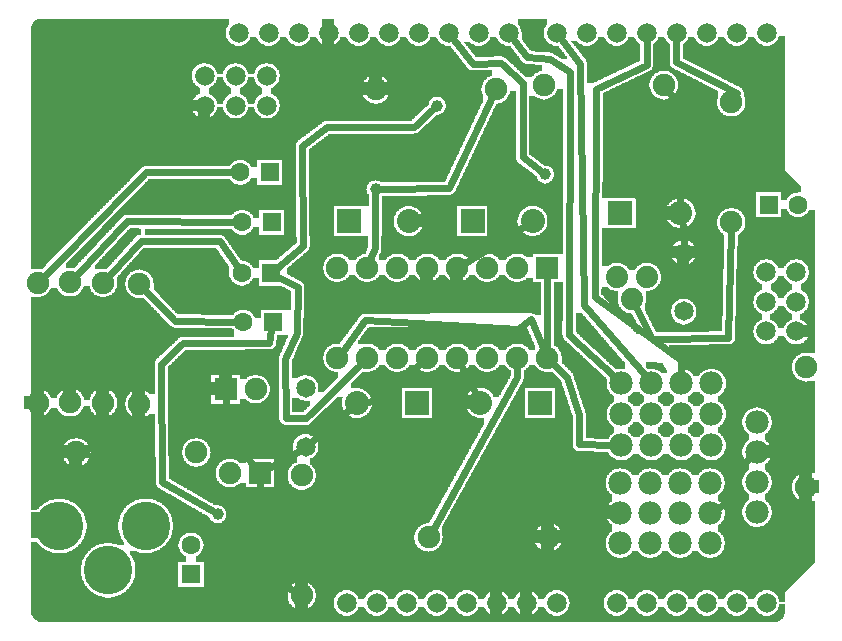
<source format=gbl>
G04 MADE WITH FRITZING*
G04 WWW.FRITZING.ORG*
G04 DOUBLE SIDED*
G04 HOLES PLATED*
G04 CONTOUR ON CENTER OF CONTOUR VECTOR*
%ASAXBY*%
%FSLAX23Y23*%
%MOIN*%
%OFA0B0*%
%SFA1.0B1.0*%
%ADD10C,0.075000*%
%ADD11C,0.039370*%
%ADD12C,0.078000*%
%ADD13C,0.065000*%
%ADD14C,0.062992*%
%ADD15C,0.080000*%
%ADD16C,0.065278*%
%ADD17C,0.074000*%
%ADD18C,0.162000*%
%ADD19R,0.062992X0.062992*%
%ADD20R,0.080000X0.079986*%
%ADD21R,0.075000X0.075000*%
%ADD22C,0.024000*%
%LNCOPPER0*%
G90*
G70*
G54D10*
X1597Y1636D03*
X1294Y1890D03*
X2408Y1897D03*
G54D11*
X1199Y1491D03*
X1765Y1540D03*
X1404Y1769D03*
X673Y407D03*
G54D12*
X2015Y310D03*
X2115Y310D03*
X2215Y310D03*
X2315Y310D03*
X2471Y714D03*
X2471Y614D03*
X2471Y514D03*
X2471Y414D03*
X2015Y512D03*
X2115Y512D03*
X2215Y512D03*
X2315Y512D03*
X2015Y412D03*
X2115Y412D03*
X2215Y412D03*
X2315Y412D03*
X2018Y636D03*
X2118Y636D03*
X2218Y636D03*
X2318Y636D03*
X2018Y740D03*
X2118Y740D03*
X2218Y740D03*
X2318Y740D03*
X2018Y843D03*
X2118Y843D03*
X2218Y843D03*
X2318Y843D03*
G54D13*
X966Y632D03*
X966Y829D03*
X2226Y1083D03*
X2226Y1279D03*
G54D14*
X2509Y1439D03*
X2608Y1439D03*
X846Y1547D03*
X748Y1547D03*
X853Y1380D03*
X754Y1380D03*
X851Y1211D03*
X753Y1211D03*
X857Y1048D03*
X758Y1048D03*
G54D15*
X2015Y1411D03*
X2215Y1411D03*
X1747Y779D03*
X1547Y779D03*
X1337Y778D03*
X1137Y778D03*
X1110Y1384D03*
X1310Y1384D03*
X1523Y1385D03*
X1723Y1385D03*
G54D10*
X602Y613D03*
X202Y613D03*
G54D16*
X2103Y111D03*
X2203Y111D03*
X2303Y111D03*
X2403Y111D03*
X2503Y111D03*
X1643Y2011D03*
X1543Y2011D03*
X1443Y2011D03*
X1343Y2011D03*
X1243Y2011D03*
X1143Y2011D03*
X1043Y2011D03*
X943Y2011D03*
X843Y2011D03*
X743Y2011D03*
X2503Y2011D03*
X2403Y2011D03*
X2303Y2011D03*
X2203Y2011D03*
X2103Y2011D03*
X2003Y2011D03*
X1903Y2011D03*
X1803Y2011D03*
X1203Y111D03*
X1103Y111D03*
X1303Y111D03*
X1403Y111D03*
X1503Y111D03*
X1603Y111D03*
X1703Y111D03*
X1803Y111D03*
X2003Y111D03*
X2601Y1214D03*
X2501Y1214D03*
X2601Y1115D03*
X2501Y1115D03*
X2601Y1016D03*
X2501Y1016D03*
X733Y1868D03*
X733Y1769D03*
X837Y1868D03*
X837Y1769D03*
X629Y1868D03*
X629Y1769D03*
G54D17*
X2104Y1198D03*
X2054Y1123D03*
X2004Y1198D03*
G54D10*
X1772Y1229D03*
X1772Y929D03*
X1672Y1229D03*
X1672Y929D03*
X1572Y1229D03*
X1572Y929D03*
X1472Y1229D03*
X1472Y929D03*
X1372Y1229D03*
X1372Y929D03*
X1272Y1229D03*
X1272Y929D03*
X1172Y1229D03*
X1172Y929D03*
X1072Y1229D03*
X1072Y929D03*
X814Y545D03*
X714Y545D03*
X699Y824D03*
X799Y824D03*
G54D18*
X433Y369D03*
X145Y368D03*
X308Y221D03*
G54D14*
X584Y206D03*
X584Y305D03*
G54D10*
X412Y1175D03*
X412Y775D03*
X291Y1179D03*
X291Y779D03*
X181Y1180D03*
X181Y780D03*
X73Y1178D03*
X73Y778D03*
X2634Y498D03*
X2634Y898D03*
X2385Y1380D03*
X2385Y1780D03*
X953Y536D03*
X953Y136D03*
X1376Y330D03*
X1776Y330D03*
X1760Y1838D03*
X2160Y1838D03*
X1200Y1824D03*
X1600Y1824D03*
G54D19*
X2509Y1439D03*
X846Y1547D03*
X853Y1380D03*
X851Y1211D03*
X857Y1048D03*
G54D20*
X2015Y1411D03*
X1747Y779D03*
X1337Y778D03*
X1110Y1384D03*
X1523Y1385D03*
G54D21*
X1772Y1229D03*
X814Y545D03*
X699Y824D03*
G54D19*
X584Y206D03*
G54D22*
X1672Y864D02*
X1390Y355D01*
D02*
X1672Y900D02*
X1672Y864D01*
D02*
X1878Y640D02*
X1878Y737D01*
D02*
X1878Y737D02*
X1837Y864D01*
D02*
X1837Y864D02*
X1792Y909D01*
D02*
X1988Y637D02*
X1878Y640D01*
D02*
X2375Y995D02*
X2384Y1351D01*
D02*
X2121Y992D02*
X2375Y995D01*
D02*
X2066Y1099D02*
X2121Y992D01*
D02*
X2403Y1811D02*
X2399Y1805D01*
D02*
X2202Y1913D02*
X2403Y1811D01*
D02*
X2202Y1980D02*
X2202Y1913D01*
D02*
X2103Y1905D02*
X2103Y1980D01*
D02*
X1935Y1825D02*
X2103Y1905D01*
D02*
X1931Y1132D02*
X1935Y1825D01*
D02*
X2218Y920D02*
X1931Y1132D01*
D02*
X2218Y873D02*
X2218Y920D01*
D02*
X1882Y1909D02*
X1822Y1987D01*
D02*
X1894Y1103D02*
X1882Y1909D01*
D02*
X2099Y866D02*
X1894Y1103D01*
D02*
X1704Y1930D02*
X1661Y1987D01*
D02*
X1779Y1925D02*
X1704Y1930D01*
D02*
X1847Y1880D02*
X1779Y1925D01*
D02*
X1845Y1005D02*
X1847Y1880D01*
D02*
X1996Y864D02*
X1845Y1005D01*
D02*
X1445Y1493D02*
X1218Y1491D01*
D02*
X1588Y1798D02*
X1445Y1493D01*
D02*
X1197Y1294D02*
X1198Y1472D01*
D02*
X1182Y1256D02*
X1197Y1294D01*
D02*
X1689Y1597D02*
X1750Y1551D01*
D02*
X1689Y1845D02*
X1689Y1597D01*
D02*
X1618Y1911D02*
X1689Y1845D01*
D02*
X1523Y1909D02*
X1618Y1911D01*
D02*
X1462Y1987D02*
X1523Y1909D01*
D02*
X1772Y1200D02*
X1772Y958D01*
D02*
X1760Y955D02*
X1716Y1056D01*
D02*
X1165Y1054D02*
X1089Y952D01*
D02*
X1675Y1024D02*
X1165Y1054D01*
D02*
X1716Y1056D02*
X1675Y1024D01*
D02*
X1037Y1696D02*
X1328Y1698D01*
D02*
X1328Y1698D02*
X1390Y1756D01*
D02*
X955Y1635D02*
X1037Y1696D01*
D02*
X957Y1301D02*
X955Y1635D01*
D02*
X872Y1228D02*
X957Y1301D01*
D02*
X1696Y1368D02*
X1496Y1244D01*
D02*
X1194Y783D02*
X1168Y781D01*
D02*
X1350Y911D02*
X1194Y783D01*
D02*
X1533Y807D02*
X1485Y903D01*
D02*
X2214Y1769D02*
X2215Y1442D01*
D02*
X2178Y1815D02*
X2214Y1769D01*
D02*
X2227Y1353D02*
X2227Y1304D01*
D02*
X2222Y1380D02*
X2227Y1353D01*
D02*
X898Y923D02*
X936Y1012D01*
D02*
X936Y1012D02*
X939Y1164D01*
D02*
X939Y1164D02*
X875Y1198D01*
D02*
X900Y728D02*
X898Y923D01*
D02*
X967Y726D02*
X900Y728D01*
D02*
X1152Y909D02*
X967Y726D01*
D02*
X709Y672D02*
X795Y567D01*
D02*
X701Y795D02*
X709Y672D01*
D02*
X1113Y758D02*
X984Y648D01*
D02*
X838Y559D02*
X944Y619D01*
D02*
X814Y212D02*
X814Y516D01*
D02*
X927Y150D02*
X814Y212D01*
D02*
X2395Y550D02*
X2392Y462D01*
D02*
X2392Y462D02*
X2340Y428D01*
D02*
X2448Y594D02*
X2395Y550D01*
D02*
X558Y977D02*
X485Y909D01*
D02*
X488Y514D02*
X656Y417D01*
D02*
X485Y909D02*
X488Y514D01*
D02*
X845Y979D02*
X558Y977D01*
D02*
X852Y1021D02*
X845Y979D01*
D02*
X731Y1048D02*
X529Y1052D01*
D02*
X529Y1052D02*
X432Y1154D01*
D02*
X680Y1316D02*
X417Y1319D01*
D02*
X417Y1319D02*
X310Y1200D01*
D02*
X737Y1233D02*
X680Y1316D01*
D02*
X728Y1381D02*
X371Y1383D01*
D02*
X371Y1383D02*
X200Y1201D01*
D02*
X435Y1546D02*
X93Y1199D01*
D02*
X721Y1547D02*
X435Y1546D01*
G36*
X1674Y2059D02*
X1674Y2039D01*
X1676Y2039D01*
X1676Y2035D01*
X1678Y2035D01*
X1678Y2033D01*
X1680Y2033D01*
X1680Y2029D01*
X1682Y2029D01*
X1682Y2023D01*
X1684Y2023D01*
X1684Y2015D01*
X1686Y2015D01*
X1686Y1989D01*
X1688Y1989D01*
X1688Y1987D01*
X1690Y1987D01*
X1690Y1983D01*
X1692Y1983D01*
X1692Y1981D01*
X1694Y1981D01*
X1694Y1979D01*
X1696Y1979D01*
X1696Y1975D01*
X1698Y1975D01*
X1698Y1973D01*
X1700Y1973D01*
X1700Y1971D01*
X1702Y1971D01*
X1702Y1969D01*
X1704Y1969D01*
X1704Y1965D01*
X1706Y1965D01*
X1706Y1963D01*
X1708Y1963D01*
X1708Y1961D01*
X1710Y1961D01*
X1710Y1957D01*
X1712Y1957D01*
X1712Y1955D01*
X1714Y1955D01*
X1714Y1953D01*
X1716Y1953D01*
X1716Y1951D01*
X1730Y1951D01*
X1730Y1949D01*
X1756Y1949D01*
X1756Y1947D01*
X1780Y1947D01*
X1780Y1945D01*
X1788Y1945D01*
X1788Y1943D01*
X1792Y1943D01*
X1792Y1941D01*
X1794Y1941D01*
X1794Y1939D01*
X1798Y1939D01*
X1798Y1937D01*
X1800Y1937D01*
X1800Y1935D01*
X1804Y1935D01*
X1804Y1933D01*
X1806Y1933D01*
X1806Y1931D01*
X1810Y1931D01*
X1810Y1929D01*
X1812Y1929D01*
X1812Y1927D01*
X1816Y1927D01*
X1816Y1925D01*
X1836Y1925D01*
X1836Y1933D01*
X1834Y1933D01*
X1834Y1935D01*
X1832Y1935D01*
X1832Y1939D01*
X1830Y1939D01*
X1830Y1941D01*
X1828Y1941D01*
X1828Y1943D01*
X1826Y1943D01*
X1826Y1947D01*
X1824Y1947D01*
X1824Y1949D01*
X1822Y1949D01*
X1822Y1951D01*
X1820Y1951D01*
X1820Y1953D01*
X1818Y1953D01*
X1818Y1957D01*
X1816Y1957D01*
X1816Y1959D01*
X1814Y1959D01*
X1814Y1961D01*
X1812Y1961D01*
X1812Y1965D01*
X1810Y1965D01*
X1810Y1967D01*
X1808Y1967D01*
X1808Y1969D01*
X1792Y1969D01*
X1792Y1971D01*
X1786Y1971D01*
X1786Y1973D01*
X1782Y1973D01*
X1782Y1975D01*
X1778Y1975D01*
X1778Y1977D01*
X1776Y1977D01*
X1776Y1979D01*
X1774Y1979D01*
X1774Y1981D01*
X1772Y1981D01*
X1772Y1983D01*
X1770Y1983D01*
X1770Y1985D01*
X1768Y1985D01*
X1768Y1987D01*
X1766Y1987D01*
X1766Y1991D01*
X1764Y1991D01*
X1764Y1995D01*
X1762Y1995D01*
X1762Y2003D01*
X1760Y2003D01*
X1760Y2019D01*
X1762Y2019D01*
X1762Y2027D01*
X1764Y2027D01*
X1764Y2031D01*
X1766Y2031D01*
X1766Y2035D01*
X1768Y2035D01*
X1768Y2037D01*
X1770Y2037D01*
X1770Y2039D01*
X1772Y2039D01*
X1772Y2059D01*
X1674Y2059D01*
G37*
D02*
G36*
X1942Y1999D02*
X1942Y1993D01*
X1940Y1993D01*
X1940Y1989D01*
X1938Y1989D01*
X1938Y1987D01*
X1936Y1987D01*
X1936Y1983D01*
X1934Y1983D01*
X1934Y1981D01*
X1932Y1981D01*
X1932Y1979D01*
X1930Y1979D01*
X1930Y1977D01*
X1926Y1977D01*
X1926Y1975D01*
X1924Y1975D01*
X1924Y1973D01*
X1920Y1973D01*
X1920Y1971D01*
X1914Y1971D01*
X1914Y1969D01*
X1992Y1969D01*
X1992Y1971D01*
X1986Y1971D01*
X1986Y1973D01*
X1982Y1973D01*
X1982Y1975D01*
X1978Y1975D01*
X1978Y1977D01*
X1976Y1977D01*
X1976Y1979D01*
X1974Y1979D01*
X1974Y1981D01*
X1972Y1981D01*
X1972Y1983D01*
X1970Y1983D01*
X1970Y1985D01*
X1968Y1985D01*
X1968Y1987D01*
X1966Y1987D01*
X1966Y1991D01*
X1964Y1991D01*
X1964Y1995D01*
X1962Y1995D01*
X1962Y1999D01*
X1942Y1999D01*
G37*
D02*
G36*
X2042Y1999D02*
X2042Y1993D01*
X2040Y1993D01*
X2040Y1989D01*
X2038Y1989D01*
X2038Y1987D01*
X2036Y1987D01*
X2036Y1983D01*
X2034Y1983D01*
X2034Y1981D01*
X2032Y1981D01*
X2032Y1979D01*
X2030Y1979D01*
X2030Y1977D01*
X2026Y1977D01*
X2026Y1975D01*
X2024Y1975D01*
X2024Y1973D01*
X2020Y1973D01*
X2020Y1971D01*
X2014Y1971D01*
X2014Y1969D01*
X2080Y1969D01*
X2080Y1975D01*
X2078Y1975D01*
X2078Y1977D01*
X2076Y1977D01*
X2076Y1979D01*
X2074Y1979D01*
X2074Y1981D01*
X2072Y1981D01*
X2072Y1983D01*
X2070Y1983D01*
X2070Y1985D01*
X2068Y1985D01*
X2068Y1987D01*
X2066Y1987D01*
X2066Y1991D01*
X2064Y1991D01*
X2064Y1995D01*
X2062Y1995D01*
X2062Y1999D01*
X2042Y1999D01*
G37*
D02*
G36*
X1852Y1983D02*
X1852Y1981D01*
X1854Y1981D01*
X1854Y1979D01*
X1856Y1979D01*
X1856Y1977D01*
X1858Y1977D01*
X1858Y1975D01*
X1860Y1975D01*
X1860Y1971D01*
X1862Y1971D01*
X1862Y1969D01*
X1892Y1969D01*
X1892Y1971D01*
X1886Y1971D01*
X1886Y1973D01*
X1882Y1973D01*
X1882Y1975D01*
X1878Y1975D01*
X1878Y1977D01*
X1876Y1977D01*
X1876Y1979D01*
X1874Y1979D01*
X1874Y1981D01*
X1872Y1981D01*
X1872Y1983D01*
X1852Y1983D01*
G37*
D02*
G36*
X1864Y1969D02*
X1864Y1967D01*
X2080Y1967D01*
X2080Y1969D01*
X1864Y1969D01*
G37*
D02*
G36*
X1864Y1969D02*
X1864Y1967D01*
X2080Y1967D01*
X2080Y1969D01*
X1864Y1969D01*
G37*
D02*
G36*
X1864Y1969D02*
X1864Y1967D01*
X2080Y1967D01*
X2080Y1969D01*
X1864Y1969D01*
G37*
D02*
G36*
X1866Y1967D02*
X1866Y1963D01*
X1868Y1963D01*
X1868Y1961D01*
X1870Y1961D01*
X1870Y1959D01*
X1872Y1959D01*
X1872Y1957D01*
X1874Y1957D01*
X1874Y1953D01*
X1876Y1953D01*
X1876Y1951D01*
X1878Y1951D01*
X1878Y1949D01*
X1880Y1949D01*
X1880Y1945D01*
X1882Y1945D01*
X1882Y1943D01*
X1884Y1943D01*
X1884Y1941D01*
X1886Y1941D01*
X1886Y1939D01*
X1888Y1939D01*
X1888Y1935D01*
X1890Y1935D01*
X1890Y1933D01*
X1892Y1933D01*
X1892Y1931D01*
X1894Y1931D01*
X1894Y1927D01*
X1896Y1927D01*
X1896Y1925D01*
X1898Y1925D01*
X1898Y1923D01*
X1900Y1923D01*
X1900Y1919D01*
X1902Y1919D01*
X1902Y1915D01*
X1904Y1915D01*
X1904Y1843D01*
X1924Y1843D01*
X1924Y1845D01*
X1928Y1845D01*
X1928Y1847D01*
X1932Y1847D01*
X1932Y1849D01*
X1936Y1849D01*
X1936Y1851D01*
X1942Y1851D01*
X1942Y1853D01*
X1946Y1853D01*
X1946Y1855D01*
X1950Y1855D01*
X1950Y1857D01*
X1954Y1857D01*
X1954Y1859D01*
X1958Y1859D01*
X1958Y1861D01*
X1962Y1861D01*
X1962Y1863D01*
X1966Y1863D01*
X1966Y1865D01*
X1970Y1865D01*
X1970Y1867D01*
X1974Y1867D01*
X1974Y1869D01*
X1978Y1869D01*
X1978Y1871D01*
X1984Y1871D01*
X1984Y1873D01*
X1988Y1873D01*
X1988Y1875D01*
X1992Y1875D01*
X1992Y1877D01*
X1996Y1877D01*
X1996Y1879D01*
X2000Y1879D01*
X2000Y1881D01*
X2004Y1881D01*
X2004Y1883D01*
X2008Y1883D01*
X2008Y1885D01*
X2012Y1885D01*
X2012Y1887D01*
X2016Y1887D01*
X2016Y1889D01*
X2020Y1889D01*
X2020Y1891D01*
X2026Y1891D01*
X2026Y1893D01*
X2030Y1893D01*
X2030Y1895D01*
X2034Y1895D01*
X2034Y1897D01*
X2038Y1897D01*
X2038Y1899D01*
X2042Y1899D01*
X2042Y1901D01*
X2046Y1901D01*
X2046Y1903D01*
X2050Y1903D01*
X2050Y1905D01*
X2054Y1905D01*
X2054Y1907D01*
X2058Y1907D01*
X2058Y1909D01*
X2062Y1909D01*
X2062Y1911D01*
X2066Y1911D01*
X2066Y1913D01*
X2072Y1913D01*
X2072Y1915D01*
X2076Y1915D01*
X2076Y1917D01*
X2080Y1917D01*
X2080Y1967D01*
X1866Y1967D01*
G37*
D02*
G36*
X1582Y1999D02*
X1582Y1993D01*
X1580Y1993D01*
X1580Y1989D01*
X1578Y1989D01*
X1578Y1987D01*
X1576Y1987D01*
X1576Y1983D01*
X1574Y1983D01*
X1574Y1981D01*
X1572Y1981D01*
X1572Y1979D01*
X1570Y1979D01*
X1570Y1977D01*
X1566Y1977D01*
X1566Y1975D01*
X1564Y1975D01*
X1564Y1973D01*
X1560Y1973D01*
X1560Y1971D01*
X1554Y1971D01*
X1554Y1969D01*
X1632Y1969D01*
X1632Y1971D01*
X1626Y1971D01*
X1626Y1973D01*
X1622Y1973D01*
X1622Y1975D01*
X1618Y1975D01*
X1618Y1977D01*
X1616Y1977D01*
X1616Y1979D01*
X1614Y1979D01*
X1614Y1981D01*
X1612Y1981D01*
X1612Y1983D01*
X1610Y1983D01*
X1610Y1985D01*
X1608Y1985D01*
X1608Y1987D01*
X1606Y1987D01*
X1606Y1991D01*
X1604Y1991D01*
X1604Y1995D01*
X1602Y1995D01*
X1602Y1999D01*
X1582Y1999D01*
G37*
D02*
G36*
X1494Y1981D02*
X1494Y1979D01*
X1496Y1979D01*
X1496Y1977D01*
X1498Y1977D01*
X1498Y1975D01*
X1500Y1975D01*
X1500Y1971D01*
X1502Y1971D01*
X1502Y1969D01*
X1532Y1969D01*
X1532Y1971D01*
X1526Y1971D01*
X1526Y1973D01*
X1522Y1973D01*
X1522Y1975D01*
X1518Y1975D01*
X1518Y1977D01*
X1516Y1977D01*
X1516Y1979D01*
X1514Y1979D01*
X1514Y1981D01*
X1494Y1981D01*
G37*
D02*
G36*
X1504Y1969D02*
X1504Y1967D01*
X1648Y1967D01*
X1648Y1969D01*
X1504Y1969D01*
G37*
D02*
G36*
X1504Y1969D02*
X1504Y1967D01*
X1648Y1967D01*
X1648Y1969D01*
X1504Y1969D01*
G37*
D02*
G36*
X1506Y1967D02*
X1506Y1965D01*
X1508Y1965D01*
X1508Y1961D01*
X1510Y1961D01*
X1510Y1959D01*
X1512Y1959D01*
X1512Y1957D01*
X1514Y1957D01*
X1514Y1955D01*
X1516Y1955D01*
X1516Y1951D01*
X1518Y1951D01*
X1518Y1949D01*
X1520Y1949D01*
X1520Y1947D01*
X1522Y1947D01*
X1522Y1943D01*
X1524Y1943D01*
X1524Y1941D01*
X1526Y1941D01*
X1526Y1939D01*
X1528Y1939D01*
X1528Y1937D01*
X1530Y1937D01*
X1530Y1933D01*
X1622Y1933D01*
X1622Y1931D01*
X1628Y1931D01*
X1628Y1929D01*
X1632Y1929D01*
X1632Y1927D01*
X1634Y1927D01*
X1634Y1925D01*
X1636Y1925D01*
X1636Y1923D01*
X1638Y1923D01*
X1638Y1921D01*
X1640Y1921D01*
X1640Y1919D01*
X1642Y1919D01*
X1642Y1917D01*
X1644Y1917D01*
X1644Y1915D01*
X1646Y1915D01*
X1646Y1913D01*
X1648Y1913D01*
X1648Y1911D01*
X1650Y1911D01*
X1650Y1909D01*
X1654Y1909D01*
X1654Y1907D01*
X1656Y1907D01*
X1656Y1905D01*
X1658Y1905D01*
X1658Y1903D01*
X1660Y1903D01*
X1660Y1901D01*
X1662Y1901D01*
X1662Y1899D01*
X1664Y1899D01*
X1664Y1897D01*
X1666Y1897D01*
X1666Y1895D01*
X1668Y1895D01*
X1668Y1893D01*
X1670Y1893D01*
X1670Y1891D01*
X1672Y1891D01*
X1672Y1889D01*
X1674Y1889D01*
X1674Y1887D01*
X1676Y1887D01*
X1676Y1885D01*
X1678Y1885D01*
X1678Y1883D01*
X1680Y1883D01*
X1680Y1881D01*
X1682Y1881D01*
X1682Y1879D01*
X1684Y1879D01*
X1684Y1877D01*
X1686Y1877D01*
X1686Y1875D01*
X1690Y1875D01*
X1690Y1873D01*
X1692Y1873D01*
X1692Y1871D01*
X1694Y1871D01*
X1694Y1869D01*
X1696Y1869D01*
X1696Y1867D01*
X1698Y1867D01*
X1698Y1865D01*
X1700Y1865D01*
X1700Y1863D01*
X1720Y1863D01*
X1720Y1865D01*
X1722Y1865D01*
X1722Y1867D01*
X1724Y1867D01*
X1724Y1869D01*
X1726Y1869D01*
X1726Y1871D01*
X1728Y1871D01*
X1728Y1873D01*
X1730Y1873D01*
X1730Y1875D01*
X1732Y1875D01*
X1732Y1877D01*
X1736Y1877D01*
X1736Y1879D01*
X1740Y1879D01*
X1740Y1881D01*
X1744Y1881D01*
X1744Y1883D01*
X1752Y1883D01*
X1752Y1885D01*
X1754Y1885D01*
X1754Y1905D01*
X1730Y1905D01*
X1730Y1907D01*
X1704Y1907D01*
X1704Y1909D01*
X1696Y1909D01*
X1696Y1911D01*
X1692Y1911D01*
X1692Y1913D01*
X1690Y1913D01*
X1690Y1915D01*
X1688Y1915D01*
X1688Y1917D01*
X1686Y1917D01*
X1686Y1919D01*
X1684Y1919D01*
X1684Y1921D01*
X1682Y1921D01*
X1682Y1925D01*
X1680Y1925D01*
X1680Y1927D01*
X1678Y1927D01*
X1678Y1929D01*
X1676Y1929D01*
X1676Y1933D01*
X1674Y1933D01*
X1674Y1935D01*
X1672Y1935D01*
X1672Y1937D01*
X1670Y1937D01*
X1670Y1941D01*
X1668Y1941D01*
X1668Y1943D01*
X1666Y1943D01*
X1666Y1945D01*
X1664Y1945D01*
X1664Y1947D01*
X1662Y1947D01*
X1662Y1951D01*
X1660Y1951D01*
X1660Y1953D01*
X1658Y1953D01*
X1658Y1955D01*
X1656Y1955D01*
X1656Y1959D01*
X1654Y1959D01*
X1654Y1961D01*
X1652Y1961D01*
X1652Y1963D01*
X1650Y1963D01*
X1650Y1967D01*
X1506Y1967D01*
G37*
D02*
G36*
X1532Y1933D02*
X1532Y1931D01*
X1594Y1931D01*
X1594Y1933D01*
X1532Y1933D01*
G37*
D02*
G36*
X670Y1863D02*
X670Y1855D01*
X668Y1855D01*
X668Y1849D01*
X666Y1849D01*
X666Y1845D01*
X664Y1845D01*
X664Y1843D01*
X662Y1843D01*
X662Y1841D01*
X660Y1841D01*
X660Y1837D01*
X656Y1837D01*
X656Y1835D01*
X654Y1835D01*
X654Y1833D01*
X652Y1833D01*
X652Y1831D01*
X648Y1831D01*
X648Y1829D01*
X644Y1829D01*
X644Y1809D01*
X646Y1809D01*
X646Y1807D01*
X648Y1807D01*
X648Y1805D01*
X652Y1805D01*
X652Y1803D01*
X654Y1803D01*
X654Y1801D01*
X658Y1801D01*
X658Y1799D01*
X660Y1799D01*
X660Y1797D01*
X662Y1797D01*
X662Y1793D01*
X664Y1793D01*
X664Y1791D01*
X666Y1791D01*
X666Y1787D01*
X668Y1787D01*
X668Y1783D01*
X670Y1783D01*
X670Y1773D01*
X690Y1773D01*
X690Y1777D01*
X692Y1777D01*
X692Y1783D01*
X694Y1783D01*
X694Y1789D01*
X696Y1789D01*
X696Y1791D01*
X698Y1791D01*
X698Y1795D01*
X700Y1795D01*
X700Y1797D01*
X702Y1797D01*
X702Y1799D01*
X704Y1799D01*
X704Y1801D01*
X706Y1801D01*
X706Y1803D01*
X710Y1803D01*
X710Y1805D01*
X712Y1805D01*
X712Y1807D01*
X716Y1807D01*
X716Y1809D01*
X718Y1809D01*
X718Y1829D01*
X714Y1829D01*
X714Y1831D01*
X710Y1831D01*
X710Y1833D01*
X708Y1833D01*
X708Y1835D01*
X704Y1835D01*
X704Y1837D01*
X702Y1837D01*
X702Y1839D01*
X700Y1839D01*
X700Y1843D01*
X698Y1843D01*
X698Y1845D01*
X696Y1845D01*
X696Y1849D01*
X694Y1849D01*
X694Y1853D01*
X692Y1853D01*
X692Y1859D01*
X690Y1859D01*
X690Y1863D01*
X670Y1863D01*
G37*
D02*
G36*
X774Y1863D02*
X774Y1855D01*
X772Y1855D01*
X772Y1849D01*
X770Y1849D01*
X770Y1845D01*
X768Y1845D01*
X768Y1843D01*
X766Y1843D01*
X766Y1841D01*
X764Y1841D01*
X764Y1837D01*
X760Y1837D01*
X760Y1835D01*
X758Y1835D01*
X758Y1833D01*
X756Y1833D01*
X756Y1831D01*
X752Y1831D01*
X752Y1829D01*
X748Y1829D01*
X748Y1807D01*
X752Y1807D01*
X752Y1805D01*
X756Y1805D01*
X756Y1803D01*
X758Y1803D01*
X758Y1801D01*
X762Y1801D01*
X762Y1799D01*
X764Y1799D01*
X764Y1797D01*
X766Y1797D01*
X766Y1793D01*
X768Y1793D01*
X768Y1791D01*
X770Y1791D01*
X770Y1787D01*
X772Y1787D01*
X772Y1781D01*
X774Y1781D01*
X774Y1773D01*
X794Y1773D01*
X794Y1777D01*
X796Y1777D01*
X796Y1785D01*
X798Y1785D01*
X798Y1789D01*
X800Y1789D01*
X800Y1791D01*
X802Y1791D01*
X802Y1795D01*
X804Y1795D01*
X804Y1797D01*
X806Y1797D01*
X806Y1799D01*
X808Y1799D01*
X808Y1801D01*
X810Y1801D01*
X810Y1803D01*
X812Y1803D01*
X812Y1805D01*
X816Y1805D01*
X816Y1807D01*
X820Y1807D01*
X820Y1809D01*
X822Y1809D01*
X822Y1829D01*
X818Y1829D01*
X818Y1831D01*
X814Y1831D01*
X814Y1833D01*
X812Y1833D01*
X812Y1835D01*
X808Y1835D01*
X808Y1837D01*
X806Y1837D01*
X806Y1839D01*
X804Y1839D01*
X804Y1841D01*
X802Y1841D01*
X802Y1845D01*
X800Y1845D01*
X800Y1849D01*
X798Y1849D01*
X798Y1853D01*
X796Y1853D01*
X796Y1859D01*
X794Y1859D01*
X794Y1863D01*
X774Y1863D01*
G37*
D02*
G36*
X1804Y1823D02*
X1804Y1817D01*
X1802Y1817D01*
X1802Y1815D01*
X1800Y1815D01*
X1800Y1811D01*
X1798Y1811D01*
X1798Y1809D01*
X1796Y1809D01*
X1796Y1805D01*
X1794Y1805D01*
X1794Y1803D01*
X1792Y1803D01*
X1792Y1801D01*
X1788Y1801D01*
X1788Y1799D01*
X1786Y1799D01*
X1786Y1797D01*
X1782Y1797D01*
X1782Y1795D01*
X1780Y1795D01*
X1780Y1793D01*
X1774Y1793D01*
X1774Y1791D01*
X1764Y1791D01*
X1764Y1789D01*
X1824Y1789D01*
X1824Y1823D01*
X1804Y1823D01*
G37*
D02*
G36*
X1646Y1817D02*
X1646Y1809D01*
X1644Y1809D01*
X1644Y1803D01*
X1642Y1803D01*
X1642Y1799D01*
X1640Y1799D01*
X1640Y1797D01*
X1638Y1797D01*
X1638Y1793D01*
X1636Y1793D01*
X1636Y1791D01*
X1634Y1791D01*
X1634Y1789D01*
X1632Y1789D01*
X1632Y1787D01*
X1630Y1787D01*
X1630Y1785D01*
X1626Y1785D01*
X1626Y1783D01*
X1624Y1783D01*
X1624Y1781D01*
X1620Y1781D01*
X1620Y1779D01*
X1614Y1779D01*
X1614Y1777D01*
X1606Y1777D01*
X1606Y1775D01*
X1602Y1775D01*
X1602Y1773D01*
X1600Y1773D01*
X1600Y1769D01*
X1598Y1769D01*
X1598Y1765D01*
X1596Y1765D01*
X1596Y1761D01*
X1594Y1761D01*
X1594Y1757D01*
X1592Y1757D01*
X1592Y1753D01*
X1590Y1753D01*
X1590Y1749D01*
X1588Y1749D01*
X1588Y1743D01*
X1586Y1743D01*
X1586Y1739D01*
X1584Y1739D01*
X1584Y1735D01*
X1582Y1735D01*
X1582Y1731D01*
X1580Y1731D01*
X1580Y1727D01*
X1578Y1727D01*
X1578Y1723D01*
X1576Y1723D01*
X1576Y1719D01*
X1574Y1719D01*
X1574Y1715D01*
X1572Y1715D01*
X1572Y1709D01*
X1570Y1709D01*
X1570Y1705D01*
X1568Y1705D01*
X1568Y1701D01*
X1566Y1701D01*
X1566Y1697D01*
X1564Y1697D01*
X1564Y1693D01*
X1562Y1693D01*
X1562Y1689D01*
X1560Y1689D01*
X1560Y1685D01*
X1558Y1685D01*
X1558Y1681D01*
X1556Y1681D01*
X1556Y1675D01*
X1554Y1675D01*
X1554Y1671D01*
X1552Y1671D01*
X1552Y1667D01*
X1550Y1667D01*
X1550Y1663D01*
X1548Y1663D01*
X1548Y1659D01*
X1546Y1659D01*
X1546Y1655D01*
X1544Y1655D01*
X1544Y1651D01*
X1542Y1651D01*
X1542Y1645D01*
X1540Y1645D01*
X1540Y1641D01*
X1538Y1641D01*
X1538Y1637D01*
X1536Y1637D01*
X1536Y1633D01*
X1534Y1633D01*
X1534Y1629D01*
X1532Y1629D01*
X1532Y1625D01*
X1530Y1625D01*
X1530Y1621D01*
X1528Y1621D01*
X1528Y1617D01*
X1526Y1617D01*
X1526Y1611D01*
X1524Y1611D01*
X1524Y1607D01*
X1522Y1607D01*
X1522Y1603D01*
X1520Y1603D01*
X1520Y1599D01*
X1518Y1599D01*
X1518Y1595D01*
X1516Y1595D01*
X1516Y1591D01*
X1514Y1591D01*
X1514Y1587D01*
X1512Y1587D01*
X1512Y1583D01*
X1510Y1583D01*
X1510Y1577D01*
X1508Y1577D01*
X1508Y1573D01*
X1506Y1573D01*
X1506Y1569D01*
X1504Y1569D01*
X1504Y1565D01*
X1502Y1565D01*
X1502Y1561D01*
X1500Y1561D01*
X1500Y1557D01*
X1498Y1557D01*
X1498Y1553D01*
X1496Y1553D01*
X1496Y1549D01*
X1494Y1549D01*
X1494Y1543D01*
X1492Y1543D01*
X1492Y1539D01*
X1490Y1539D01*
X1490Y1535D01*
X1488Y1535D01*
X1488Y1531D01*
X1486Y1531D01*
X1486Y1527D01*
X1484Y1527D01*
X1484Y1523D01*
X1482Y1523D01*
X1482Y1519D01*
X1480Y1519D01*
X1480Y1515D01*
X1478Y1515D01*
X1478Y1509D01*
X1762Y1509D01*
X1762Y1511D01*
X1754Y1511D01*
X1754Y1513D01*
X1750Y1513D01*
X1750Y1515D01*
X1746Y1515D01*
X1746Y1517D01*
X1744Y1517D01*
X1744Y1519D01*
X1742Y1519D01*
X1742Y1523D01*
X1740Y1523D01*
X1740Y1525D01*
X1738Y1525D01*
X1738Y1529D01*
X1736Y1529D01*
X1736Y1535D01*
X1732Y1535D01*
X1732Y1537D01*
X1730Y1537D01*
X1730Y1539D01*
X1728Y1539D01*
X1728Y1541D01*
X1724Y1541D01*
X1724Y1543D01*
X1722Y1543D01*
X1722Y1545D01*
X1720Y1545D01*
X1720Y1547D01*
X1716Y1547D01*
X1716Y1549D01*
X1714Y1549D01*
X1714Y1551D01*
X1712Y1551D01*
X1712Y1553D01*
X1708Y1553D01*
X1708Y1555D01*
X1706Y1555D01*
X1706Y1557D01*
X1704Y1557D01*
X1704Y1559D01*
X1700Y1559D01*
X1700Y1561D01*
X1698Y1561D01*
X1698Y1563D01*
X1694Y1563D01*
X1694Y1565D01*
X1692Y1565D01*
X1692Y1567D01*
X1690Y1567D01*
X1690Y1569D01*
X1686Y1569D01*
X1686Y1571D01*
X1684Y1571D01*
X1684Y1573D01*
X1682Y1573D01*
X1682Y1575D01*
X1678Y1575D01*
X1678Y1577D01*
X1676Y1577D01*
X1676Y1579D01*
X1674Y1579D01*
X1674Y1581D01*
X1672Y1581D01*
X1672Y1583D01*
X1670Y1583D01*
X1670Y1587D01*
X1668Y1587D01*
X1668Y1593D01*
X1666Y1593D01*
X1666Y1817D01*
X1646Y1817D01*
G37*
D02*
G36*
X1710Y1801D02*
X1710Y1789D01*
X1756Y1789D01*
X1756Y1791D01*
X1746Y1791D01*
X1746Y1793D01*
X1740Y1793D01*
X1740Y1795D01*
X1736Y1795D01*
X1736Y1797D01*
X1734Y1797D01*
X1734Y1799D01*
X1730Y1799D01*
X1730Y1801D01*
X1710Y1801D01*
G37*
D02*
G36*
X1710Y1789D02*
X1710Y1787D01*
X1824Y1787D01*
X1824Y1789D01*
X1710Y1789D01*
G37*
D02*
G36*
X1710Y1789D02*
X1710Y1787D01*
X1824Y1787D01*
X1824Y1789D01*
X1710Y1789D01*
G37*
D02*
G36*
X1710Y1787D02*
X1710Y1607D01*
X1712Y1607D01*
X1712Y1605D01*
X1714Y1605D01*
X1714Y1603D01*
X1718Y1603D01*
X1718Y1601D01*
X1720Y1601D01*
X1720Y1599D01*
X1724Y1599D01*
X1724Y1597D01*
X1726Y1597D01*
X1726Y1595D01*
X1728Y1595D01*
X1728Y1593D01*
X1732Y1593D01*
X1732Y1591D01*
X1734Y1591D01*
X1734Y1589D01*
X1736Y1589D01*
X1736Y1587D01*
X1740Y1587D01*
X1740Y1585D01*
X1742Y1585D01*
X1742Y1583D01*
X1744Y1583D01*
X1744Y1581D01*
X1748Y1581D01*
X1748Y1579D01*
X1750Y1579D01*
X1750Y1577D01*
X1752Y1577D01*
X1752Y1575D01*
X1756Y1575D01*
X1756Y1573D01*
X1758Y1573D01*
X1758Y1571D01*
X1760Y1571D01*
X1760Y1569D01*
X1772Y1569D01*
X1772Y1567D01*
X1778Y1567D01*
X1778Y1565D01*
X1782Y1565D01*
X1782Y1563D01*
X1784Y1563D01*
X1784Y1561D01*
X1786Y1561D01*
X1786Y1559D01*
X1788Y1559D01*
X1788Y1557D01*
X1790Y1557D01*
X1790Y1553D01*
X1792Y1553D01*
X1792Y1549D01*
X1794Y1549D01*
X1794Y1531D01*
X1792Y1531D01*
X1792Y1525D01*
X1790Y1525D01*
X1790Y1523D01*
X1788Y1523D01*
X1788Y1519D01*
X1786Y1519D01*
X1786Y1517D01*
X1782Y1517D01*
X1782Y1515D01*
X1780Y1515D01*
X1780Y1513D01*
X1776Y1513D01*
X1776Y1511D01*
X1766Y1511D01*
X1766Y1509D01*
X1824Y1509D01*
X1824Y1787D01*
X1710Y1787D01*
G37*
D02*
G36*
X1476Y1509D02*
X1476Y1507D01*
X1824Y1507D01*
X1824Y1509D01*
X1476Y1509D01*
G37*
D02*
G36*
X1476Y1509D02*
X1476Y1507D01*
X1824Y1507D01*
X1824Y1509D01*
X1476Y1509D01*
G37*
D02*
G36*
X1476Y1507D02*
X1476Y1505D01*
X1474Y1505D01*
X1474Y1501D01*
X1472Y1501D01*
X1472Y1497D01*
X1470Y1497D01*
X1470Y1493D01*
X1468Y1493D01*
X1468Y1489D01*
X1466Y1489D01*
X1466Y1485D01*
X1464Y1485D01*
X1464Y1481D01*
X1462Y1481D01*
X1462Y1479D01*
X1460Y1479D01*
X1460Y1477D01*
X1458Y1477D01*
X1458Y1475D01*
X1456Y1475D01*
X1456Y1473D01*
X1452Y1473D01*
X1452Y1471D01*
X1370Y1471D01*
X1370Y1469D01*
X1220Y1469D01*
X1220Y1435D01*
X1728Y1435D01*
X1728Y1433D01*
X1738Y1433D01*
X1738Y1431D01*
X1744Y1431D01*
X1744Y1429D01*
X1746Y1429D01*
X1746Y1427D01*
X1750Y1427D01*
X1750Y1425D01*
X1752Y1425D01*
X1752Y1423D01*
X1756Y1423D01*
X1756Y1421D01*
X1758Y1421D01*
X1758Y1419D01*
X1760Y1419D01*
X1760Y1417D01*
X1762Y1417D01*
X1762Y1413D01*
X1764Y1413D01*
X1764Y1411D01*
X1766Y1411D01*
X1766Y1407D01*
X1768Y1407D01*
X1768Y1403D01*
X1770Y1403D01*
X1770Y1397D01*
X1772Y1397D01*
X1772Y1373D01*
X1770Y1373D01*
X1770Y1365D01*
X1768Y1365D01*
X1768Y1361D01*
X1766Y1361D01*
X1766Y1359D01*
X1764Y1359D01*
X1764Y1355D01*
X1762Y1355D01*
X1762Y1353D01*
X1760Y1353D01*
X1760Y1351D01*
X1758Y1351D01*
X1758Y1349D01*
X1756Y1349D01*
X1756Y1347D01*
X1754Y1347D01*
X1754Y1345D01*
X1752Y1345D01*
X1752Y1343D01*
X1748Y1343D01*
X1748Y1341D01*
X1746Y1341D01*
X1746Y1339D01*
X1740Y1339D01*
X1740Y1337D01*
X1734Y1337D01*
X1734Y1335D01*
X1824Y1335D01*
X1824Y1507D01*
X1476Y1507D01*
G37*
D02*
G36*
X1220Y1435D02*
X1220Y1433D01*
X1322Y1433D01*
X1322Y1431D01*
X1328Y1431D01*
X1328Y1429D01*
X1332Y1429D01*
X1332Y1427D01*
X1336Y1427D01*
X1336Y1425D01*
X1338Y1425D01*
X1338Y1423D01*
X1342Y1423D01*
X1342Y1421D01*
X1344Y1421D01*
X1344Y1419D01*
X1346Y1419D01*
X1346Y1417D01*
X1348Y1417D01*
X1348Y1415D01*
X1350Y1415D01*
X1350Y1411D01*
X1352Y1411D01*
X1352Y1409D01*
X1354Y1409D01*
X1354Y1405D01*
X1356Y1405D01*
X1356Y1399D01*
X1358Y1399D01*
X1358Y1391D01*
X1360Y1391D01*
X1360Y1375D01*
X1358Y1375D01*
X1358Y1367D01*
X1356Y1367D01*
X1356Y1363D01*
X1354Y1363D01*
X1354Y1359D01*
X1352Y1359D01*
X1352Y1355D01*
X1350Y1355D01*
X1350Y1353D01*
X1348Y1353D01*
X1348Y1351D01*
X1346Y1351D01*
X1346Y1349D01*
X1344Y1349D01*
X1344Y1347D01*
X1342Y1347D01*
X1342Y1345D01*
X1340Y1345D01*
X1340Y1343D01*
X1338Y1343D01*
X1338Y1341D01*
X1334Y1341D01*
X1334Y1339D01*
X1330Y1339D01*
X1330Y1337D01*
X1326Y1337D01*
X1326Y1335D01*
X1472Y1335D01*
X1472Y1433D01*
X1474Y1433D01*
X1474Y1435D01*
X1220Y1435D01*
G37*
D02*
G36*
X1572Y1435D02*
X1572Y1335D01*
X1710Y1335D01*
X1710Y1337D01*
X1704Y1337D01*
X1704Y1339D01*
X1700Y1339D01*
X1700Y1341D01*
X1696Y1341D01*
X1696Y1343D01*
X1694Y1343D01*
X1694Y1345D01*
X1692Y1345D01*
X1692Y1347D01*
X1688Y1347D01*
X1688Y1349D01*
X1686Y1349D01*
X1686Y1351D01*
X1684Y1351D01*
X1684Y1355D01*
X1682Y1355D01*
X1682Y1357D01*
X1680Y1357D01*
X1680Y1361D01*
X1678Y1361D01*
X1678Y1365D01*
X1676Y1365D01*
X1676Y1369D01*
X1674Y1369D01*
X1674Y1379D01*
X1672Y1379D01*
X1672Y1389D01*
X1674Y1389D01*
X1674Y1399D01*
X1676Y1399D01*
X1676Y1405D01*
X1678Y1405D01*
X1678Y1409D01*
X1680Y1409D01*
X1680Y1411D01*
X1682Y1411D01*
X1682Y1415D01*
X1684Y1415D01*
X1684Y1417D01*
X1686Y1417D01*
X1686Y1419D01*
X1688Y1419D01*
X1688Y1421D01*
X1690Y1421D01*
X1690Y1423D01*
X1692Y1423D01*
X1692Y1425D01*
X1696Y1425D01*
X1696Y1427D01*
X1698Y1427D01*
X1698Y1429D01*
X1702Y1429D01*
X1702Y1431D01*
X1708Y1431D01*
X1708Y1433D01*
X1716Y1433D01*
X1716Y1435D01*
X1572Y1435D01*
G37*
D02*
G36*
X1220Y1433D02*
X1220Y1333D01*
X1304Y1333D01*
X1304Y1335D01*
X1294Y1335D01*
X1294Y1337D01*
X1290Y1337D01*
X1290Y1339D01*
X1286Y1339D01*
X1286Y1341D01*
X1282Y1341D01*
X1282Y1343D01*
X1280Y1343D01*
X1280Y1345D01*
X1278Y1345D01*
X1278Y1347D01*
X1274Y1347D01*
X1274Y1349D01*
X1272Y1349D01*
X1272Y1353D01*
X1270Y1353D01*
X1270Y1355D01*
X1268Y1355D01*
X1268Y1359D01*
X1266Y1359D01*
X1266Y1361D01*
X1264Y1361D01*
X1264Y1365D01*
X1262Y1365D01*
X1262Y1373D01*
X1260Y1373D01*
X1260Y1395D01*
X1262Y1395D01*
X1262Y1401D01*
X1264Y1401D01*
X1264Y1405D01*
X1266Y1405D01*
X1266Y1409D01*
X1268Y1409D01*
X1268Y1413D01*
X1270Y1413D01*
X1270Y1415D01*
X1272Y1415D01*
X1272Y1417D01*
X1274Y1417D01*
X1274Y1419D01*
X1276Y1419D01*
X1276Y1421D01*
X1278Y1421D01*
X1278Y1423D01*
X1280Y1423D01*
X1280Y1425D01*
X1284Y1425D01*
X1284Y1427D01*
X1288Y1427D01*
X1288Y1429D01*
X1292Y1429D01*
X1292Y1431D01*
X1298Y1431D01*
X1298Y1433D01*
X1220Y1433D01*
G37*
D02*
G36*
X1316Y1335D02*
X1316Y1333D01*
X1824Y1333D01*
X1824Y1335D01*
X1316Y1335D01*
G37*
D02*
G36*
X1316Y1335D02*
X1316Y1333D01*
X1824Y1333D01*
X1824Y1335D01*
X1316Y1335D01*
G37*
D02*
G36*
X1316Y1335D02*
X1316Y1333D01*
X1824Y1333D01*
X1824Y1335D01*
X1316Y1335D01*
G37*
D02*
G36*
X1218Y1333D02*
X1218Y1331D01*
X1824Y1331D01*
X1824Y1333D01*
X1218Y1333D01*
G37*
D02*
G36*
X1218Y1333D02*
X1218Y1331D01*
X1824Y1331D01*
X1824Y1333D01*
X1218Y1333D01*
G37*
D02*
G36*
X1218Y1331D02*
X1218Y1285D01*
X1216Y1285D01*
X1216Y1279D01*
X1214Y1279D01*
X1214Y1275D01*
X1684Y1275D01*
X1684Y1273D01*
X1690Y1273D01*
X1690Y1271D01*
X1694Y1271D01*
X1694Y1269D01*
X1698Y1269D01*
X1698Y1267D01*
X1700Y1267D01*
X1700Y1265D01*
X1704Y1265D01*
X1704Y1263D01*
X1724Y1263D01*
X1724Y1275D01*
X1824Y1275D01*
X1824Y1331D01*
X1218Y1331D01*
G37*
D02*
G36*
X1212Y1275D02*
X1212Y1253D01*
X1232Y1253D01*
X1232Y1255D01*
X1234Y1255D01*
X1234Y1259D01*
X1236Y1259D01*
X1236Y1261D01*
X1238Y1261D01*
X1238Y1263D01*
X1240Y1263D01*
X1240Y1265D01*
X1244Y1265D01*
X1244Y1267D01*
X1246Y1267D01*
X1246Y1269D01*
X1250Y1269D01*
X1250Y1271D01*
X1254Y1271D01*
X1254Y1273D01*
X1260Y1273D01*
X1260Y1275D01*
X1212Y1275D01*
G37*
D02*
G36*
X1284Y1275D02*
X1284Y1273D01*
X1290Y1273D01*
X1290Y1271D01*
X1294Y1271D01*
X1294Y1269D01*
X1298Y1269D01*
X1298Y1267D01*
X1300Y1267D01*
X1300Y1265D01*
X1304Y1265D01*
X1304Y1263D01*
X1306Y1263D01*
X1306Y1261D01*
X1308Y1261D01*
X1308Y1257D01*
X1310Y1257D01*
X1310Y1255D01*
X1312Y1255D01*
X1312Y1253D01*
X1332Y1253D01*
X1332Y1255D01*
X1334Y1255D01*
X1334Y1259D01*
X1336Y1259D01*
X1336Y1261D01*
X1338Y1261D01*
X1338Y1263D01*
X1340Y1263D01*
X1340Y1265D01*
X1344Y1265D01*
X1344Y1267D01*
X1346Y1267D01*
X1346Y1269D01*
X1350Y1269D01*
X1350Y1271D01*
X1354Y1271D01*
X1354Y1273D01*
X1360Y1273D01*
X1360Y1275D01*
X1284Y1275D01*
G37*
D02*
G36*
X1384Y1275D02*
X1384Y1273D01*
X1390Y1273D01*
X1390Y1271D01*
X1394Y1271D01*
X1394Y1269D01*
X1398Y1269D01*
X1398Y1267D01*
X1400Y1267D01*
X1400Y1265D01*
X1404Y1265D01*
X1404Y1263D01*
X1406Y1263D01*
X1406Y1261D01*
X1408Y1261D01*
X1408Y1257D01*
X1410Y1257D01*
X1410Y1255D01*
X1412Y1255D01*
X1412Y1253D01*
X1432Y1253D01*
X1432Y1255D01*
X1434Y1255D01*
X1434Y1259D01*
X1436Y1259D01*
X1436Y1261D01*
X1438Y1261D01*
X1438Y1263D01*
X1440Y1263D01*
X1440Y1265D01*
X1444Y1265D01*
X1444Y1267D01*
X1446Y1267D01*
X1446Y1269D01*
X1450Y1269D01*
X1450Y1271D01*
X1454Y1271D01*
X1454Y1273D01*
X1460Y1273D01*
X1460Y1275D01*
X1384Y1275D01*
G37*
D02*
G36*
X1484Y1275D02*
X1484Y1273D01*
X1490Y1273D01*
X1490Y1271D01*
X1494Y1271D01*
X1494Y1269D01*
X1498Y1269D01*
X1498Y1267D01*
X1500Y1267D01*
X1500Y1265D01*
X1504Y1265D01*
X1504Y1263D01*
X1506Y1263D01*
X1506Y1261D01*
X1508Y1261D01*
X1508Y1257D01*
X1510Y1257D01*
X1510Y1255D01*
X1512Y1255D01*
X1512Y1253D01*
X1532Y1253D01*
X1532Y1255D01*
X1534Y1255D01*
X1534Y1259D01*
X1536Y1259D01*
X1536Y1261D01*
X1538Y1261D01*
X1538Y1263D01*
X1540Y1263D01*
X1540Y1265D01*
X1544Y1265D01*
X1544Y1267D01*
X1546Y1267D01*
X1546Y1269D01*
X1550Y1269D01*
X1550Y1271D01*
X1554Y1271D01*
X1554Y1273D01*
X1560Y1273D01*
X1560Y1275D01*
X1484Y1275D01*
G37*
D02*
G36*
X1584Y1275D02*
X1584Y1273D01*
X1590Y1273D01*
X1590Y1271D01*
X1594Y1271D01*
X1594Y1269D01*
X1598Y1269D01*
X1598Y1267D01*
X1600Y1267D01*
X1600Y1265D01*
X1604Y1265D01*
X1604Y1263D01*
X1606Y1263D01*
X1606Y1261D01*
X1608Y1261D01*
X1608Y1257D01*
X1610Y1257D01*
X1610Y1255D01*
X1612Y1255D01*
X1612Y1253D01*
X1632Y1253D01*
X1632Y1255D01*
X1634Y1255D01*
X1634Y1259D01*
X1636Y1259D01*
X1636Y1261D01*
X1638Y1261D01*
X1638Y1263D01*
X1640Y1263D01*
X1640Y1265D01*
X1644Y1265D01*
X1644Y1267D01*
X1646Y1267D01*
X1646Y1269D01*
X1650Y1269D01*
X1650Y1271D01*
X1654Y1271D01*
X1654Y1273D01*
X1660Y1273D01*
X1660Y1275D01*
X1584Y1275D01*
G37*
D02*
G36*
X380Y1361D02*
X380Y1359D01*
X378Y1359D01*
X378Y1357D01*
X376Y1357D01*
X376Y1355D01*
X374Y1355D01*
X374Y1353D01*
X372Y1353D01*
X372Y1351D01*
X370Y1351D01*
X370Y1349D01*
X368Y1349D01*
X368Y1347D01*
X366Y1347D01*
X366Y1343D01*
X364Y1343D01*
X364Y1341D01*
X362Y1341D01*
X362Y1339D01*
X360Y1339D01*
X360Y1337D01*
X358Y1337D01*
X358Y1335D01*
X356Y1335D01*
X356Y1333D01*
X354Y1333D01*
X354Y1331D01*
X352Y1331D01*
X352Y1329D01*
X350Y1329D01*
X350Y1327D01*
X348Y1327D01*
X348Y1325D01*
X346Y1325D01*
X346Y1323D01*
X344Y1323D01*
X344Y1321D01*
X342Y1321D01*
X342Y1319D01*
X340Y1319D01*
X340Y1317D01*
X338Y1317D01*
X338Y1315D01*
X336Y1315D01*
X336Y1311D01*
X334Y1311D01*
X334Y1309D01*
X332Y1309D01*
X332Y1307D01*
X330Y1307D01*
X330Y1305D01*
X328Y1305D01*
X328Y1303D01*
X326Y1303D01*
X326Y1301D01*
X324Y1301D01*
X324Y1299D01*
X322Y1299D01*
X322Y1297D01*
X320Y1297D01*
X320Y1295D01*
X318Y1295D01*
X318Y1293D01*
X316Y1293D01*
X316Y1291D01*
X314Y1291D01*
X314Y1289D01*
X312Y1289D01*
X312Y1287D01*
X310Y1287D01*
X310Y1285D01*
X308Y1285D01*
X308Y1283D01*
X306Y1283D01*
X306Y1281D01*
X304Y1281D01*
X304Y1277D01*
X302Y1277D01*
X302Y1275D01*
X300Y1275D01*
X300Y1273D01*
X298Y1273D01*
X298Y1271D01*
X296Y1271D01*
X296Y1269D01*
X294Y1269D01*
X294Y1267D01*
X292Y1267D01*
X292Y1265D01*
X290Y1265D01*
X290Y1263D01*
X288Y1263D01*
X288Y1261D01*
X286Y1261D01*
X286Y1259D01*
X284Y1259D01*
X284Y1257D01*
X282Y1257D01*
X282Y1255D01*
X280Y1255D01*
X280Y1253D01*
X278Y1253D01*
X278Y1251D01*
X276Y1251D01*
X276Y1249D01*
X274Y1249D01*
X274Y1245D01*
X272Y1245D01*
X272Y1243D01*
X270Y1243D01*
X270Y1241D01*
X268Y1241D01*
X268Y1239D01*
X266Y1239D01*
X266Y1237D01*
X264Y1237D01*
X264Y1225D01*
X304Y1225D01*
X304Y1227D01*
X306Y1227D01*
X306Y1229D01*
X308Y1229D01*
X308Y1231D01*
X310Y1231D01*
X310Y1233D01*
X312Y1233D01*
X312Y1235D01*
X314Y1235D01*
X314Y1237D01*
X316Y1237D01*
X316Y1239D01*
X318Y1239D01*
X318Y1241D01*
X320Y1241D01*
X320Y1245D01*
X322Y1245D01*
X322Y1247D01*
X324Y1247D01*
X324Y1249D01*
X326Y1249D01*
X326Y1251D01*
X328Y1251D01*
X328Y1253D01*
X330Y1253D01*
X330Y1255D01*
X332Y1255D01*
X332Y1257D01*
X334Y1257D01*
X334Y1259D01*
X336Y1259D01*
X336Y1261D01*
X338Y1261D01*
X338Y1265D01*
X340Y1265D01*
X340Y1267D01*
X342Y1267D01*
X342Y1269D01*
X344Y1269D01*
X344Y1271D01*
X346Y1271D01*
X346Y1273D01*
X348Y1273D01*
X348Y1275D01*
X350Y1275D01*
X350Y1277D01*
X352Y1277D01*
X352Y1279D01*
X354Y1279D01*
X354Y1281D01*
X356Y1281D01*
X356Y1285D01*
X358Y1285D01*
X358Y1287D01*
X360Y1287D01*
X360Y1289D01*
X362Y1289D01*
X362Y1291D01*
X364Y1291D01*
X364Y1293D01*
X366Y1293D01*
X366Y1295D01*
X368Y1295D01*
X368Y1297D01*
X370Y1297D01*
X370Y1299D01*
X372Y1299D01*
X372Y1301D01*
X374Y1301D01*
X374Y1305D01*
X376Y1305D01*
X376Y1307D01*
X378Y1307D01*
X378Y1309D01*
X380Y1309D01*
X380Y1311D01*
X382Y1311D01*
X382Y1313D01*
X384Y1313D01*
X384Y1315D01*
X386Y1315D01*
X386Y1317D01*
X388Y1317D01*
X388Y1319D01*
X390Y1319D01*
X390Y1321D01*
X392Y1321D01*
X392Y1323D01*
X394Y1323D01*
X394Y1327D01*
X396Y1327D01*
X396Y1329D01*
X398Y1329D01*
X398Y1331D01*
X400Y1331D01*
X400Y1333D01*
X402Y1333D01*
X402Y1335D01*
X404Y1335D01*
X404Y1337D01*
X408Y1337D01*
X408Y1339D01*
X416Y1339D01*
X416Y1359D01*
X412Y1359D01*
X412Y1361D01*
X380Y1361D01*
G37*
D02*
G36*
X76Y2059D02*
X76Y2057D01*
X70Y2057D01*
X70Y2055D01*
X68Y2055D01*
X68Y2053D01*
X64Y2053D01*
X64Y2051D01*
X62Y2051D01*
X62Y2049D01*
X60Y2049D01*
X60Y2047D01*
X58Y2047D01*
X58Y2043D01*
X56Y2043D01*
X56Y2041D01*
X54Y2041D01*
X54Y2035D01*
X52Y2035D01*
X52Y1969D01*
X732Y1969D01*
X732Y1971D01*
X726Y1971D01*
X726Y1973D01*
X722Y1973D01*
X722Y1975D01*
X718Y1975D01*
X718Y1977D01*
X716Y1977D01*
X716Y1979D01*
X714Y1979D01*
X714Y1981D01*
X712Y1981D01*
X712Y1983D01*
X710Y1983D01*
X710Y1985D01*
X708Y1985D01*
X708Y1987D01*
X706Y1987D01*
X706Y1991D01*
X704Y1991D01*
X704Y1995D01*
X702Y1995D01*
X702Y2001D01*
X700Y2001D01*
X700Y2021D01*
X702Y2021D01*
X702Y2027D01*
X704Y2027D01*
X704Y2031D01*
X706Y2031D01*
X706Y2035D01*
X708Y2035D01*
X708Y2037D01*
X710Y2037D01*
X710Y2039D01*
X712Y2039D01*
X712Y2059D01*
X76Y2059D01*
G37*
D02*
G36*
X782Y1999D02*
X782Y1993D01*
X780Y1993D01*
X780Y1989D01*
X778Y1989D01*
X778Y1987D01*
X776Y1987D01*
X776Y1983D01*
X774Y1983D01*
X774Y1981D01*
X772Y1981D01*
X772Y1979D01*
X770Y1979D01*
X770Y1977D01*
X766Y1977D01*
X766Y1975D01*
X764Y1975D01*
X764Y1973D01*
X760Y1973D01*
X760Y1971D01*
X754Y1971D01*
X754Y1969D01*
X832Y1969D01*
X832Y1971D01*
X826Y1971D01*
X826Y1973D01*
X822Y1973D01*
X822Y1975D01*
X818Y1975D01*
X818Y1977D01*
X816Y1977D01*
X816Y1979D01*
X814Y1979D01*
X814Y1981D01*
X812Y1981D01*
X812Y1983D01*
X810Y1983D01*
X810Y1985D01*
X808Y1985D01*
X808Y1987D01*
X806Y1987D01*
X806Y1991D01*
X804Y1991D01*
X804Y1995D01*
X802Y1995D01*
X802Y1999D01*
X782Y1999D01*
G37*
D02*
G36*
X882Y1999D02*
X882Y1993D01*
X880Y1993D01*
X880Y1989D01*
X878Y1989D01*
X878Y1987D01*
X876Y1987D01*
X876Y1983D01*
X874Y1983D01*
X874Y1981D01*
X872Y1981D01*
X872Y1979D01*
X870Y1979D01*
X870Y1977D01*
X866Y1977D01*
X866Y1975D01*
X864Y1975D01*
X864Y1973D01*
X860Y1973D01*
X860Y1971D01*
X854Y1971D01*
X854Y1969D01*
X932Y1969D01*
X932Y1971D01*
X926Y1971D01*
X926Y1973D01*
X922Y1973D01*
X922Y1975D01*
X918Y1975D01*
X918Y1977D01*
X916Y1977D01*
X916Y1979D01*
X914Y1979D01*
X914Y1981D01*
X912Y1981D01*
X912Y1983D01*
X910Y1983D01*
X910Y1985D01*
X908Y1985D01*
X908Y1987D01*
X906Y1987D01*
X906Y1991D01*
X904Y1991D01*
X904Y1995D01*
X902Y1995D01*
X902Y1999D01*
X882Y1999D01*
G37*
D02*
G36*
X982Y1999D02*
X982Y1993D01*
X980Y1993D01*
X980Y1989D01*
X978Y1989D01*
X978Y1987D01*
X976Y1987D01*
X976Y1983D01*
X974Y1983D01*
X974Y1981D01*
X972Y1981D01*
X972Y1979D01*
X970Y1979D01*
X970Y1977D01*
X966Y1977D01*
X966Y1975D01*
X964Y1975D01*
X964Y1973D01*
X960Y1973D01*
X960Y1971D01*
X954Y1971D01*
X954Y1969D01*
X1032Y1969D01*
X1032Y1971D01*
X1026Y1971D01*
X1026Y1973D01*
X1022Y1973D01*
X1022Y1975D01*
X1018Y1975D01*
X1018Y1977D01*
X1016Y1977D01*
X1016Y1979D01*
X1014Y1979D01*
X1014Y1981D01*
X1012Y1981D01*
X1012Y1983D01*
X1010Y1983D01*
X1010Y1985D01*
X1008Y1985D01*
X1008Y1987D01*
X1006Y1987D01*
X1006Y1991D01*
X1004Y1991D01*
X1004Y1995D01*
X1002Y1995D01*
X1002Y1999D01*
X982Y1999D01*
G37*
D02*
G36*
X1082Y1999D02*
X1082Y1993D01*
X1080Y1993D01*
X1080Y1989D01*
X1078Y1989D01*
X1078Y1987D01*
X1076Y1987D01*
X1076Y1983D01*
X1074Y1983D01*
X1074Y1981D01*
X1072Y1981D01*
X1072Y1979D01*
X1070Y1979D01*
X1070Y1977D01*
X1066Y1977D01*
X1066Y1975D01*
X1064Y1975D01*
X1064Y1973D01*
X1060Y1973D01*
X1060Y1971D01*
X1054Y1971D01*
X1054Y1969D01*
X1132Y1969D01*
X1132Y1971D01*
X1126Y1971D01*
X1126Y1973D01*
X1122Y1973D01*
X1122Y1975D01*
X1118Y1975D01*
X1118Y1977D01*
X1116Y1977D01*
X1116Y1979D01*
X1114Y1979D01*
X1114Y1981D01*
X1112Y1981D01*
X1112Y1983D01*
X1110Y1983D01*
X1110Y1985D01*
X1108Y1985D01*
X1108Y1987D01*
X1106Y1987D01*
X1106Y1991D01*
X1104Y1991D01*
X1104Y1995D01*
X1102Y1995D01*
X1102Y1999D01*
X1082Y1999D01*
G37*
D02*
G36*
X1182Y1999D02*
X1182Y1993D01*
X1180Y1993D01*
X1180Y1989D01*
X1178Y1989D01*
X1178Y1987D01*
X1176Y1987D01*
X1176Y1983D01*
X1174Y1983D01*
X1174Y1981D01*
X1172Y1981D01*
X1172Y1979D01*
X1170Y1979D01*
X1170Y1977D01*
X1166Y1977D01*
X1166Y1975D01*
X1164Y1975D01*
X1164Y1973D01*
X1160Y1973D01*
X1160Y1971D01*
X1154Y1971D01*
X1154Y1969D01*
X1232Y1969D01*
X1232Y1971D01*
X1226Y1971D01*
X1226Y1973D01*
X1222Y1973D01*
X1222Y1975D01*
X1218Y1975D01*
X1218Y1977D01*
X1216Y1977D01*
X1216Y1979D01*
X1214Y1979D01*
X1214Y1981D01*
X1212Y1981D01*
X1212Y1983D01*
X1210Y1983D01*
X1210Y1985D01*
X1208Y1985D01*
X1208Y1987D01*
X1206Y1987D01*
X1206Y1991D01*
X1204Y1991D01*
X1204Y1995D01*
X1202Y1995D01*
X1202Y1999D01*
X1182Y1999D01*
G37*
D02*
G36*
X1282Y1999D02*
X1282Y1993D01*
X1280Y1993D01*
X1280Y1989D01*
X1278Y1989D01*
X1278Y1987D01*
X1276Y1987D01*
X1276Y1983D01*
X1274Y1983D01*
X1274Y1981D01*
X1272Y1981D01*
X1272Y1979D01*
X1270Y1979D01*
X1270Y1977D01*
X1266Y1977D01*
X1266Y1975D01*
X1264Y1975D01*
X1264Y1973D01*
X1260Y1973D01*
X1260Y1971D01*
X1254Y1971D01*
X1254Y1969D01*
X1332Y1969D01*
X1332Y1971D01*
X1326Y1971D01*
X1326Y1973D01*
X1322Y1973D01*
X1322Y1975D01*
X1318Y1975D01*
X1318Y1977D01*
X1316Y1977D01*
X1316Y1979D01*
X1314Y1979D01*
X1314Y1981D01*
X1312Y1981D01*
X1312Y1983D01*
X1310Y1983D01*
X1310Y1985D01*
X1308Y1985D01*
X1308Y1987D01*
X1306Y1987D01*
X1306Y1991D01*
X1304Y1991D01*
X1304Y1995D01*
X1302Y1995D01*
X1302Y1999D01*
X1282Y1999D01*
G37*
D02*
G36*
X1382Y1999D02*
X1382Y1993D01*
X1380Y1993D01*
X1380Y1989D01*
X1378Y1989D01*
X1378Y1987D01*
X1376Y1987D01*
X1376Y1983D01*
X1374Y1983D01*
X1374Y1981D01*
X1372Y1981D01*
X1372Y1979D01*
X1370Y1979D01*
X1370Y1977D01*
X1366Y1977D01*
X1366Y1975D01*
X1364Y1975D01*
X1364Y1973D01*
X1360Y1973D01*
X1360Y1971D01*
X1354Y1971D01*
X1354Y1969D01*
X1432Y1969D01*
X1432Y1971D01*
X1426Y1971D01*
X1426Y1973D01*
X1422Y1973D01*
X1422Y1975D01*
X1418Y1975D01*
X1418Y1977D01*
X1416Y1977D01*
X1416Y1979D01*
X1414Y1979D01*
X1414Y1981D01*
X1412Y1981D01*
X1412Y1983D01*
X1410Y1983D01*
X1410Y1985D01*
X1408Y1985D01*
X1408Y1987D01*
X1406Y1987D01*
X1406Y1991D01*
X1404Y1991D01*
X1404Y1995D01*
X1402Y1995D01*
X1402Y1999D01*
X1382Y1999D01*
G37*
D02*
G36*
X52Y1969D02*
X52Y1967D01*
X1448Y1967D01*
X1448Y1969D01*
X52Y1969D01*
G37*
D02*
G36*
X52Y1969D02*
X52Y1967D01*
X1448Y1967D01*
X1448Y1969D01*
X52Y1969D01*
G37*
D02*
G36*
X52Y1969D02*
X52Y1967D01*
X1448Y1967D01*
X1448Y1969D01*
X52Y1969D01*
G37*
D02*
G36*
X52Y1969D02*
X52Y1967D01*
X1448Y1967D01*
X1448Y1969D01*
X52Y1969D01*
G37*
D02*
G36*
X52Y1969D02*
X52Y1967D01*
X1448Y1967D01*
X1448Y1969D01*
X52Y1969D01*
G37*
D02*
G36*
X52Y1969D02*
X52Y1967D01*
X1448Y1967D01*
X1448Y1969D01*
X52Y1969D01*
G37*
D02*
G36*
X52Y1969D02*
X52Y1967D01*
X1448Y1967D01*
X1448Y1969D01*
X52Y1969D01*
G37*
D02*
G36*
X52Y1969D02*
X52Y1967D01*
X1448Y1967D01*
X1448Y1969D01*
X52Y1969D01*
G37*
D02*
G36*
X52Y1967D02*
X52Y1911D01*
X842Y1911D01*
X842Y1909D01*
X850Y1909D01*
X850Y1907D01*
X856Y1907D01*
X856Y1905D01*
X858Y1905D01*
X858Y1903D01*
X862Y1903D01*
X862Y1901D01*
X864Y1901D01*
X864Y1899D01*
X866Y1899D01*
X866Y1897D01*
X868Y1897D01*
X868Y1895D01*
X870Y1895D01*
X870Y1893D01*
X872Y1893D01*
X872Y1889D01*
X874Y1889D01*
X874Y1887D01*
X876Y1887D01*
X876Y1881D01*
X878Y1881D01*
X878Y1873D01*
X880Y1873D01*
X880Y1871D01*
X1206Y1871D01*
X1206Y1869D01*
X1214Y1869D01*
X1214Y1867D01*
X1220Y1867D01*
X1220Y1865D01*
X1224Y1865D01*
X1224Y1863D01*
X1228Y1863D01*
X1228Y1861D01*
X1230Y1861D01*
X1230Y1859D01*
X1232Y1859D01*
X1232Y1857D01*
X1234Y1857D01*
X1234Y1855D01*
X1236Y1855D01*
X1236Y1853D01*
X1238Y1853D01*
X1238Y1849D01*
X1240Y1849D01*
X1240Y1847D01*
X1242Y1847D01*
X1242Y1843D01*
X1244Y1843D01*
X1244Y1837D01*
X1246Y1837D01*
X1246Y1829D01*
X1248Y1829D01*
X1248Y1817D01*
X1246Y1817D01*
X1246Y1809D01*
X1244Y1809D01*
X1244Y1803D01*
X1242Y1803D01*
X1242Y1799D01*
X1408Y1799D01*
X1408Y1797D01*
X1416Y1797D01*
X1416Y1795D01*
X1420Y1795D01*
X1420Y1793D01*
X1422Y1793D01*
X1422Y1791D01*
X1424Y1791D01*
X1424Y1789D01*
X1426Y1789D01*
X1426Y1787D01*
X1428Y1787D01*
X1428Y1785D01*
X1430Y1785D01*
X1430Y1781D01*
X1432Y1781D01*
X1432Y1775D01*
X1434Y1775D01*
X1434Y1761D01*
X1432Y1761D01*
X1432Y1755D01*
X1430Y1755D01*
X1430Y1753D01*
X1428Y1753D01*
X1428Y1749D01*
X1426Y1749D01*
X1426Y1747D01*
X1424Y1747D01*
X1424Y1745D01*
X1420Y1745D01*
X1420Y1743D01*
X1418Y1743D01*
X1418Y1741D01*
X1412Y1741D01*
X1412Y1739D01*
X1404Y1739D01*
X1404Y1737D01*
X1402Y1737D01*
X1402Y1735D01*
X1400Y1735D01*
X1400Y1733D01*
X1398Y1733D01*
X1398Y1731D01*
X1394Y1731D01*
X1394Y1729D01*
X1392Y1729D01*
X1392Y1727D01*
X1390Y1727D01*
X1390Y1725D01*
X1388Y1725D01*
X1388Y1723D01*
X1386Y1723D01*
X1386Y1721D01*
X1384Y1721D01*
X1384Y1719D01*
X1382Y1719D01*
X1382Y1717D01*
X1380Y1717D01*
X1380Y1715D01*
X1378Y1715D01*
X1378Y1713D01*
X1376Y1713D01*
X1376Y1711D01*
X1374Y1711D01*
X1374Y1709D01*
X1372Y1709D01*
X1372Y1707D01*
X1368Y1707D01*
X1368Y1705D01*
X1366Y1705D01*
X1366Y1703D01*
X1364Y1703D01*
X1364Y1701D01*
X1362Y1701D01*
X1362Y1699D01*
X1360Y1699D01*
X1360Y1697D01*
X1358Y1697D01*
X1358Y1695D01*
X1356Y1695D01*
X1356Y1693D01*
X1354Y1693D01*
X1354Y1691D01*
X1352Y1691D01*
X1352Y1689D01*
X1350Y1689D01*
X1350Y1687D01*
X1348Y1687D01*
X1348Y1685D01*
X1346Y1685D01*
X1346Y1683D01*
X1344Y1683D01*
X1344Y1681D01*
X1340Y1681D01*
X1340Y1679D01*
X1338Y1679D01*
X1338Y1677D01*
X1328Y1677D01*
X1328Y1675D01*
X1044Y1675D01*
X1044Y1673D01*
X1042Y1673D01*
X1042Y1671D01*
X1040Y1671D01*
X1040Y1669D01*
X1036Y1669D01*
X1036Y1667D01*
X1034Y1667D01*
X1034Y1665D01*
X1032Y1665D01*
X1032Y1663D01*
X1028Y1663D01*
X1028Y1661D01*
X1026Y1661D01*
X1026Y1659D01*
X1024Y1659D01*
X1024Y1657D01*
X1020Y1657D01*
X1020Y1655D01*
X1018Y1655D01*
X1018Y1653D01*
X1016Y1653D01*
X1016Y1651D01*
X1012Y1651D01*
X1012Y1649D01*
X1010Y1649D01*
X1010Y1647D01*
X1008Y1647D01*
X1008Y1645D01*
X1004Y1645D01*
X1004Y1643D01*
X1002Y1643D01*
X1002Y1641D01*
X1000Y1641D01*
X1000Y1639D01*
X996Y1639D01*
X996Y1637D01*
X994Y1637D01*
X994Y1635D01*
X990Y1635D01*
X990Y1633D01*
X988Y1633D01*
X988Y1631D01*
X986Y1631D01*
X986Y1629D01*
X982Y1629D01*
X982Y1627D01*
X980Y1627D01*
X980Y1625D01*
X978Y1625D01*
X978Y1521D01*
X1202Y1521D01*
X1202Y1519D01*
X1210Y1519D01*
X1210Y1517D01*
X1214Y1517D01*
X1214Y1515D01*
X1216Y1515D01*
X1216Y1513D01*
X1368Y1513D01*
X1368Y1515D01*
X1432Y1515D01*
X1432Y1519D01*
X1434Y1519D01*
X1434Y1523D01*
X1436Y1523D01*
X1436Y1529D01*
X1438Y1529D01*
X1438Y1533D01*
X1440Y1533D01*
X1440Y1537D01*
X1442Y1537D01*
X1442Y1541D01*
X1444Y1541D01*
X1444Y1545D01*
X1446Y1545D01*
X1446Y1549D01*
X1448Y1549D01*
X1448Y1553D01*
X1450Y1553D01*
X1450Y1557D01*
X1452Y1557D01*
X1452Y1563D01*
X1454Y1563D01*
X1454Y1567D01*
X1456Y1567D01*
X1456Y1571D01*
X1458Y1571D01*
X1458Y1575D01*
X1460Y1575D01*
X1460Y1579D01*
X1462Y1579D01*
X1462Y1583D01*
X1464Y1583D01*
X1464Y1587D01*
X1466Y1587D01*
X1466Y1593D01*
X1468Y1593D01*
X1468Y1597D01*
X1470Y1597D01*
X1470Y1601D01*
X1472Y1601D01*
X1472Y1605D01*
X1474Y1605D01*
X1474Y1609D01*
X1476Y1609D01*
X1476Y1613D01*
X1478Y1613D01*
X1478Y1617D01*
X1480Y1617D01*
X1480Y1621D01*
X1482Y1621D01*
X1482Y1627D01*
X1484Y1627D01*
X1484Y1631D01*
X1486Y1631D01*
X1486Y1635D01*
X1488Y1635D01*
X1488Y1639D01*
X1490Y1639D01*
X1490Y1643D01*
X1492Y1643D01*
X1492Y1647D01*
X1494Y1647D01*
X1494Y1651D01*
X1496Y1651D01*
X1496Y1655D01*
X1498Y1655D01*
X1498Y1661D01*
X1500Y1661D01*
X1500Y1665D01*
X1502Y1665D01*
X1502Y1669D01*
X1504Y1669D01*
X1504Y1673D01*
X1506Y1673D01*
X1506Y1677D01*
X1508Y1677D01*
X1508Y1681D01*
X1510Y1681D01*
X1510Y1685D01*
X1512Y1685D01*
X1512Y1689D01*
X1514Y1689D01*
X1514Y1695D01*
X1516Y1695D01*
X1516Y1699D01*
X1518Y1699D01*
X1518Y1703D01*
X1520Y1703D01*
X1520Y1707D01*
X1522Y1707D01*
X1522Y1711D01*
X1524Y1711D01*
X1524Y1715D01*
X1526Y1715D01*
X1526Y1719D01*
X1528Y1719D01*
X1528Y1723D01*
X1530Y1723D01*
X1530Y1729D01*
X1532Y1729D01*
X1532Y1733D01*
X1534Y1733D01*
X1534Y1737D01*
X1536Y1737D01*
X1536Y1741D01*
X1538Y1741D01*
X1538Y1745D01*
X1540Y1745D01*
X1540Y1749D01*
X1542Y1749D01*
X1542Y1753D01*
X1544Y1753D01*
X1544Y1759D01*
X1546Y1759D01*
X1546Y1763D01*
X1548Y1763D01*
X1548Y1767D01*
X1550Y1767D01*
X1550Y1771D01*
X1552Y1771D01*
X1552Y1775D01*
X1554Y1775D01*
X1554Y1779D01*
X1556Y1779D01*
X1556Y1783D01*
X1558Y1783D01*
X1558Y1803D01*
X1556Y1803D01*
X1556Y1809D01*
X1554Y1809D01*
X1554Y1817D01*
X1552Y1817D01*
X1552Y1829D01*
X1554Y1829D01*
X1554Y1837D01*
X1556Y1837D01*
X1556Y1843D01*
X1558Y1843D01*
X1558Y1847D01*
X1560Y1847D01*
X1560Y1851D01*
X1562Y1851D01*
X1562Y1853D01*
X1564Y1853D01*
X1564Y1855D01*
X1566Y1855D01*
X1566Y1857D01*
X1568Y1857D01*
X1568Y1859D01*
X1570Y1859D01*
X1570Y1861D01*
X1572Y1861D01*
X1572Y1863D01*
X1576Y1863D01*
X1576Y1865D01*
X1580Y1865D01*
X1580Y1867D01*
X1586Y1867D01*
X1586Y1887D01*
X1514Y1887D01*
X1514Y1889D01*
X1510Y1889D01*
X1510Y1891D01*
X1508Y1891D01*
X1508Y1893D01*
X1506Y1893D01*
X1506Y1895D01*
X1504Y1895D01*
X1504Y1897D01*
X1502Y1897D01*
X1502Y1901D01*
X1500Y1901D01*
X1500Y1903D01*
X1498Y1903D01*
X1498Y1905D01*
X1496Y1905D01*
X1496Y1909D01*
X1494Y1909D01*
X1494Y1911D01*
X1492Y1911D01*
X1492Y1913D01*
X1490Y1913D01*
X1490Y1915D01*
X1488Y1915D01*
X1488Y1919D01*
X1486Y1919D01*
X1486Y1921D01*
X1484Y1921D01*
X1484Y1923D01*
X1482Y1923D01*
X1482Y1927D01*
X1480Y1927D01*
X1480Y1929D01*
X1478Y1929D01*
X1478Y1931D01*
X1476Y1931D01*
X1476Y1933D01*
X1474Y1933D01*
X1474Y1937D01*
X1472Y1937D01*
X1472Y1939D01*
X1470Y1939D01*
X1470Y1941D01*
X1468Y1941D01*
X1468Y1945D01*
X1466Y1945D01*
X1466Y1947D01*
X1464Y1947D01*
X1464Y1949D01*
X1462Y1949D01*
X1462Y1951D01*
X1460Y1951D01*
X1460Y1955D01*
X1458Y1955D01*
X1458Y1957D01*
X1456Y1957D01*
X1456Y1959D01*
X1454Y1959D01*
X1454Y1961D01*
X1452Y1961D01*
X1452Y1965D01*
X1450Y1965D01*
X1450Y1967D01*
X52Y1967D01*
G37*
D02*
G36*
X52Y1911D02*
X52Y1727D01*
X616Y1727D01*
X616Y1729D01*
X610Y1729D01*
X610Y1731D01*
X608Y1731D01*
X608Y1733D01*
X604Y1733D01*
X604Y1735D01*
X602Y1735D01*
X602Y1737D01*
X600Y1737D01*
X600Y1739D01*
X598Y1739D01*
X598Y1741D01*
X596Y1741D01*
X596Y1743D01*
X594Y1743D01*
X594Y1745D01*
X592Y1745D01*
X592Y1749D01*
X590Y1749D01*
X590Y1753D01*
X588Y1753D01*
X588Y1761D01*
X586Y1761D01*
X586Y1777D01*
X588Y1777D01*
X588Y1783D01*
X590Y1783D01*
X590Y1789D01*
X592Y1789D01*
X592Y1791D01*
X594Y1791D01*
X594Y1795D01*
X596Y1795D01*
X596Y1797D01*
X598Y1797D01*
X598Y1799D01*
X600Y1799D01*
X600Y1801D01*
X602Y1801D01*
X602Y1803D01*
X606Y1803D01*
X606Y1805D01*
X608Y1805D01*
X608Y1807D01*
X612Y1807D01*
X612Y1809D01*
X614Y1809D01*
X614Y1829D01*
X610Y1829D01*
X610Y1831D01*
X606Y1831D01*
X606Y1833D01*
X604Y1833D01*
X604Y1835D01*
X600Y1835D01*
X600Y1837D01*
X598Y1837D01*
X598Y1839D01*
X596Y1839D01*
X596Y1843D01*
X594Y1843D01*
X594Y1845D01*
X592Y1845D01*
X592Y1849D01*
X590Y1849D01*
X590Y1853D01*
X588Y1853D01*
X588Y1859D01*
X586Y1859D01*
X586Y1877D01*
X588Y1877D01*
X588Y1883D01*
X590Y1883D01*
X590Y1887D01*
X592Y1887D01*
X592Y1891D01*
X594Y1891D01*
X594Y1893D01*
X596Y1893D01*
X596Y1897D01*
X598Y1897D01*
X598Y1899D01*
X602Y1899D01*
X602Y1901D01*
X604Y1901D01*
X604Y1903D01*
X606Y1903D01*
X606Y1905D01*
X610Y1905D01*
X610Y1907D01*
X616Y1907D01*
X616Y1909D01*
X622Y1909D01*
X622Y1911D01*
X52Y1911D01*
G37*
D02*
G36*
X634Y1911D02*
X634Y1909D01*
X642Y1909D01*
X642Y1907D01*
X648Y1907D01*
X648Y1905D01*
X650Y1905D01*
X650Y1903D01*
X654Y1903D01*
X654Y1901D01*
X656Y1901D01*
X656Y1899D01*
X658Y1899D01*
X658Y1897D01*
X660Y1897D01*
X660Y1895D01*
X662Y1895D01*
X662Y1893D01*
X664Y1893D01*
X664Y1889D01*
X666Y1889D01*
X666Y1887D01*
X668Y1887D01*
X668Y1881D01*
X670Y1881D01*
X670Y1873D01*
X690Y1873D01*
X690Y1877D01*
X692Y1877D01*
X692Y1883D01*
X694Y1883D01*
X694Y1887D01*
X696Y1887D01*
X696Y1891D01*
X698Y1891D01*
X698Y1893D01*
X700Y1893D01*
X700Y1897D01*
X702Y1897D01*
X702Y1899D01*
X704Y1899D01*
X704Y1901D01*
X708Y1901D01*
X708Y1903D01*
X710Y1903D01*
X710Y1905D01*
X714Y1905D01*
X714Y1907D01*
X718Y1907D01*
X718Y1909D01*
X726Y1909D01*
X726Y1911D01*
X634Y1911D01*
G37*
D02*
G36*
X738Y1911D02*
X738Y1909D01*
X746Y1909D01*
X746Y1907D01*
X752Y1907D01*
X752Y1905D01*
X754Y1905D01*
X754Y1903D01*
X758Y1903D01*
X758Y1901D01*
X760Y1901D01*
X760Y1899D01*
X762Y1899D01*
X762Y1897D01*
X764Y1897D01*
X764Y1895D01*
X766Y1895D01*
X766Y1893D01*
X768Y1893D01*
X768Y1889D01*
X770Y1889D01*
X770Y1887D01*
X772Y1887D01*
X772Y1881D01*
X774Y1881D01*
X774Y1873D01*
X794Y1873D01*
X794Y1877D01*
X796Y1877D01*
X796Y1883D01*
X798Y1883D01*
X798Y1887D01*
X800Y1887D01*
X800Y1891D01*
X802Y1891D01*
X802Y1893D01*
X804Y1893D01*
X804Y1897D01*
X806Y1897D01*
X806Y1899D01*
X808Y1899D01*
X808Y1901D01*
X812Y1901D01*
X812Y1903D01*
X814Y1903D01*
X814Y1905D01*
X818Y1905D01*
X818Y1907D01*
X822Y1907D01*
X822Y1909D01*
X830Y1909D01*
X830Y1911D01*
X738Y1911D01*
G37*
D02*
G36*
X880Y1871D02*
X880Y1863D01*
X878Y1863D01*
X878Y1855D01*
X876Y1855D01*
X876Y1849D01*
X874Y1849D01*
X874Y1845D01*
X872Y1845D01*
X872Y1843D01*
X870Y1843D01*
X870Y1841D01*
X868Y1841D01*
X868Y1839D01*
X866Y1839D01*
X866Y1837D01*
X864Y1837D01*
X864Y1835D01*
X862Y1835D01*
X862Y1833D01*
X860Y1833D01*
X860Y1831D01*
X856Y1831D01*
X856Y1829D01*
X852Y1829D01*
X852Y1807D01*
X856Y1807D01*
X856Y1805D01*
X860Y1805D01*
X860Y1803D01*
X862Y1803D01*
X862Y1801D01*
X866Y1801D01*
X866Y1799D01*
X868Y1799D01*
X868Y1797D01*
X870Y1797D01*
X870Y1793D01*
X872Y1793D01*
X872Y1791D01*
X874Y1791D01*
X874Y1787D01*
X876Y1787D01*
X876Y1781D01*
X878Y1781D01*
X878Y1775D01*
X1194Y1775D01*
X1194Y1777D01*
X1186Y1777D01*
X1186Y1779D01*
X1180Y1779D01*
X1180Y1781D01*
X1176Y1781D01*
X1176Y1783D01*
X1174Y1783D01*
X1174Y1785D01*
X1170Y1785D01*
X1170Y1787D01*
X1168Y1787D01*
X1168Y1789D01*
X1166Y1789D01*
X1166Y1791D01*
X1164Y1791D01*
X1164Y1793D01*
X1162Y1793D01*
X1162Y1797D01*
X1160Y1797D01*
X1160Y1799D01*
X1158Y1799D01*
X1158Y1803D01*
X1156Y1803D01*
X1156Y1809D01*
X1154Y1809D01*
X1154Y1817D01*
X1152Y1817D01*
X1152Y1829D01*
X1154Y1829D01*
X1154Y1837D01*
X1156Y1837D01*
X1156Y1843D01*
X1158Y1843D01*
X1158Y1847D01*
X1160Y1847D01*
X1160Y1851D01*
X1162Y1851D01*
X1162Y1853D01*
X1164Y1853D01*
X1164Y1855D01*
X1166Y1855D01*
X1166Y1857D01*
X1168Y1857D01*
X1168Y1859D01*
X1170Y1859D01*
X1170Y1861D01*
X1172Y1861D01*
X1172Y1863D01*
X1176Y1863D01*
X1176Y1865D01*
X1180Y1865D01*
X1180Y1867D01*
X1186Y1867D01*
X1186Y1869D01*
X1194Y1869D01*
X1194Y1871D01*
X880Y1871D01*
G37*
D02*
G36*
X1240Y1799D02*
X1240Y1797D01*
X1238Y1797D01*
X1238Y1793D01*
X1236Y1793D01*
X1236Y1791D01*
X1234Y1791D01*
X1234Y1789D01*
X1232Y1789D01*
X1232Y1787D01*
X1230Y1787D01*
X1230Y1785D01*
X1226Y1785D01*
X1226Y1783D01*
X1224Y1783D01*
X1224Y1781D01*
X1220Y1781D01*
X1220Y1779D01*
X1214Y1779D01*
X1214Y1777D01*
X1206Y1777D01*
X1206Y1775D01*
X1376Y1775D01*
X1376Y1781D01*
X1378Y1781D01*
X1378Y1783D01*
X1380Y1783D01*
X1380Y1787D01*
X1382Y1787D01*
X1382Y1789D01*
X1384Y1789D01*
X1384Y1791D01*
X1386Y1791D01*
X1386Y1793D01*
X1390Y1793D01*
X1390Y1795D01*
X1392Y1795D01*
X1392Y1797D01*
X1402Y1797D01*
X1402Y1799D01*
X1240Y1799D01*
G37*
D02*
G36*
X878Y1775D02*
X878Y1773D01*
X1376Y1773D01*
X1376Y1775D01*
X878Y1775D01*
G37*
D02*
G36*
X878Y1775D02*
X878Y1773D01*
X1376Y1773D01*
X1376Y1775D01*
X878Y1775D01*
G37*
D02*
G36*
X880Y1773D02*
X880Y1765D01*
X878Y1765D01*
X878Y1755D01*
X876Y1755D01*
X876Y1751D01*
X874Y1751D01*
X874Y1747D01*
X872Y1747D01*
X872Y1743D01*
X870Y1743D01*
X870Y1741D01*
X868Y1741D01*
X868Y1739D01*
X866Y1739D01*
X866Y1737D01*
X864Y1737D01*
X864Y1735D01*
X862Y1735D01*
X862Y1733D01*
X858Y1733D01*
X858Y1731D01*
X854Y1731D01*
X854Y1729D01*
X848Y1729D01*
X848Y1727D01*
X1328Y1727D01*
X1328Y1729D01*
X1330Y1729D01*
X1330Y1731D01*
X1332Y1731D01*
X1332Y1733D01*
X1334Y1733D01*
X1334Y1735D01*
X1336Y1735D01*
X1336Y1737D01*
X1338Y1737D01*
X1338Y1739D01*
X1340Y1739D01*
X1340Y1741D01*
X1344Y1741D01*
X1344Y1743D01*
X1346Y1743D01*
X1346Y1745D01*
X1348Y1745D01*
X1348Y1747D01*
X1350Y1747D01*
X1350Y1749D01*
X1352Y1749D01*
X1352Y1751D01*
X1354Y1751D01*
X1354Y1753D01*
X1356Y1753D01*
X1356Y1755D01*
X1358Y1755D01*
X1358Y1757D01*
X1360Y1757D01*
X1360Y1759D01*
X1362Y1759D01*
X1362Y1761D01*
X1364Y1761D01*
X1364Y1763D01*
X1366Y1763D01*
X1366Y1765D01*
X1370Y1765D01*
X1370Y1767D01*
X1372Y1767D01*
X1372Y1769D01*
X1374Y1769D01*
X1374Y1771D01*
X1376Y1771D01*
X1376Y1773D01*
X880Y1773D01*
G37*
D02*
G36*
X774Y1765D02*
X774Y1755D01*
X772Y1755D01*
X772Y1751D01*
X770Y1751D01*
X770Y1747D01*
X768Y1747D01*
X768Y1743D01*
X766Y1743D01*
X766Y1741D01*
X764Y1741D01*
X764Y1739D01*
X762Y1739D01*
X762Y1737D01*
X760Y1737D01*
X760Y1735D01*
X758Y1735D01*
X758Y1733D01*
X754Y1733D01*
X754Y1731D01*
X750Y1731D01*
X750Y1729D01*
X744Y1729D01*
X744Y1727D01*
X824Y1727D01*
X824Y1729D01*
X818Y1729D01*
X818Y1731D01*
X816Y1731D01*
X816Y1733D01*
X812Y1733D01*
X812Y1735D01*
X810Y1735D01*
X810Y1737D01*
X808Y1737D01*
X808Y1739D01*
X806Y1739D01*
X806Y1741D01*
X804Y1741D01*
X804Y1743D01*
X802Y1743D01*
X802Y1745D01*
X800Y1745D01*
X800Y1749D01*
X798Y1749D01*
X798Y1753D01*
X796Y1753D01*
X796Y1759D01*
X794Y1759D01*
X794Y1765D01*
X774Y1765D01*
G37*
D02*
G36*
X670Y1763D02*
X670Y1755D01*
X668Y1755D01*
X668Y1751D01*
X666Y1751D01*
X666Y1747D01*
X664Y1747D01*
X664Y1743D01*
X662Y1743D01*
X662Y1741D01*
X660Y1741D01*
X660Y1739D01*
X658Y1739D01*
X658Y1737D01*
X656Y1737D01*
X656Y1735D01*
X654Y1735D01*
X654Y1733D01*
X650Y1733D01*
X650Y1731D01*
X646Y1731D01*
X646Y1729D01*
X640Y1729D01*
X640Y1727D01*
X720Y1727D01*
X720Y1729D01*
X714Y1729D01*
X714Y1731D01*
X712Y1731D01*
X712Y1733D01*
X708Y1733D01*
X708Y1735D01*
X706Y1735D01*
X706Y1737D01*
X704Y1737D01*
X704Y1739D01*
X702Y1739D01*
X702Y1741D01*
X700Y1741D01*
X700Y1743D01*
X698Y1743D01*
X698Y1745D01*
X696Y1745D01*
X696Y1749D01*
X694Y1749D01*
X694Y1753D01*
X692Y1753D01*
X692Y1761D01*
X690Y1761D01*
X690Y1763D01*
X670Y1763D01*
G37*
D02*
G36*
X52Y1727D02*
X52Y1725D01*
X1326Y1725D01*
X1326Y1727D01*
X52Y1727D01*
G37*
D02*
G36*
X52Y1727D02*
X52Y1725D01*
X1326Y1725D01*
X1326Y1727D01*
X52Y1727D01*
G37*
D02*
G36*
X52Y1727D02*
X52Y1725D01*
X1326Y1725D01*
X1326Y1727D01*
X52Y1727D01*
G37*
D02*
G36*
X52Y1727D02*
X52Y1725D01*
X1326Y1725D01*
X1326Y1727D01*
X52Y1727D01*
G37*
D02*
G36*
X52Y1725D02*
X52Y1587D01*
X888Y1587D01*
X888Y1505D01*
X934Y1505D01*
X934Y1643D01*
X936Y1643D01*
X936Y1647D01*
X938Y1647D01*
X938Y1649D01*
X940Y1649D01*
X940Y1651D01*
X942Y1651D01*
X942Y1653D01*
X944Y1653D01*
X944Y1655D01*
X946Y1655D01*
X946Y1657D01*
X950Y1657D01*
X950Y1659D01*
X952Y1659D01*
X952Y1661D01*
X954Y1661D01*
X954Y1663D01*
X958Y1663D01*
X958Y1665D01*
X960Y1665D01*
X960Y1667D01*
X962Y1667D01*
X962Y1669D01*
X966Y1669D01*
X966Y1671D01*
X968Y1671D01*
X968Y1673D01*
X970Y1673D01*
X970Y1675D01*
X974Y1675D01*
X974Y1677D01*
X976Y1677D01*
X976Y1679D01*
X980Y1679D01*
X980Y1681D01*
X982Y1681D01*
X982Y1683D01*
X984Y1683D01*
X984Y1685D01*
X988Y1685D01*
X988Y1687D01*
X990Y1687D01*
X990Y1689D01*
X992Y1689D01*
X992Y1691D01*
X996Y1691D01*
X996Y1693D01*
X998Y1693D01*
X998Y1695D01*
X1000Y1695D01*
X1000Y1697D01*
X1004Y1697D01*
X1004Y1699D01*
X1006Y1699D01*
X1006Y1701D01*
X1008Y1701D01*
X1008Y1703D01*
X1012Y1703D01*
X1012Y1705D01*
X1014Y1705D01*
X1014Y1707D01*
X1016Y1707D01*
X1016Y1709D01*
X1020Y1709D01*
X1020Y1711D01*
X1022Y1711D01*
X1022Y1713D01*
X1024Y1713D01*
X1024Y1715D01*
X1028Y1715D01*
X1028Y1717D01*
X1038Y1717D01*
X1038Y1719D01*
X1320Y1719D01*
X1320Y1721D01*
X1322Y1721D01*
X1322Y1723D01*
X1324Y1723D01*
X1324Y1725D01*
X52Y1725D01*
G37*
D02*
G36*
X52Y1587D02*
X52Y1225D01*
X90Y1225D01*
X90Y1227D01*
X92Y1227D01*
X92Y1229D01*
X94Y1229D01*
X94Y1231D01*
X96Y1231D01*
X96Y1233D01*
X98Y1233D01*
X98Y1235D01*
X100Y1235D01*
X100Y1239D01*
X102Y1239D01*
X102Y1241D01*
X104Y1241D01*
X104Y1243D01*
X106Y1243D01*
X106Y1245D01*
X108Y1245D01*
X108Y1247D01*
X110Y1247D01*
X110Y1249D01*
X112Y1249D01*
X112Y1251D01*
X114Y1251D01*
X114Y1253D01*
X116Y1253D01*
X116Y1255D01*
X118Y1255D01*
X118Y1257D01*
X120Y1257D01*
X120Y1259D01*
X122Y1259D01*
X122Y1261D01*
X124Y1261D01*
X124Y1263D01*
X126Y1263D01*
X126Y1265D01*
X128Y1265D01*
X128Y1267D01*
X130Y1267D01*
X130Y1269D01*
X132Y1269D01*
X132Y1271D01*
X134Y1271D01*
X134Y1273D01*
X136Y1273D01*
X136Y1275D01*
X138Y1275D01*
X138Y1277D01*
X140Y1277D01*
X140Y1279D01*
X142Y1279D01*
X142Y1281D01*
X144Y1281D01*
X144Y1283D01*
X146Y1283D01*
X146Y1285D01*
X148Y1285D01*
X148Y1287D01*
X150Y1287D01*
X150Y1289D01*
X152Y1289D01*
X152Y1291D01*
X154Y1291D01*
X154Y1293D01*
X156Y1293D01*
X156Y1295D01*
X158Y1295D01*
X158Y1297D01*
X160Y1297D01*
X160Y1299D01*
X162Y1299D01*
X162Y1301D01*
X164Y1301D01*
X164Y1303D01*
X166Y1303D01*
X166Y1305D01*
X168Y1305D01*
X168Y1307D01*
X170Y1307D01*
X170Y1309D01*
X172Y1309D01*
X172Y1311D01*
X174Y1311D01*
X174Y1313D01*
X176Y1313D01*
X176Y1315D01*
X178Y1315D01*
X178Y1317D01*
X180Y1317D01*
X180Y1319D01*
X182Y1319D01*
X182Y1321D01*
X184Y1321D01*
X184Y1323D01*
X186Y1323D01*
X186Y1325D01*
X188Y1325D01*
X188Y1327D01*
X190Y1327D01*
X190Y1329D01*
X192Y1329D01*
X192Y1331D01*
X194Y1331D01*
X194Y1333D01*
X196Y1333D01*
X196Y1335D01*
X198Y1335D01*
X198Y1337D01*
X200Y1337D01*
X200Y1339D01*
X202Y1339D01*
X202Y1341D01*
X204Y1341D01*
X204Y1343D01*
X206Y1343D01*
X206Y1345D01*
X208Y1345D01*
X208Y1347D01*
X210Y1347D01*
X210Y1349D01*
X212Y1349D01*
X212Y1351D01*
X214Y1351D01*
X214Y1353D01*
X216Y1353D01*
X216Y1355D01*
X218Y1355D01*
X218Y1357D01*
X220Y1357D01*
X220Y1359D01*
X222Y1359D01*
X222Y1361D01*
X224Y1361D01*
X224Y1363D01*
X226Y1363D01*
X226Y1365D01*
X228Y1365D01*
X228Y1367D01*
X230Y1367D01*
X230Y1369D01*
X232Y1369D01*
X232Y1371D01*
X234Y1371D01*
X234Y1373D01*
X236Y1373D01*
X236Y1375D01*
X238Y1375D01*
X238Y1377D01*
X240Y1377D01*
X240Y1381D01*
X242Y1381D01*
X242Y1383D01*
X244Y1383D01*
X244Y1385D01*
X246Y1385D01*
X246Y1387D01*
X248Y1387D01*
X248Y1389D01*
X250Y1389D01*
X250Y1391D01*
X252Y1391D01*
X252Y1393D01*
X254Y1393D01*
X254Y1395D01*
X256Y1395D01*
X256Y1397D01*
X258Y1397D01*
X258Y1399D01*
X260Y1399D01*
X260Y1401D01*
X262Y1401D01*
X262Y1403D01*
X264Y1403D01*
X264Y1405D01*
X266Y1405D01*
X266Y1407D01*
X268Y1407D01*
X268Y1409D01*
X270Y1409D01*
X270Y1411D01*
X272Y1411D01*
X272Y1413D01*
X274Y1413D01*
X274Y1415D01*
X276Y1415D01*
X276Y1417D01*
X278Y1417D01*
X278Y1419D01*
X280Y1419D01*
X280Y1421D01*
X282Y1421D01*
X282Y1423D01*
X284Y1423D01*
X284Y1425D01*
X286Y1425D01*
X286Y1427D01*
X288Y1427D01*
X288Y1429D01*
X290Y1429D01*
X290Y1431D01*
X292Y1431D01*
X292Y1433D01*
X294Y1433D01*
X294Y1435D01*
X296Y1435D01*
X296Y1437D01*
X298Y1437D01*
X298Y1439D01*
X300Y1439D01*
X300Y1441D01*
X302Y1441D01*
X302Y1443D01*
X304Y1443D01*
X304Y1445D01*
X306Y1445D01*
X306Y1447D01*
X308Y1447D01*
X308Y1449D01*
X310Y1449D01*
X310Y1451D01*
X312Y1451D01*
X312Y1453D01*
X314Y1453D01*
X314Y1455D01*
X316Y1455D01*
X316Y1457D01*
X318Y1457D01*
X318Y1459D01*
X320Y1459D01*
X320Y1461D01*
X322Y1461D01*
X322Y1463D01*
X324Y1463D01*
X324Y1465D01*
X326Y1465D01*
X326Y1467D01*
X328Y1467D01*
X328Y1469D01*
X330Y1469D01*
X330Y1471D01*
X332Y1471D01*
X332Y1473D01*
X334Y1473D01*
X334Y1475D01*
X336Y1475D01*
X336Y1477D01*
X338Y1477D01*
X338Y1479D01*
X340Y1479D01*
X340Y1481D01*
X342Y1481D01*
X342Y1483D01*
X344Y1483D01*
X344Y1485D01*
X346Y1485D01*
X346Y1487D01*
X348Y1487D01*
X348Y1489D01*
X350Y1489D01*
X350Y1491D01*
X352Y1491D01*
X352Y1493D01*
X354Y1493D01*
X354Y1495D01*
X356Y1495D01*
X356Y1497D01*
X358Y1497D01*
X358Y1499D01*
X360Y1499D01*
X360Y1501D01*
X362Y1501D01*
X362Y1503D01*
X364Y1503D01*
X364Y1505D01*
X366Y1505D01*
X366Y1507D01*
X368Y1507D01*
X368Y1509D01*
X370Y1509D01*
X370Y1511D01*
X372Y1511D01*
X372Y1513D01*
X374Y1513D01*
X374Y1515D01*
X376Y1515D01*
X376Y1517D01*
X378Y1517D01*
X378Y1519D01*
X380Y1519D01*
X380Y1523D01*
X382Y1523D01*
X382Y1525D01*
X384Y1525D01*
X384Y1527D01*
X386Y1527D01*
X386Y1529D01*
X388Y1529D01*
X388Y1531D01*
X390Y1531D01*
X390Y1533D01*
X392Y1533D01*
X392Y1535D01*
X394Y1535D01*
X394Y1537D01*
X396Y1537D01*
X396Y1539D01*
X398Y1539D01*
X398Y1541D01*
X400Y1541D01*
X400Y1543D01*
X402Y1543D01*
X402Y1545D01*
X404Y1545D01*
X404Y1547D01*
X406Y1547D01*
X406Y1549D01*
X408Y1549D01*
X408Y1551D01*
X410Y1551D01*
X410Y1553D01*
X412Y1553D01*
X412Y1555D01*
X414Y1555D01*
X414Y1557D01*
X416Y1557D01*
X416Y1559D01*
X418Y1559D01*
X418Y1561D01*
X420Y1561D01*
X420Y1563D01*
X424Y1563D01*
X424Y1565D01*
X428Y1565D01*
X428Y1567D01*
X632Y1567D01*
X632Y1569D01*
X714Y1569D01*
X714Y1571D01*
X716Y1571D01*
X716Y1573D01*
X718Y1573D01*
X718Y1575D01*
X720Y1575D01*
X720Y1577D01*
X722Y1577D01*
X722Y1579D01*
X724Y1579D01*
X724Y1581D01*
X728Y1581D01*
X728Y1583D01*
X730Y1583D01*
X730Y1585D01*
X736Y1585D01*
X736Y1587D01*
X52Y1587D01*
G37*
D02*
G36*
X760Y1587D02*
X760Y1585D01*
X766Y1585D01*
X766Y1583D01*
X768Y1583D01*
X768Y1581D01*
X772Y1581D01*
X772Y1579D01*
X774Y1579D01*
X774Y1577D01*
X776Y1577D01*
X776Y1575D01*
X778Y1575D01*
X778Y1573D01*
X780Y1573D01*
X780Y1571D01*
X782Y1571D01*
X782Y1569D01*
X784Y1569D01*
X784Y1565D01*
X804Y1565D01*
X804Y1587D01*
X760Y1587D01*
G37*
D02*
G36*
X784Y1529D02*
X784Y1525D01*
X782Y1525D01*
X782Y1521D01*
X780Y1521D01*
X780Y1519D01*
X778Y1519D01*
X778Y1517D01*
X776Y1517D01*
X776Y1515D01*
X774Y1515D01*
X774Y1513D01*
X772Y1513D01*
X772Y1511D01*
X768Y1511D01*
X768Y1509D01*
X764Y1509D01*
X764Y1507D01*
X756Y1507D01*
X756Y1505D01*
X804Y1505D01*
X804Y1529D01*
X784Y1529D01*
G37*
D02*
G36*
X636Y1525D02*
X636Y1523D01*
X442Y1523D01*
X442Y1521D01*
X440Y1521D01*
X440Y1519D01*
X438Y1519D01*
X438Y1517D01*
X436Y1517D01*
X436Y1515D01*
X434Y1515D01*
X434Y1513D01*
X432Y1513D01*
X432Y1511D01*
X430Y1511D01*
X430Y1509D01*
X428Y1509D01*
X428Y1507D01*
X426Y1507D01*
X426Y1505D01*
X740Y1505D01*
X740Y1507D01*
X732Y1507D01*
X732Y1509D01*
X728Y1509D01*
X728Y1511D01*
X724Y1511D01*
X724Y1513D01*
X722Y1513D01*
X722Y1515D01*
X720Y1515D01*
X720Y1517D01*
X718Y1517D01*
X718Y1519D01*
X716Y1519D01*
X716Y1521D01*
X714Y1521D01*
X714Y1525D01*
X636Y1525D01*
G37*
D02*
G36*
X978Y1521D02*
X978Y1333D01*
X980Y1333D01*
X980Y1297D01*
X978Y1297D01*
X978Y1291D01*
X976Y1291D01*
X976Y1287D01*
X974Y1287D01*
X974Y1285D01*
X972Y1285D01*
X972Y1283D01*
X970Y1283D01*
X970Y1281D01*
X968Y1281D01*
X968Y1279D01*
X964Y1279D01*
X964Y1277D01*
X962Y1277D01*
X962Y1275D01*
X1084Y1275D01*
X1084Y1273D01*
X1090Y1273D01*
X1090Y1271D01*
X1094Y1271D01*
X1094Y1269D01*
X1098Y1269D01*
X1098Y1267D01*
X1100Y1267D01*
X1100Y1265D01*
X1104Y1265D01*
X1104Y1263D01*
X1106Y1263D01*
X1106Y1261D01*
X1108Y1261D01*
X1108Y1257D01*
X1110Y1257D01*
X1110Y1255D01*
X1112Y1255D01*
X1112Y1253D01*
X1132Y1253D01*
X1132Y1255D01*
X1134Y1255D01*
X1134Y1259D01*
X1136Y1259D01*
X1136Y1261D01*
X1138Y1261D01*
X1138Y1263D01*
X1140Y1263D01*
X1140Y1265D01*
X1144Y1265D01*
X1144Y1267D01*
X1146Y1267D01*
X1146Y1269D01*
X1150Y1269D01*
X1150Y1271D01*
X1154Y1271D01*
X1154Y1273D01*
X1160Y1273D01*
X1160Y1275D01*
X1166Y1275D01*
X1166Y1277D01*
X1168Y1277D01*
X1168Y1283D01*
X1170Y1283D01*
X1170Y1289D01*
X1172Y1289D01*
X1172Y1293D01*
X1174Y1293D01*
X1174Y1333D01*
X1060Y1333D01*
X1060Y1433D01*
X1176Y1433D01*
X1176Y1473D01*
X1174Y1473D01*
X1174Y1475D01*
X1172Y1475D01*
X1172Y1479D01*
X1170Y1479D01*
X1170Y1489D01*
X1168Y1489D01*
X1168Y1491D01*
X1170Y1491D01*
X1170Y1501D01*
X1172Y1501D01*
X1172Y1505D01*
X1174Y1505D01*
X1174Y1509D01*
X1176Y1509D01*
X1176Y1511D01*
X1178Y1511D01*
X1178Y1513D01*
X1180Y1513D01*
X1180Y1515D01*
X1184Y1515D01*
X1184Y1517D01*
X1188Y1517D01*
X1188Y1519D01*
X1196Y1519D01*
X1196Y1521D01*
X978Y1521D01*
G37*
D02*
G36*
X426Y1505D02*
X426Y1503D01*
X934Y1503D01*
X934Y1505D01*
X426Y1505D01*
G37*
D02*
G36*
X426Y1505D02*
X426Y1503D01*
X934Y1503D01*
X934Y1505D01*
X426Y1505D01*
G37*
D02*
G36*
X426Y1505D02*
X426Y1503D01*
X934Y1503D01*
X934Y1505D01*
X426Y1505D01*
G37*
D02*
G36*
X424Y1503D02*
X424Y1501D01*
X422Y1501D01*
X422Y1499D01*
X420Y1499D01*
X420Y1497D01*
X418Y1497D01*
X418Y1495D01*
X416Y1495D01*
X416Y1493D01*
X414Y1493D01*
X414Y1491D01*
X412Y1491D01*
X412Y1489D01*
X410Y1489D01*
X410Y1487D01*
X408Y1487D01*
X408Y1485D01*
X406Y1485D01*
X406Y1483D01*
X404Y1483D01*
X404Y1481D01*
X402Y1481D01*
X402Y1479D01*
X400Y1479D01*
X400Y1477D01*
X398Y1477D01*
X398Y1475D01*
X396Y1475D01*
X396Y1473D01*
X394Y1473D01*
X394Y1471D01*
X392Y1471D01*
X392Y1469D01*
X390Y1469D01*
X390Y1467D01*
X388Y1467D01*
X388Y1465D01*
X386Y1465D01*
X386Y1463D01*
X384Y1463D01*
X384Y1461D01*
X382Y1461D01*
X382Y1459D01*
X380Y1459D01*
X380Y1457D01*
X378Y1457D01*
X378Y1455D01*
X376Y1455D01*
X376Y1453D01*
X374Y1453D01*
X374Y1451D01*
X372Y1451D01*
X372Y1449D01*
X370Y1449D01*
X370Y1447D01*
X368Y1447D01*
X368Y1445D01*
X366Y1445D01*
X366Y1443D01*
X364Y1443D01*
X364Y1441D01*
X362Y1441D01*
X362Y1439D01*
X360Y1439D01*
X360Y1437D01*
X358Y1437D01*
X358Y1435D01*
X356Y1435D01*
X356Y1433D01*
X354Y1433D01*
X354Y1431D01*
X352Y1431D01*
X352Y1429D01*
X350Y1429D01*
X350Y1427D01*
X348Y1427D01*
X348Y1425D01*
X346Y1425D01*
X346Y1423D01*
X344Y1423D01*
X344Y1421D01*
X894Y1421D01*
X894Y1339D01*
X934Y1339D01*
X934Y1503D01*
X424Y1503D01*
G37*
D02*
G36*
X342Y1421D02*
X342Y1419D01*
X340Y1419D01*
X340Y1417D01*
X338Y1417D01*
X338Y1415D01*
X336Y1415D01*
X336Y1413D01*
X334Y1413D01*
X334Y1411D01*
X332Y1411D01*
X332Y1409D01*
X330Y1409D01*
X330Y1407D01*
X328Y1407D01*
X328Y1405D01*
X414Y1405D01*
X414Y1403D01*
X720Y1403D01*
X720Y1405D01*
X722Y1405D01*
X722Y1407D01*
X724Y1407D01*
X724Y1409D01*
X726Y1409D01*
X726Y1411D01*
X728Y1411D01*
X728Y1413D01*
X732Y1413D01*
X732Y1415D01*
X734Y1415D01*
X734Y1417D01*
X738Y1417D01*
X738Y1419D01*
X744Y1419D01*
X744Y1421D01*
X342Y1421D01*
G37*
D02*
G36*
X764Y1421D02*
X764Y1419D01*
X770Y1419D01*
X770Y1417D01*
X774Y1417D01*
X774Y1415D01*
X778Y1415D01*
X778Y1413D01*
X780Y1413D01*
X780Y1411D01*
X782Y1411D01*
X782Y1409D01*
X784Y1409D01*
X784Y1407D01*
X786Y1407D01*
X786Y1405D01*
X788Y1405D01*
X788Y1403D01*
X790Y1403D01*
X790Y1399D01*
X792Y1399D01*
X792Y1395D01*
X812Y1395D01*
X812Y1421D01*
X764Y1421D01*
G37*
D02*
G36*
X326Y1405D02*
X326Y1403D01*
X324Y1403D01*
X324Y1401D01*
X322Y1401D01*
X322Y1399D01*
X320Y1399D01*
X320Y1397D01*
X318Y1397D01*
X318Y1395D01*
X316Y1395D01*
X316Y1393D01*
X314Y1393D01*
X314Y1391D01*
X312Y1391D01*
X312Y1389D01*
X310Y1389D01*
X310Y1387D01*
X308Y1387D01*
X308Y1385D01*
X306Y1385D01*
X306Y1383D01*
X304Y1383D01*
X304Y1381D01*
X302Y1381D01*
X302Y1379D01*
X300Y1379D01*
X300Y1377D01*
X298Y1377D01*
X298Y1375D01*
X296Y1375D01*
X296Y1373D01*
X294Y1373D01*
X294Y1371D01*
X292Y1371D01*
X292Y1369D01*
X290Y1369D01*
X290Y1367D01*
X288Y1367D01*
X288Y1363D01*
X286Y1363D01*
X286Y1361D01*
X284Y1361D01*
X284Y1359D01*
X282Y1359D01*
X282Y1357D01*
X280Y1357D01*
X280Y1355D01*
X278Y1355D01*
X278Y1353D01*
X276Y1353D01*
X276Y1351D01*
X274Y1351D01*
X274Y1349D01*
X272Y1349D01*
X272Y1347D01*
X270Y1347D01*
X270Y1345D01*
X268Y1345D01*
X268Y1343D01*
X266Y1343D01*
X266Y1341D01*
X264Y1341D01*
X264Y1339D01*
X262Y1339D01*
X262Y1337D01*
X260Y1337D01*
X260Y1335D01*
X258Y1335D01*
X258Y1333D01*
X256Y1333D01*
X256Y1331D01*
X254Y1331D01*
X254Y1329D01*
X252Y1329D01*
X252Y1327D01*
X250Y1327D01*
X250Y1325D01*
X248Y1325D01*
X248Y1323D01*
X246Y1323D01*
X246Y1321D01*
X244Y1321D01*
X244Y1319D01*
X242Y1319D01*
X242Y1317D01*
X240Y1317D01*
X240Y1315D01*
X238Y1315D01*
X238Y1313D01*
X236Y1313D01*
X236Y1311D01*
X234Y1311D01*
X234Y1309D01*
X232Y1309D01*
X232Y1307D01*
X230Y1307D01*
X230Y1305D01*
X228Y1305D01*
X228Y1303D01*
X226Y1303D01*
X226Y1301D01*
X224Y1301D01*
X224Y1299D01*
X222Y1299D01*
X222Y1297D01*
X220Y1297D01*
X220Y1295D01*
X218Y1295D01*
X218Y1293D01*
X216Y1293D01*
X216Y1291D01*
X214Y1291D01*
X214Y1289D01*
X212Y1289D01*
X212Y1287D01*
X210Y1287D01*
X210Y1285D01*
X208Y1285D01*
X208Y1283D01*
X206Y1283D01*
X206Y1281D01*
X204Y1281D01*
X204Y1279D01*
X202Y1279D01*
X202Y1277D01*
X200Y1277D01*
X200Y1275D01*
X198Y1275D01*
X198Y1273D01*
X196Y1273D01*
X196Y1271D01*
X194Y1271D01*
X194Y1269D01*
X192Y1269D01*
X192Y1267D01*
X190Y1267D01*
X190Y1265D01*
X188Y1265D01*
X188Y1263D01*
X186Y1263D01*
X186Y1261D01*
X184Y1261D01*
X184Y1259D01*
X182Y1259D01*
X182Y1257D01*
X180Y1257D01*
X180Y1255D01*
X178Y1255D01*
X178Y1253D01*
X176Y1253D01*
X176Y1251D01*
X174Y1251D01*
X174Y1249D01*
X172Y1249D01*
X172Y1247D01*
X170Y1247D01*
X170Y1245D01*
X168Y1245D01*
X168Y1227D01*
X196Y1227D01*
X196Y1229D01*
X198Y1229D01*
X198Y1231D01*
X200Y1231D01*
X200Y1233D01*
X202Y1233D01*
X202Y1235D01*
X204Y1235D01*
X204Y1237D01*
X206Y1237D01*
X206Y1239D01*
X208Y1239D01*
X208Y1243D01*
X210Y1243D01*
X210Y1245D01*
X212Y1245D01*
X212Y1247D01*
X214Y1247D01*
X214Y1249D01*
X216Y1249D01*
X216Y1251D01*
X218Y1251D01*
X218Y1253D01*
X220Y1253D01*
X220Y1255D01*
X222Y1255D01*
X222Y1257D01*
X224Y1257D01*
X224Y1259D01*
X226Y1259D01*
X226Y1261D01*
X228Y1261D01*
X228Y1263D01*
X230Y1263D01*
X230Y1265D01*
X232Y1265D01*
X232Y1267D01*
X234Y1267D01*
X234Y1269D01*
X236Y1269D01*
X236Y1271D01*
X238Y1271D01*
X238Y1275D01*
X240Y1275D01*
X240Y1277D01*
X242Y1277D01*
X242Y1279D01*
X244Y1279D01*
X244Y1281D01*
X246Y1281D01*
X246Y1283D01*
X248Y1283D01*
X248Y1285D01*
X250Y1285D01*
X250Y1287D01*
X252Y1287D01*
X252Y1289D01*
X254Y1289D01*
X254Y1291D01*
X256Y1291D01*
X256Y1293D01*
X258Y1293D01*
X258Y1295D01*
X260Y1295D01*
X260Y1297D01*
X262Y1297D01*
X262Y1299D01*
X264Y1299D01*
X264Y1301D01*
X266Y1301D01*
X266Y1303D01*
X268Y1303D01*
X268Y1305D01*
X270Y1305D01*
X270Y1309D01*
X272Y1309D01*
X272Y1311D01*
X274Y1311D01*
X274Y1313D01*
X276Y1313D01*
X276Y1315D01*
X278Y1315D01*
X278Y1317D01*
X280Y1317D01*
X280Y1319D01*
X282Y1319D01*
X282Y1321D01*
X284Y1321D01*
X284Y1323D01*
X286Y1323D01*
X286Y1325D01*
X288Y1325D01*
X288Y1327D01*
X290Y1327D01*
X290Y1329D01*
X292Y1329D01*
X292Y1331D01*
X294Y1331D01*
X294Y1333D01*
X296Y1333D01*
X296Y1335D01*
X298Y1335D01*
X298Y1337D01*
X300Y1337D01*
X300Y1341D01*
X302Y1341D01*
X302Y1343D01*
X304Y1343D01*
X304Y1345D01*
X306Y1345D01*
X306Y1347D01*
X308Y1347D01*
X308Y1349D01*
X310Y1349D01*
X310Y1351D01*
X312Y1351D01*
X312Y1353D01*
X314Y1353D01*
X314Y1355D01*
X316Y1355D01*
X316Y1357D01*
X318Y1357D01*
X318Y1359D01*
X320Y1359D01*
X320Y1361D01*
X322Y1361D01*
X322Y1363D01*
X324Y1363D01*
X324Y1365D01*
X326Y1365D01*
X326Y1367D01*
X328Y1367D01*
X328Y1369D01*
X330Y1369D01*
X330Y1371D01*
X332Y1371D01*
X332Y1375D01*
X334Y1375D01*
X334Y1377D01*
X336Y1377D01*
X336Y1379D01*
X338Y1379D01*
X338Y1381D01*
X340Y1381D01*
X340Y1383D01*
X342Y1383D01*
X342Y1385D01*
X344Y1385D01*
X344Y1387D01*
X346Y1387D01*
X346Y1389D01*
X348Y1389D01*
X348Y1391D01*
X350Y1391D01*
X350Y1393D01*
X352Y1393D01*
X352Y1395D01*
X354Y1395D01*
X354Y1397D01*
X356Y1397D01*
X356Y1399D01*
X358Y1399D01*
X358Y1401D01*
X362Y1401D01*
X362Y1403D01*
X368Y1403D01*
X368Y1405D01*
X326Y1405D01*
G37*
D02*
G36*
X792Y1365D02*
X792Y1361D01*
X790Y1361D01*
X790Y1357D01*
X788Y1357D01*
X788Y1355D01*
X786Y1355D01*
X786Y1353D01*
X784Y1353D01*
X784Y1349D01*
X780Y1349D01*
X780Y1347D01*
X778Y1347D01*
X778Y1345D01*
X774Y1345D01*
X774Y1343D01*
X772Y1343D01*
X772Y1341D01*
X766Y1341D01*
X766Y1339D01*
X812Y1339D01*
X812Y1365D01*
X792Y1365D01*
G37*
D02*
G36*
X432Y1359D02*
X432Y1339D01*
X744Y1339D01*
X744Y1341D01*
X738Y1341D01*
X738Y1343D01*
X734Y1343D01*
X734Y1345D01*
X730Y1345D01*
X730Y1347D01*
X728Y1347D01*
X728Y1349D01*
X726Y1349D01*
X726Y1351D01*
X724Y1351D01*
X724Y1353D01*
X722Y1353D01*
X722Y1355D01*
X720Y1355D01*
X720Y1359D01*
X432Y1359D01*
G37*
D02*
G36*
X614Y1339D02*
X614Y1337D01*
X934Y1337D01*
X934Y1339D01*
X614Y1339D01*
G37*
D02*
G36*
X614Y1339D02*
X614Y1337D01*
X934Y1337D01*
X934Y1339D01*
X614Y1339D01*
G37*
D02*
G36*
X614Y1339D02*
X614Y1337D01*
X934Y1337D01*
X934Y1339D01*
X614Y1339D01*
G37*
D02*
G36*
X686Y1337D02*
X686Y1335D01*
X690Y1335D01*
X690Y1333D01*
X694Y1333D01*
X694Y1331D01*
X696Y1331D01*
X696Y1329D01*
X698Y1329D01*
X698Y1325D01*
X700Y1325D01*
X700Y1323D01*
X702Y1323D01*
X702Y1321D01*
X704Y1321D01*
X704Y1317D01*
X706Y1317D01*
X706Y1315D01*
X708Y1315D01*
X708Y1311D01*
X710Y1311D01*
X710Y1309D01*
X712Y1309D01*
X712Y1305D01*
X714Y1305D01*
X714Y1303D01*
X716Y1303D01*
X716Y1301D01*
X718Y1301D01*
X718Y1297D01*
X720Y1297D01*
X720Y1295D01*
X722Y1295D01*
X722Y1291D01*
X724Y1291D01*
X724Y1289D01*
X726Y1289D01*
X726Y1285D01*
X728Y1285D01*
X728Y1283D01*
X730Y1283D01*
X730Y1281D01*
X732Y1281D01*
X732Y1277D01*
X734Y1277D01*
X734Y1275D01*
X736Y1275D01*
X736Y1271D01*
X738Y1271D01*
X738Y1269D01*
X740Y1269D01*
X740Y1265D01*
X742Y1265D01*
X742Y1263D01*
X744Y1263D01*
X744Y1261D01*
X746Y1261D01*
X746Y1257D01*
X748Y1257D01*
X748Y1255D01*
X750Y1255D01*
X750Y1253D01*
X754Y1253D01*
X754Y1251D01*
X766Y1251D01*
X766Y1249D01*
X770Y1249D01*
X770Y1247D01*
X774Y1247D01*
X774Y1245D01*
X778Y1245D01*
X778Y1243D01*
X780Y1243D01*
X780Y1241D01*
X782Y1241D01*
X782Y1239D01*
X784Y1239D01*
X784Y1237D01*
X786Y1237D01*
X786Y1233D01*
X788Y1233D01*
X788Y1231D01*
X790Y1231D01*
X790Y1227D01*
X810Y1227D01*
X810Y1253D01*
X868Y1253D01*
X868Y1255D01*
X870Y1255D01*
X870Y1257D01*
X872Y1257D01*
X872Y1259D01*
X876Y1259D01*
X876Y1261D01*
X878Y1261D01*
X878Y1263D01*
X880Y1263D01*
X880Y1265D01*
X882Y1265D01*
X882Y1267D01*
X884Y1267D01*
X884Y1269D01*
X888Y1269D01*
X888Y1271D01*
X890Y1271D01*
X890Y1273D01*
X892Y1273D01*
X892Y1275D01*
X894Y1275D01*
X894Y1277D01*
X896Y1277D01*
X896Y1279D01*
X898Y1279D01*
X898Y1281D01*
X902Y1281D01*
X902Y1283D01*
X904Y1283D01*
X904Y1285D01*
X906Y1285D01*
X906Y1287D01*
X908Y1287D01*
X908Y1289D01*
X910Y1289D01*
X910Y1291D01*
X914Y1291D01*
X914Y1293D01*
X916Y1293D01*
X916Y1295D01*
X918Y1295D01*
X918Y1297D01*
X920Y1297D01*
X920Y1299D01*
X922Y1299D01*
X922Y1301D01*
X924Y1301D01*
X924Y1303D01*
X928Y1303D01*
X928Y1305D01*
X930Y1305D01*
X930Y1307D01*
X932Y1307D01*
X932Y1309D01*
X934Y1309D01*
X934Y1311D01*
X936Y1311D01*
X936Y1331D01*
X934Y1331D01*
X934Y1337D01*
X686Y1337D01*
G37*
D02*
G36*
X960Y1275D02*
X960Y1273D01*
X958Y1273D01*
X958Y1271D01*
X956Y1271D01*
X956Y1269D01*
X952Y1269D01*
X952Y1267D01*
X950Y1267D01*
X950Y1265D01*
X948Y1265D01*
X948Y1263D01*
X946Y1263D01*
X946Y1261D01*
X944Y1261D01*
X944Y1259D01*
X942Y1259D01*
X942Y1257D01*
X938Y1257D01*
X938Y1255D01*
X936Y1255D01*
X936Y1253D01*
X934Y1253D01*
X934Y1251D01*
X932Y1251D01*
X932Y1249D01*
X930Y1249D01*
X930Y1247D01*
X926Y1247D01*
X926Y1245D01*
X924Y1245D01*
X924Y1243D01*
X922Y1243D01*
X922Y1241D01*
X920Y1241D01*
X920Y1239D01*
X918Y1239D01*
X918Y1237D01*
X916Y1237D01*
X916Y1235D01*
X912Y1235D01*
X912Y1233D01*
X910Y1233D01*
X910Y1231D01*
X908Y1231D01*
X908Y1229D01*
X906Y1229D01*
X906Y1227D01*
X904Y1227D01*
X904Y1207D01*
X906Y1207D01*
X906Y1205D01*
X910Y1205D01*
X910Y1203D01*
X914Y1203D01*
X914Y1201D01*
X918Y1201D01*
X918Y1199D01*
X922Y1199D01*
X922Y1197D01*
X926Y1197D01*
X926Y1195D01*
X928Y1195D01*
X928Y1193D01*
X932Y1193D01*
X932Y1191D01*
X936Y1191D01*
X936Y1189D01*
X940Y1189D01*
X940Y1187D01*
X944Y1187D01*
X944Y1185D01*
X948Y1185D01*
X948Y1183D01*
X952Y1183D01*
X952Y1181D01*
X1062Y1181D01*
X1062Y1183D01*
X1056Y1183D01*
X1056Y1185D01*
X1052Y1185D01*
X1052Y1187D01*
X1048Y1187D01*
X1048Y1189D01*
X1044Y1189D01*
X1044Y1191D01*
X1042Y1191D01*
X1042Y1193D01*
X1040Y1193D01*
X1040Y1195D01*
X1038Y1195D01*
X1038Y1197D01*
X1036Y1197D01*
X1036Y1199D01*
X1034Y1199D01*
X1034Y1201D01*
X1032Y1201D01*
X1032Y1205D01*
X1030Y1205D01*
X1030Y1209D01*
X1028Y1209D01*
X1028Y1213D01*
X1026Y1213D01*
X1026Y1221D01*
X1024Y1221D01*
X1024Y1235D01*
X1026Y1235D01*
X1026Y1243D01*
X1028Y1243D01*
X1028Y1249D01*
X1030Y1249D01*
X1030Y1253D01*
X1032Y1253D01*
X1032Y1255D01*
X1034Y1255D01*
X1034Y1259D01*
X1036Y1259D01*
X1036Y1261D01*
X1038Y1261D01*
X1038Y1263D01*
X1040Y1263D01*
X1040Y1265D01*
X1044Y1265D01*
X1044Y1267D01*
X1046Y1267D01*
X1046Y1269D01*
X1050Y1269D01*
X1050Y1271D01*
X1054Y1271D01*
X1054Y1273D01*
X1060Y1273D01*
X1060Y1275D01*
X960Y1275D01*
G37*
D02*
G36*
X1112Y1205D02*
X1112Y1201D01*
X1110Y1201D01*
X1110Y1199D01*
X1108Y1199D01*
X1108Y1197D01*
X1106Y1197D01*
X1106Y1195D01*
X1104Y1195D01*
X1104Y1193D01*
X1102Y1193D01*
X1102Y1191D01*
X1100Y1191D01*
X1100Y1189D01*
X1096Y1189D01*
X1096Y1187D01*
X1092Y1187D01*
X1092Y1185D01*
X1088Y1185D01*
X1088Y1183D01*
X1082Y1183D01*
X1082Y1181D01*
X1162Y1181D01*
X1162Y1183D01*
X1156Y1183D01*
X1156Y1185D01*
X1152Y1185D01*
X1152Y1187D01*
X1148Y1187D01*
X1148Y1189D01*
X1144Y1189D01*
X1144Y1191D01*
X1142Y1191D01*
X1142Y1193D01*
X1140Y1193D01*
X1140Y1195D01*
X1138Y1195D01*
X1138Y1197D01*
X1136Y1197D01*
X1136Y1199D01*
X1134Y1199D01*
X1134Y1201D01*
X1132Y1201D01*
X1132Y1205D01*
X1112Y1205D01*
G37*
D02*
G36*
X1212Y1205D02*
X1212Y1201D01*
X1210Y1201D01*
X1210Y1199D01*
X1208Y1199D01*
X1208Y1197D01*
X1206Y1197D01*
X1206Y1195D01*
X1204Y1195D01*
X1204Y1193D01*
X1202Y1193D01*
X1202Y1191D01*
X1200Y1191D01*
X1200Y1189D01*
X1196Y1189D01*
X1196Y1187D01*
X1192Y1187D01*
X1192Y1185D01*
X1188Y1185D01*
X1188Y1183D01*
X1182Y1183D01*
X1182Y1181D01*
X1262Y1181D01*
X1262Y1183D01*
X1256Y1183D01*
X1256Y1185D01*
X1252Y1185D01*
X1252Y1187D01*
X1248Y1187D01*
X1248Y1189D01*
X1244Y1189D01*
X1244Y1191D01*
X1242Y1191D01*
X1242Y1193D01*
X1240Y1193D01*
X1240Y1195D01*
X1238Y1195D01*
X1238Y1197D01*
X1236Y1197D01*
X1236Y1199D01*
X1234Y1199D01*
X1234Y1201D01*
X1232Y1201D01*
X1232Y1205D01*
X1212Y1205D01*
G37*
D02*
G36*
X1312Y1205D02*
X1312Y1201D01*
X1310Y1201D01*
X1310Y1199D01*
X1308Y1199D01*
X1308Y1197D01*
X1306Y1197D01*
X1306Y1195D01*
X1304Y1195D01*
X1304Y1193D01*
X1302Y1193D01*
X1302Y1191D01*
X1300Y1191D01*
X1300Y1189D01*
X1296Y1189D01*
X1296Y1187D01*
X1292Y1187D01*
X1292Y1185D01*
X1288Y1185D01*
X1288Y1183D01*
X1282Y1183D01*
X1282Y1181D01*
X1362Y1181D01*
X1362Y1183D01*
X1356Y1183D01*
X1356Y1185D01*
X1352Y1185D01*
X1352Y1187D01*
X1348Y1187D01*
X1348Y1189D01*
X1344Y1189D01*
X1344Y1191D01*
X1342Y1191D01*
X1342Y1193D01*
X1340Y1193D01*
X1340Y1195D01*
X1338Y1195D01*
X1338Y1197D01*
X1336Y1197D01*
X1336Y1199D01*
X1334Y1199D01*
X1334Y1201D01*
X1332Y1201D01*
X1332Y1205D01*
X1312Y1205D01*
G37*
D02*
G36*
X1412Y1205D02*
X1412Y1201D01*
X1410Y1201D01*
X1410Y1199D01*
X1408Y1199D01*
X1408Y1197D01*
X1406Y1197D01*
X1406Y1195D01*
X1404Y1195D01*
X1404Y1193D01*
X1402Y1193D01*
X1402Y1191D01*
X1400Y1191D01*
X1400Y1189D01*
X1396Y1189D01*
X1396Y1187D01*
X1392Y1187D01*
X1392Y1185D01*
X1388Y1185D01*
X1388Y1183D01*
X1382Y1183D01*
X1382Y1181D01*
X1462Y1181D01*
X1462Y1183D01*
X1456Y1183D01*
X1456Y1185D01*
X1452Y1185D01*
X1452Y1187D01*
X1448Y1187D01*
X1448Y1189D01*
X1444Y1189D01*
X1444Y1191D01*
X1442Y1191D01*
X1442Y1193D01*
X1440Y1193D01*
X1440Y1195D01*
X1438Y1195D01*
X1438Y1197D01*
X1436Y1197D01*
X1436Y1199D01*
X1434Y1199D01*
X1434Y1201D01*
X1432Y1201D01*
X1432Y1205D01*
X1412Y1205D01*
G37*
D02*
G36*
X1512Y1205D02*
X1512Y1201D01*
X1510Y1201D01*
X1510Y1199D01*
X1508Y1199D01*
X1508Y1197D01*
X1506Y1197D01*
X1506Y1195D01*
X1504Y1195D01*
X1504Y1193D01*
X1502Y1193D01*
X1502Y1191D01*
X1500Y1191D01*
X1500Y1189D01*
X1496Y1189D01*
X1496Y1187D01*
X1492Y1187D01*
X1492Y1185D01*
X1488Y1185D01*
X1488Y1183D01*
X1482Y1183D01*
X1482Y1181D01*
X1562Y1181D01*
X1562Y1183D01*
X1556Y1183D01*
X1556Y1185D01*
X1552Y1185D01*
X1552Y1187D01*
X1548Y1187D01*
X1548Y1189D01*
X1544Y1189D01*
X1544Y1191D01*
X1542Y1191D01*
X1542Y1193D01*
X1540Y1193D01*
X1540Y1195D01*
X1538Y1195D01*
X1538Y1197D01*
X1536Y1197D01*
X1536Y1199D01*
X1534Y1199D01*
X1534Y1201D01*
X1532Y1201D01*
X1532Y1205D01*
X1512Y1205D01*
G37*
D02*
G36*
X1612Y1205D02*
X1612Y1201D01*
X1610Y1201D01*
X1610Y1199D01*
X1608Y1199D01*
X1608Y1197D01*
X1606Y1197D01*
X1606Y1195D01*
X1604Y1195D01*
X1604Y1193D01*
X1602Y1193D01*
X1602Y1191D01*
X1600Y1191D01*
X1600Y1189D01*
X1596Y1189D01*
X1596Y1187D01*
X1592Y1187D01*
X1592Y1185D01*
X1588Y1185D01*
X1588Y1183D01*
X1582Y1183D01*
X1582Y1181D01*
X1662Y1181D01*
X1662Y1183D01*
X1656Y1183D01*
X1656Y1185D01*
X1652Y1185D01*
X1652Y1187D01*
X1648Y1187D01*
X1648Y1189D01*
X1644Y1189D01*
X1644Y1191D01*
X1642Y1191D01*
X1642Y1193D01*
X1640Y1193D01*
X1640Y1195D01*
X1638Y1195D01*
X1638Y1197D01*
X1636Y1197D01*
X1636Y1199D01*
X1634Y1199D01*
X1634Y1201D01*
X1632Y1201D01*
X1632Y1205D01*
X1612Y1205D01*
G37*
D02*
G36*
X1704Y1195D02*
X1704Y1193D01*
X1702Y1193D01*
X1702Y1191D01*
X1700Y1191D01*
X1700Y1189D01*
X1696Y1189D01*
X1696Y1187D01*
X1692Y1187D01*
X1692Y1185D01*
X1688Y1185D01*
X1688Y1183D01*
X1682Y1183D01*
X1682Y1181D01*
X1724Y1181D01*
X1724Y1195D01*
X1704Y1195D01*
G37*
D02*
G36*
X954Y1181D02*
X954Y1179D01*
X1750Y1179D01*
X1750Y1181D01*
X954Y1181D01*
G37*
D02*
G36*
X954Y1181D02*
X954Y1179D01*
X1750Y1179D01*
X1750Y1181D01*
X954Y1181D01*
G37*
D02*
G36*
X954Y1181D02*
X954Y1179D01*
X1750Y1179D01*
X1750Y1181D01*
X954Y1181D01*
G37*
D02*
G36*
X954Y1181D02*
X954Y1179D01*
X1750Y1179D01*
X1750Y1181D01*
X954Y1181D01*
G37*
D02*
G36*
X954Y1181D02*
X954Y1179D01*
X1750Y1179D01*
X1750Y1181D01*
X954Y1181D01*
G37*
D02*
G36*
X954Y1181D02*
X954Y1179D01*
X1750Y1179D01*
X1750Y1181D01*
X954Y1181D01*
G37*
D02*
G36*
X954Y1181D02*
X954Y1179D01*
X1750Y1179D01*
X1750Y1181D01*
X954Y1181D01*
G37*
D02*
G36*
X954Y1181D02*
X954Y1179D01*
X1750Y1179D01*
X1750Y1181D01*
X954Y1181D01*
G37*
D02*
G36*
X956Y1179D02*
X956Y1177D01*
X958Y1177D01*
X958Y1173D01*
X960Y1173D01*
X960Y1077D01*
X1722Y1077D01*
X1722Y1075D01*
X1728Y1075D01*
X1728Y1073D01*
X1730Y1073D01*
X1730Y1071D01*
X1750Y1071D01*
X1750Y1179D01*
X956Y1179D01*
G37*
D02*
G36*
X960Y1077D02*
X960Y1061D01*
X958Y1061D01*
X958Y1005D01*
X956Y1005D01*
X956Y1001D01*
X954Y1001D01*
X954Y995D01*
X952Y995D01*
X952Y991D01*
X950Y991D01*
X950Y985D01*
X948Y985D01*
X948Y981D01*
X946Y981D01*
X946Y977D01*
X944Y977D01*
X944Y971D01*
X942Y971D01*
X942Y967D01*
X940Y967D01*
X940Y963D01*
X938Y963D01*
X938Y957D01*
X936Y957D01*
X936Y953D01*
X934Y953D01*
X934Y949D01*
X932Y949D01*
X932Y943D01*
X930Y943D01*
X930Y939D01*
X928Y939D01*
X928Y935D01*
X926Y935D01*
X926Y929D01*
X924Y929D01*
X924Y925D01*
X922Y925D01*
X922Y921D01*
X920Y921D01*
X920Y871D01*
X972Y871D01*
X972Y869D01*
X980Y869D01*
X980Y867D01*
X984Y867D01*
X984Y865D01*
X988Y865D01*
X988Y863D01*
X990Y863D01*
X990Y861D01*
X994Y861D01*
X994Y859D01*
X996Y859D01*
X996Y857D01*
X998Y857D01*
X998Y853D01*
X1000Y853D01*
X1000Y851D01*
X1002Y851D01*
X1002Y847D01*
X1004Y847D01*
X1004Y843D01*
X1006Y843D01*
X1006Y837D01*
X1008Y837D01*
X1008Y819D01*
X1006Y819D01*
X1006Y815D01*
X1028Y815D01*
X1028Y817D01*
X1030Y817D01*
X1030Y819D01*
X1032Y819D01*
X1032Y821D01*
X1034Y821D01*
X1034Y823D01*
X1036Y823D01*
X1036Y825D01*
X1038Y825D01*
X1038Y827D01*
X1040Y827D01*
X1040Y829D01*
X1042Y829D01*
X1042Y831D01*
X1044Y831D01*
X1044Y833D01*
X1046Y833D01*
X1046Y835D01*
X1048Y835D01*
X1048Y837D01*
X1050Y837D01*
X1050Y839D01*
X1052Y839D01*
X1052Y841D01*
X1054Y841D01*
X1054Y843D01*
X1056Y843D01*
X1056Y845D01*
X1058Y845D01*
X1058Y847D01*
X1060Y847D01*
X1060Y849D01*
X1062Y849D01*
X1062Y851D01*
X1064Y851D01*
X1064Y853D01*
X1066Y853D01*
X1066Y855D01*
X1068Y855D01*
X1068Y857D01*
X1070Y857D01*
X1070Y859D01*
X1072Y859D01*
X1072Y861D01*
X1074Y861D01*
X1074Y881D01*
X1062Y881D01*
X1062Y883D01*
X1056Y883D01*
X1056Y885D01*
X1052Y885D01*
X1052Y887D01*
X1048Y887D01*
X1048Y889D01*
X1044Y889D01*
X1044Y891D01*
X1042Y891D01*
X1042Y893D01*
X1040Y893D01*
X1040Y895D01*
X1038Y895D01*
X1038Y897D01*
X1036Y897D01*
X1036Y899D01*
X1034Y899D01*
X1034Y901D01*
X1032Y901D01*
X1032Y905D01*
X1030Y905D01*
X1030Y909D01*
X1028Y909D01*
X1028Y913D01*
X1026Y913D01*
X1026Y921D01*
X1024Y921D01*
X1024Y935D01*
X1026Y935D01*
X1026Y943D01*
X1028Y943D01*
X1028Y949D01*
X1030Y949D01*
X1030Y953D01*
X1032Y953D01*
X1032Y955D01*
X1034Y955D01*
X1034Y959D01*
X1036Y959D01*
X1036Y961D01*
X1038Y961D01*
X1038Y963D01*
X1040Y963D01*
X1040Y965D01*
X1044Y965D01*
X1044Y967D01*
X1046Y967D01*
X1046Y969D01*
X1050Y969D01*
X1050Y971D01*
X1054Y971D01*
X1054Y973D01*
X1060Y973D01*
X1060Y975D01*
X1080Y975D01*
X1080Y977D01*
X1082Y977D01*
X1082Y981D01*
X1084Y981D01*
X1084Y983D01*
X1086Y983D01*
X1086Y985D01*
X1088Y985D01*
X1088Y989D01*
X1090Y989D01*
X1090Y991D01*
X1092Y991D01*
X1092Y993D01*
X1094Y993D01*
X1094Y997D01*
X1096Y997D01*
X1096Y999D01*
X1098Y999D01*
X1098Y1001D01*
X1100Y1001D01*
X1100Y1005D01*
X1102Y1005D01*
X1102Y1007D01*
X1104Y1007D01*
X1104Y1009D01*
X1106Y1009D01*
X1106Y1013D01*
X1108Y1013D01*
X1108Y1015D01*
X1110Y1015D01*
X1110Y1017D01*
X1112Y1017D01*
X1112Y1021D01*
X1114Y1021D01*
X1114Y1023D01*
X1116Y1023D01*
X1116Y1025D01*
X1118Y1025D01*
X1118Y1029D01*
X1120Y1029D01*
X1120Y1031D01*
X1122Y1031D01*
X1122Y1033D01*
X1124Y1033D01*
X1124Y1037D01*
X1126Y1037D01*
X1126Y1039D01*
X1128Y1039D01*
X1128Y1041D01*
X1130Y1041D01*
X1130Y1045D01*
X1132Y1045D01*
X1132Y1047D01*
X1134Y1047D01*
X1134Y1049D01*
X1136Y1049D01*
X1136Y1053D01*
X1138Y1053D01*
X1138Y1055D01*
X1140Y1055D01*
X1140Y1057D01*
X1142Y1057D01*
X1142Y1061D01*
X1144Y1061D01*
X1144Y1063D01*
X1146Y1063D01*
X1146Y1065D01*
X1148Y1065D01*
X1148Y1067D01*
X1150Y1067D01*
X1150Y1069D01*
X1152Y1069D01*
X1152Y1071D01*
X1154Y1071D01*
X1154Y1073D01*
X1158Y1073D01*
X1158Y1075D01*
X1380Y1075D01*
X1380Y1077D01*
X960Y1077D01*
G37*
D02*
G36*
X920Y871D02*
X920Y861D01*
X940Y861D01*
X940Y863D01*
X944Y863D01*
X944Y865D01*
X946Y865D01*
X946Y867D01*
X952Y867D01*
X952Y869D01*
X958Y869D01*
X958Y871D01*
X920Y871D01*
G37*
D02*
G36*
X2542Y1201D02*
X2542Y1199D01*
X2540Y1199D01*
X2540Y1195D01*
X2538Y1195D01*
X2538Y1191D01*
X2536Y1191D01*
X2536Y1187D01*
X2534Y1187D01*
X2534Y1185D01*
X2532Y1185D01*
X2532Y1183D01*
X2530Y1183D01*
X2530Y1181D01*
X2528Y1181D01*
X2528Y1179D01*
X2524Y1179D01*
X2524Y1177D01*
X2520Y1177D01*
X2520Y1175D01*
X2516Y1175D01*
X2516Y1153D01*
X2520Y1153D01*
X2520Y1151D01*
X2524Y1151D01*
X2524Y1149D01*
X2528Y1149D01*
X2528Y1147D01*
X2530Y1147D01*
X2530Y1145D01*
X2532Y1145D01*
X2532Y1143D01*
X2534Y1143D01*
X2534Y1141D01*
X2536Y1141D01*
X2536Y1137D01*
X2538Y1137D01*
X2538Y1133D01*
X2540Y1133D01*
X2540Y1129D01*
X2542Y1129D01*
X2542Y1127D01*
X2562Y1127D01*
X2562Y1133D01*
X2564Y1133D01*
X2564Y1137D01*
X2566Y1137D01*
X2566Y1139D01*
X2568Y1139D01*
X2568Y1141D01*
X2570Y1141D01*
X2570Y1145D01*
X2572Y1145D01*
X2572Y1147D01*
X2576Y1147D01*
X2576Y1149D01*
X2578Y1149D01*
X2578Y1151D01*
X2582Y1151D01*
X2582Y1153D01*
X2586Y1153D01*
X2586Y1175D01*
X2582Y1175D01*
X2582Y1177D01*
X2578Y1177D01*
X2578Y1179D01*
X2576Y1179D01*
X2576Y1181D01*
X2574Y1181D01*
X2574Y1183D01*
X2570Y1183D01*
X2570Y1187D01*
X2568Y1187D01*
X2568Y1189D01*
X2566Y1189D01*
X2566Y1191D01*
X2564Y1191D01*
X2564Y1195D01*
X2562Y1195D01*
X2562Y1201D01*
X2542Y1201D01*
G37*
D02*
G36*
X1794Y1181D02*
X1794Y969D01*
X1798Y969D01*
X1798Y967D01*
X1800Y967D01*
X1800Y965D01*
X1804Y965D01*
X1804Y963D01*
X1806Y963D01*
X1806Y961D01*
X1808Y961D01*
X1808Y957D01*
X1810Y957D01*
X1810Y955D01*
X1812Y955D01*
X1812Y951D01*
X1814Y951D01*
X1814Y949D01*
X1816Y949D01*
X1816Y943D01*
X1818Y943D01*
X1818Y933D01*
X1820Y933D01*
X1820Y911D01*
X1822Y911D01*
X1822Y909D01*
X1824Y909D01*
X1824Y907D01*
X1826Y907D01*
X1826Y905D01*
X1828Y905D01*
X1828Y903D01*
X1830Y903D01*
X1830Y901D01*
X1832Y901D01*
X1832Y899D01*
X1834Y899D01*
X1834Y897D01*
X1836Y897D01*
X1836Y895D01*
X1838Y895D01*
X1838Y893D01*
X1840Y893D01*
X1840Y891D01*
X1842Y891D01*
X1842Y889D01*
X1844Y889D01*
X1844Y887D01*
X1846Y887D01*
X1846Y885D01*
X1848Y885D01*
X1848Y883D01*
X1850Y883D01*
X1850Y881D01*
X1852Y881D01*
X1852Y879D01*
X1854Y879D01*
X1854Y877D01*
X1856Y877D01*
X1856Y873D01*
X1858Y873D01*
X1858Y867D01*
X1860Y867D01*
X1860Y861D01*
X1862Y861D01*
X1862Y855D01*
X1864Y855D01*
X1864Y849D01*
X1866Y849D01*
X1866Y843D01*
X1868Y843D01*
X1868Y837D01*
X1870Y837D01*
X1870Y831D01*
X1872Y831D01*
X1872Y825D01*
X1874Y825D01*
X1874Y819D01*
X1876Y819D01*
X1876Y811D01*
X1878Y811D01*
X1878Y805D01*
X1880Y805D01*
X1880Y799D01*
X1882Y799D01*
X1882Y793D01*
X1884Y793D01*
X1884Y787D01*
X1886Y787D01*
X1886Y781D01*
X1888Y781D01*
X1888Y775D01*
X1890Y775D01*
X1890Y769D01*
X1892Y769D01*
X1892Y763D01*
X1894Y763D01*
X1894Y757D01*
X1896Y757D01*
X1896Y749D01*
X1898Y749D01*
X1898Y743D01*
X1900Y743D01*
X1900Y661D01*
X1928Y661D01*
X1928Y659D01*
X1976Y659D01*
X1976Y663D01*
X1978Y663D01*
X1978Y665D01*
X1980Y665D01*
X1980Y667D01*
X1982Y667D01*
X1982Y671D01*
X1986Y671D01*
X1986Y673D01*
X1988Y673D01*
X1988Y675D01*
X1990Y675D01*
X1990Y677D01*
X1994Y677D01*
X1994Y699D01*
X1990Y699D01*
X1990Y701D01*
X1988Y701D01*
X1988Y703D01*
X1986Y703D01*
X1986Y705D01*
X1984Y705D01*
X1984Y707D01*
X1982Y707D01*
X1982Y709D01*
X1980Y709D01*
X1980Y711D01*
X1978Y711D01*
X1978Y713D01*
X1976Y713D01*
X1976Y717D01*
X1974Y717D01*
X1974Y721D01*
X1972Y721D01*
X1972Y727D01*
X1970Y727D01*
X1970Y751D01*
X1972Y751D01*
X1972Y759D01*
X1974Y759D01*
X1974Y763D01*
X1976Y763D01*
X1976Y765D01*
X1978Y765D01*
X1978Y769D01*
X1980Y769D01*
X1980Y771D01*
X1982Y771D01*
X1982Y773D01*
X1984Y773D01*
X1984Y775D01*
X1986Y775D01*
X1986Y777D01*
X1988Y777D01*
X1988Y779D01*
X1990Y779D01*
X1990Y781D01*
X1994Y781D01*
X1994Y801D01*
X1992Y801D01*
X1992Y803D01*
X1988Y803D01*
X1988Y805D01*
X1986Y805D01*
X1986Y807D01*
X1984Y807D01*
X1984Y809D01*
X1982Y809D01*
X1982Y811D01*
X1980Y811D01*
X1980Y813D01*
X1978Y813D01*
X1978Y817D01*
X1976Y817D01*
X1976Y821D01*
X1974Y821D01*
X1974Y825D01*
X1972Y825D01*
X1972Y831D01*
X1970Y831D01*
X1970Y859D01*
X1968Y859D01*
X1968Y861D01*
X1966Y861D01*
X1966Y863D01*
X1964Y863D01*
X1964Y865D01*
X1962Y865D01*
X1962Y867D01*
X1958Y867D01*
X1958Y869D01*
X1956Y869D01*
X1956Y871D01*
X1954Y871D01*
X1954Y873D01*
X1952Y873D01*
X1952Y875D01*
X1950Y875D01*
X1950Y877D01*
X1948Y877D01*
X1948Y879D01*
X1946Y879D01*
X1946Y881D01*
X1944Y881D01*
X1944Y883D01*
X1942Y883D01*
X1942Y885D01*
X1940Y885D01*
X1940Y887D01*
X1938Y887D01*
X1938Y889D01*
X1936Y889D01*
X1936Y891D01*
X1934Y891D01*
X1934Y893D01*
X1932Y893D01*
X1932Y895D01*
X1928Y895D01*
X1928Y897D01*
X1926Y897D01*
X1926Y899D01*
X1924Y899D01*
X1924Y901D01*
X1922Y901D01*
X1922Y903D01*
X1920Y903D01*
X1920Y905D01*
X1918Y905D01*
X1918Y907D01*
X1916Y907D01*
X1916Y909D01*
X1914Y909D01*
X1914Y911D01*
X1912Y911D01*
X1912Y913D01*
X1910Y913D01*
X1910Y915D01*
X1908Y915D01*
X1908Y917D01*
X1906Y917D01*
X1906Y919D01*
X1904Y919D01*
X1904Y921D01*
X1902Y921D01*
X1902Y923D01*
X1898Y923D01*
X1898Y925D01*
X1896Y925D01*
X1896Y927D01*
X1894Y927D01*
X1894Y929D01*
X1892Y929D01*
X1892Y931D01*
X1890Y931D01*
X1890Y933D01*
X1888Y933D01*
X1888Y935D01*
X1886Y935D01*
X1886Y937D01*
X1884Y937D01*
X1884Y939D01*
X1882Y939D01*
X1882Y941D01*
X1880Y941D01*
X1880Y943D01*
X1878Y943D01*
X1878Y945D01*
X1876Y945D01*
X1876Y947D01*
X1874Y947D01*
X1874Y949D01*
X1870Y949D01*
X1870Y951D01*
X1868Y951D01*
X1868Y953D01*
X1866Y953D01*
X1866Y955D01*
X1864Y955D01*
X1864Y957D01*
X1862Y957D01*
X1862Y959D01*
X1860Y959D01*
X1860Y961D01*
X1858Y961D01*
X1858Y963D01*
X1856Y963D01*
X1856Y965D01*
X1854Y965D01*
X1854Y967D01*
X1852Y967D01*
X1852Y969D01*
X1850Y969D01*
X1850Y971D01*
X1848Y971D01*
X1848Y973D01*
X1846Y973D01*
X1846Y975D01*
X1844Y975D01*
X1844Y977D01*
X1840Y977D01*
X1840Y979D01*
X1838Y979D01*
X1838Y981D01*
X1836Y981D01*
X1836Y983D01*
X1834Y983D01*
X1834Y985D01*
X1832Y985D01*
X1832Y987D01*
X1830Y987D01*
X1830Y989D01*
X1828Y989D01*
X1828Y991D01*
X1826Y991D01*
X1826Y995D01*
X1824Y995D01*
X1824Y1003D01*
X1822Y1003D01*
X1822Y1051D01*
X1824Y1051D01*
X1824Y1181D01*
X1794Y1181D01*
G37*
D02*
G36*
X1954Y1163D02*
X1954Y1159D01*
X1952Y1159D01*
X1952Y1139D01*
X1954Y1139D01*
X1954Y1137D01*
X1956Y1137D01*
X1956Y1135D01*
X1958Y1135D01*
X1958Y1133D01*
X1960Y1133D01*
X1960Y1131D01*
X1962Y1131D01*
X1962Y1129D01*
X1964Y1129D01*
X1964Y1125D01*
X1966Y1125D01*
X1966Y1123D01*
X1968Y1123D01*
X1968Y1121D01*
X1970Y1121D01*
X1970Y1119D01*
X1972Y1119D01*
X1972Y1117D01*
X1974Y1117D01*
X1974Y1115D01*
X1976Y1115D01*
X1976Y1113D01*
X1978Y1113D01*
X1978Y1109D01*
X1980Y1109D01*
X1980Y1107D01*
X1982Y1107D01*
X1982Y1105D01*
X1984Y1105D01*
X1984Y1103D01*
X1986Y1103D01*
X1986Y1101D01*
X1988Y1101D01*
X1988Y1099D01*
X1990Y1099D01*
X1990Y1097D01*
X1992Y1097D01*
X1992Y1093D01*
X1994Y1093D01*
X1994Y1091D01*
X1996Y1091D01*
X1996Y1089D01*
X1998Y1089D01*
X1998Y1087D01*
X2000Y1087D01*
X2000Y1085D01*
X2002Y1085D01*
X2002Y1083D01*
X2004Y1083D01*
X2004Y1081D01*
X2006Y1081D01*
X2006Y1079D01*
X2008Y1079D01*
X2008Y1075D01*
X2010Y1075D01*
X2010Y1073D01*
X2012Y1073D01*
X2012Y1071D01*
X2014Y1071D01*
X2014Y1069D01*
X2016Y1069D01*
X2016Y1067D01*
X2018Y1067D01*
X2018Y1065D01*
X2020Y1065D01*
X2020Y1063D01*
X2022Y1063D01*
X2022Y1059D01*
X2024Y1059D01*
X2024Y1057D01*
X2026Y1057D01*
X2026Y1055D01*
X2028Y1055D01*
X2028Y1053D01*
X2030Y1053D01*
X2030Y1051D01*
X2032Y1051D01*
X2032Y1049D01*
X2034Y1049D01*
X2034Y1047D01*
X2036Y1047D01*
X2036Y1043D01*
X2038Y1043D01*
X2038Y1041D01*
X2040Y1041D01*
X2040Y1039D01*
X2042Y1039D01*
X2042Y1037D01*
X2044Y1037D01*
X2044Y1035D01*
X2046Y1035D01*
X2046Y1033D01*
X2048Y1033D01*
X2048Y1031D01*
X2050Y1031D01*
X2050Y1029D01*
X2052Y1029D01*
X2052Y1025D01*
X2054Y1025D01*
X2054Y1023D01*
X2056Y1023D01*
X2056Y1021D01*
X2058Y1021D01*
X2058Y1019D01*
X2060Y1019D01*
X2060Y1017D01*
X2062Y1017D01*
X2062Y1015D01*
X2064Y1015D01*
X2064Y1013D01*
X2066Y1013D01*
X2066Y1009D01*
X2068Y1009D01*
X2068Y1007D01*
X2088Y1007D01*
X2088Y1009D01*
X2086Y1009D01*
X2086Y1013D01*
X2084Y1013D01*
X2084Y1017D01*
X2082Y1017D01*
X2082Y1021D01*
X2080Y1021D01*
X2080Y1025D01*
X2078Y1025D01*
X2078Y1029D01*
X2076Y1029D01*
X2076Y1033D01*
X2074Y1033D01*
X2074Y1037D01*
X2072Y1037D01*
X2072Y1041D01*
X2070Y1041D01*
X2070Y1045D01*
X2068Y1045D01*
X2068Y1049D01*
X2066Y1049D01*
X2066Y1053D01*
X2064Y1053D01*
X2064Y1057D01*
X2062Y1057D01*
X2062Y1061D01*
X2060Y1061D01*
X2060Y1065D01*
X2058Y1065D01*
X2058Y1069D01*
X2056Y1069D01*
X2056Y1071D01*
X2054Y1071D01*
X2054Y1075D01*
X2050Y1075D01*
X2050Y1077D01*
X2040Y1077D01*
X2040Y1079D01*
X2034Y1079D01*
X2034Y1081D01*
X2030Y1081D01*
X2030Y1083D01*
X2028Y1083D01*
X2028Y1085D01*
X2024Y1085D01*
X2024Y1087D01*
X2022Y1087D01*
X2022Y1089D01*
X2020Y1089D01*
X2020Y1091D01*
X2018Y1091D01*
X2018Y1093D01*
X2016Y1093D01*
X2016Y1097D01*
X2014Y1097D01*
X2014Y1099D01*
X2012Y1099D01*
X2012Y1103D01*
X2010Y1103D01*
X2010Y1109D01*
X2008Y1109D01*
X2008Y1119D01*
X2006Y1119D01*
X2006Y1127D01*
X2008Y1127D01*
X2008Y1151D01*
X1994Y1151D01*
X1994Y1153D01*
X1986Y1153D01*
X1986Y1155D01*
X1982Y1155D01*
X1982Y1157D01*
X1978Y1157D01*
X1978Y1159D01*
X1976Y1159D01*
X1976Y1161D01*
X1974Y1161D01*
X1974Y1163D01*
X1954Y1163D01*
G37*
D02*
G36*
X2542Y1101D02*
X2542Y1099D01*
X2540Y1099D01*
X2540Y1095D01*
X2538Y1095D01*
X2538Y1091D01*
X2536Y1091D01*
X2536Y1089D01*
X2534Y1089D01*
X2534Y1087D01*
X2532Y1087D01*
X2532Y1083D01*
X2528Y1083D01*
X2528Y1081D01*
X2526Y1081D01*
X2526Y1079D01*
X2522Y1079D01*
X2522Y1077D01*
X2520Y1077D01*
X2520Y1075D01*
X2514Y1075D01*
X2514Y1055D01*
X2518Y1055D01*
X2518Y1053D01*
X2522Y1053D01*
X2522Y1051D01*
X2526Y1051D01*
X2526Y1049D01*
X2528Y1049D01*
X2528Y1047D01*
X2530Y1047D01*
X2530Y1045D01*
X2532Y1045D01*
X2532Y1043D01*
X2534Y1043D01*
X2534Y1041D01*
X2536Y1041D01*
X2536Y1039D01*
X2538Y1039D01*
X2538Y1035D01*
X2540Y1035D01*
X2540Y1031D01*
X2542Y1031D01*
X2542Y1029D01*
X2562Y1029D01*
X2562Y1033D01*
X2564Y1033D01*
X2564Y1037D01*
X2566Y1037D01*
X2566Y1041D01*
X2568Y1041D01*
X2568Y1043D01*
X2570Y1043D01*
X2570Y1045D01*
X2572Y1045D01*
X2572Y1047D01*
X2574Y1047D01*
X2574Y1049D01*
X2576Y1049D01*
X2576Y1051D01*
X2580Y1051D01*
X2580Y1053D01*
X2584Y1053D01*
X2584Y1055D01*
X2588Y1055D01*
X2588Y1075D01*
X2584Y1075D01*
X2584Y1077D01*
X2580Y1077D01*
X2580Y1079D01*
X2576Y1079D01*
X2576Y1081D01*
X2574Y1081D01*
X2574Y1083D01*
X2572Y1083D01*
X2572Y1085D01*
X2570Y1085D01*
X2570Y1087D01*
X2568Y1087D01*
X2568Y1089D01*
X2566Y1089D01*
X2566Y1093D01*
X2564Y1093D01*
X2564Y1097D01*
X2562Y1097D01*
X2562Y1101D01*
X2542Y1101D01*
G37*
D02*
G36*
X1868Y1077D02*
X1868Y1045D01*
X1866Y1045D01*
X1866Y1013D01*
X1870Y1013D01*
X1870Y1011D01*
X1872Y1011D01*
X1872Y1009D01*
X1874Y1009D01*
X1874Y1007D01*
X1876Y1007D01*
X1876Y1005D01*
X1878Y1005D01*
X1878Y1003D01*
X1880Y1003D01*
X1880Y1001D01*
X1882Y1001D01*
X1882Y999D01*
X1884Y999D01*
X1884Y997D01*
X1886Y997D01*
X1886Y995D01*
X1888Y995D01*
X1888Y993D01*
X1890Y993D01*
X1890Y991D01*
X1892Y991D01*
X1892Y989D01*
X1894Y989D01*
X1894Y987D01*
X1896Y987D01*
X1896Y985D01*
X1900Y985D01*
X1900Y983D01*
X1902Y983D01*
X1902Y981D01*
X1904Y981D01*
X1904Y979D01*
X1906Y979D01*
X1906Y977D01*
X1908Y977D01*
X1908Y975D01*
X1910Y975D01*
X1910Y973D01*
X1912Y973D01*
X1912Y971D01*
X1914Y971D01*
X1914Y969D01*
X1916Y969D01*
X1916Y967D01*
X1918Y967D01*
X1918Y965D01*
X1920Y965D01*
X1920Y963D01*
X1922Y963D01*
X1922Y961D01*
X1924Y961D01*
X1924Y959D01*
X1926Y959D01*
X1926Y957D01*
X1930Y957D01*
X1930Y955D01*
X1932Y955D01*
X1932Y953D01*
X1934Y953D01*
X1934Y951D01*
X1936Y951D01*
X1936Y949D01*
X1938Y949D01*
X1938Y947D01*
X1940Y947D01*
X1940Y945D01*
X1942Y945D01*
X1942Y943D01*
X1944Y943D01*
X1944Y941D01*
X1946Y941D01*
X1946Y939D01*
X1948Y939D01*
X1948Y937D01*
X1950Y937D01*
X1950Y935D01*
X1952Y935D01*
X1952Y933D01*
X1954Y933D01*
X1954Y931D01*
X1956Y931D01*
X1956Y929D01*
X1960Y929D01*
X1960Y927D01*
X1962Y927D01*
X1962Y925D01*
X1964Y925D01*
X1964Y923D01*
X1966Y923D01*
X1966Y921D01*
X1968Y921D01*
X1968Y919D01*
X1970Y919D01*
X1970Y917D01*
X1972Y917D01*
X1972Y915D01*
X1974Y915D01*
X1974Y913D01*
X1976Y913D01*
X1976Y911D01*
X1978Y911D01*
X1978Y909D01*
X1980Y909D01*
X1980Y907D01*
X1982Y907D01*
X1982Y905D01*
X1984Y905D01*
X1984Y903D01*
X1986Y903D01*
X1986Y901D01*
X1990Y901D01*
X1990Y899D01*
X1992Y899D01*
X1992Y897D01*
X1994Y897D01*
X1994Y895D01*
X1996Y895D01*
X1996Y893D01*
X1998Y893D01*
X1998Y891D01*
X2032Y891D01*
X2032Y909D01*
X2030Y909D01*
X2030Y913D01*
X2028Y913D01*
X2028Y915D01*
X2026Y915D01*
X2026Y917D01*
X2024Y917D01*
X2024Y919D01*
X2022Y919D01*
X2022Y921D01*
X2020Y921D01*
X2020Y923D01*
X2018Y923D01*
X2018Y927D01*
X2016Y927D01*
X2016Y929D01*
X2014Y929D01*
X2014Y931D01*
X2012Y931D01*
X2012Y933D01*
X2010Y933D01*
X2010Y935D01*
X2008Y935D01*
X2008Y937D01*
X2006Y937D01*
X2006Y939D01*
X2004Y939D01*
X2004Y943D01*
X2002Y943D01*
X2002Y945D01*
X2000Y945D01*
X2000Y947D01*
X1998Y947D01*
X1998Y949D01*
X1996Y949D01*
X1996Y951D01*
X1994Y951D01*
X1994Y953D01*
X1992Y953D01*
X1992Y957D01*
X1990Y957D01*
X1990Y959D01*
X1988Y959D01*
X1988Y961D01*
X1986Y961D01*
X1986Y963D01*
X1984Y963D01*
X1984Y965D01*
X1982Y965D01*
X1982Y967D01*
X1980Y967D01*
X1980Y969D01*
X1978Y969D01*
X1978Y973D01*
X1976Y973D01*
X1976Y975D01*
X1974Y975D01*
X1974Y977D01*
X1972Y977D01*
X1972Y979D01*
X1970Y979D01*
X1970Y981D01*
X1968Y981D01*
X1968Y983D01*
X1966Y983D01*
X1966Y987D01*
X1964Y987D01*
X1964Y989D01*
X1962Y989D01*
X1962Y991D01*
X1960Y991D01*
X1960Y993D01*
X1958Y993D01*
X1958Y995D01*
X1956Y995D01*
X1956Y997D01*
X1954Y997D01*
X1954Y999D01*
X1952Y999D01*
X1952Y1003D01*
X1950Y1003D01*
X1950Y1005D01*
X1948Y1005D01*
X1948Y1007D01*
X1946Y1007D01*
X1946Y1009D01*
X1944Y1009D01*
X1944Y1011D01*
X1942Y1011D01*
X1942Y1013D01*
X1940Y1013D01*
X1940Y1017D01*
X1938Y1017D01*
X1938Y1019D01*
X1936Y1019D01*
X1936Y1021D01*
X1934Y1021D01*
X1934Y1023D01*
X1932Y1023D01*
X1932Y1025D01*
X1930Y1025D01*
X1930Y1027D01*
X1928Y1027D01*
X1928Y1031D01*
X1926Y1031D01*
X1926Y1033D01*
X1924Y1033D01*
X1924Y1035D01*
X1922Y1035D01*
X1922Y1037D01*
X1920Y1037D01*
X1920Y1039D01*
X1918Y1039D01*
X1918Y1041D01*
X1916Y1041D01*
X1916Y1043D01*
X1914Y1043D01*
X1914Y1047D01*
X1912Y1047D01*
X1912Y1049D01*
X1910Y1049D01*
X1910Y1051D01*
X1908Y1051D01*
X1908Y1053D01*
X1906Y1053D01*
X1906Y1055D01*
X1904Y1055D01*
X1904Y1057D01*
X1902Y1057D01*
X1902Y1061D01*
X1900Y1061D01*
X1900Y1063D01*
X1898Y1063D01*
X1898Y1065D01*
X1896Y1065D01*
X1896Y1067D01*
X1894Y1067D01*
X1894Y1069D01*
X1892Y1069D01*
X1892Y1071D01*
X1890Y1071D01*
X1890Y1073D01*
X1888Y1073D01*
X1888Y1077D01*
X1868Y1077D01*
G37*
D02*
G36*
X1384Y1033D02*
X1384Y1031D01*
X1176Y1031D01*
X1176Y1029D01*
X1174Y1029D01*
X1174Y1027D01*
X1172Y1027D01*
X1172Y1025D01*
X1170Y1025D01*
X1170Y1021D01*
X1168Y1021D01*
X1168Y1019D01*
X1166Y1019D01*
X1166Y1017D01*
X1164Y1017D01*
X1164Y1013D01*
X1162Y1013D01*
X1162Y1011D01*
X1160Y1011D01*
X1160Y1009D01*
X1158Y1009D01*
X1158Y1005D01*
X1156Y1005D01*
X1156Y1003D01*
X1154Y1003D01*
X1154Y1001D01*
X1152Y1001D01*
X1152Y997D01*
X1150Y997D01*
X1150Y995D01*
X1148Y995D01*
X1148Y993D01*
X1146Y993D01*
X1146Y989D01*
X1144Y989D01*
X1144Y987D01*
X1142Y987D01*
X1142Y985D01*
X1140Y985D01*
X1140Y975D01*
X1684Y975D01*
X1684Y973D01*
X1690Y973D01*
X1690Y971D01*
X1694Y971D01*
X1694Y969D01*
X1698Y969D01*
X1698Y967D01*
X1700Y967D01*
X1700Y965D01*
X1704Y965D01*
X1704Y963D01*
X1706Y963D01*
X1706Y961D01*
X1708Y961D01*
X1708Y957D01*
X1710Y957D01*
X1710Y955D01*
X1730Y955D01*
X1730Y971D01*
X1728Y971D01*
X1728Y975D01*
X1726Y975D01*
X1726Y981D01*
X1724Y981D01*
X1724Y985D01*
X1722Y985D01*
X1722Y989D01*
X1720Y989D01*
X1720Y993D01*
X1718Y993D01*
X1718Y999D01*
X1716Y999D01*
X1716Y1003D01*
X1714Y1003D01*
X1714Y1007D01*
X1712Y1007D01*
X1712Y1013D01*
X1710Y1013D01*
X1710Y1017D01*
X1708Y1017D01*
X1708Y1021D01*
X1706Y1021D01*
X1706Y1025D01*
X1704Y1025D01*
X1704Y1031D01*
X1702Y1031D01*
X1702Y1033D01*
X1384Y1033D01*
G37*
D02*
G36*
X1140Y975D02*
X1140Y973D01*
X1160Y973D01*
X1160Y975D01*
X1140Y975D01*
G37*
D02*
G36*
X1184Y975D02*
X1184Y973D01*
X1190Y973D01*
X1190Y971D01*
X1194Y971D01*
X1194Y969D01*
X1198Y969D01*
X1198Y967D01*
X1200Y967D01*
X1200Y965D01*
X1204Y965D01*
X1204Y963D01*
X1206Y963D01*
X1206Y961D01*
X1208Y961D01*
X1208Y957D01*
X1210Y957D01*
X1210Y955D01*
X1212Y955D01*
X1212Y953D01*
X1232Y953D01*
X1232Y955D01*
X1234Y955D01*
X1234Y959D01*
X1236Y959D01*
X1236Y961D01*
X1238Y961D01*
X1238Y963D01*
X1240Y963D01*
X1240Y965D01*
X1244Y965D01*
X1244Y967D01*
X1246Y967D01*
X1246Y969D01*
X1250Y969D01*
X1250Y971D01*
X1254Y971D01*
X1254Y973D01*
X1260Y973D01*
X1260Y975D01*
X1184Y975D01*
G37*
D02*
G36*
X1284Y975D02*
X1284Y973D01*
X1290Y973D01*
X1290Y971D01*
X1294Y971D01*
X1294Y969D01*
X1298Y969D01*
X1298Y967D01*
X1300Y967D01*
X1300Y965D01*
X1304Y965D01*
X1304Y963D01*
X1306Y963D01*
X1306Y961D01*
X1308Y961D01*
X1308Y957D01*
X1310Y957D01*
X1310Y955D01*
X1312Y955D01*
X1312Y953D01*
X1332Y953D01*
X1332Y955D01*
X1334Y955D01*
X1334Y959D01*
X1336Y959D01*
X1336Y961D01*
X1338Y961D01*
X1338Y963D01*
X1340Y963D01*
X1340Y965D01*
X1344Y965D01*
X1344Y967D01*
X1346Y967D01*
X1346Y969D01*
X1350Y969D01*
X1350Y971D01*
X1354Y971D01*
X1354Y973D01*
X1360Y973D01*
X1360Y975D01*
X1284Y975D01*
G37*
D02*
G36*
X1384Y975D02*
X1384Y973D01*
X1390Y973D01*
X1390Y971D01*
X1394Y971D01*
X1394Y969D01*
X1398Y969D01*
X1398Y967D01*
X1400Y967D01*
X1400Y965D01*
X1404Y965D01*
X1404Y963D01*
X1406Y963D01*
X1406Y961D01*
X1408Y961D01*
X1408Y957D01*
X1410Y957D01*
X1410Y955D01*
X1412Y955D01*
X1412Y953D01*
X1432Y953D01*
X1432Y955D01*
X1434Y955D01*
X1434Y959D01*
X1436Y959D01*
X1436Y961D01*
X1438Y961D01*
X1438Y963D01*
X1440Y963D01*
X1440Y965D01*
X1444Y965D01*
X1444Y967D01*
X1446Y967D01*
X1446Y969D01*
X1450Y969D01*
X1450Y971D01*
X1454Y971D01*
X1454Y973D01*
X1460Y973D01*
X1460Y975D01*
X1384Y975D01*
G37*
D02*
G36*
X1484Y975D02*
X1484Y973D01*
X1490Y973D01*
X1490Y971D01*
X1494Y971D01*
X1494Y969D01*
X1498Y969D01*
X1498Y967D01*
X1500Y967D01*
X1500Y965D01*
X1504Y965D01*
X1504Y963D01*
X1506Y963D01*
X1506Y961D01*
X1508Y961D01*
X1508Y957D01*
X1510Y957D01*
X1510Y955D01*
X1512Y955D01*
X1512Y953D01*
X1532Y953D01*
X1532Y955D01*
X1534Y955D01*
X1534Y959D01*
X1536Y959D01*
X1536Y961D01*
X1538Y961D01*
X1538Y963D01*
X1540Y963D01*
X1540Y965D01*
X1544Y965D01*
X1544Y967D01*
X1546Y967D01*
X1546Y969D01*
X1550Y969D01*
X1550Y971D01*
X1554Y971D01*
X1554Y973D01*
X1560Y973D01*
X1560Y975D01*
X1484Y975D01*
G37*
D02*
G36*
X1584Y975D02*
X1584Y973D01*
X1590Y973D01*
X1590Y971D01*
X1594Y971D01*
X1594Y969D01*
X1598Y969D01*
X1598Y967D01*
X1600Y967D01*
X1600Y965D01*
X1604Y965D01*
X1604Y963D01*
X1606Y963D01*
X1606Y961D01*
X1608Y961D01*
X1608Y957D01*
X1610Y957D01*
X1610Y955D01*
X1612Y955D01*
X1612Y953D01*
X1632Y953D01*
X1632Y955D01*
X1634Y955D01*
X1634Y959D01*
X1636Y959D01*
X1636Y961D01*
X1638Y961D01*
X1638Y963D01*
X1640Y963D01*
X1640Y965D01*
X1644Y965D01*
X1644Y967D01*
X1646Y967D01*
X1646Y969D01*
X1650Y969D01*
X1650Y971D01*
X1654Y971D01*
X1654Y973D01*
X1660Y973D01*
X1660Y975D01*
X1584Y975D01*
G37*
D02*
G36*
X2102Y913D02*
X2102Y893D01*
X2104Y893D01*
X2104Y891D01*
X2130Y891D01*
X2130Y889D01*
X2136Y889D01*
X2136Y887D01*
X2140Y887D01*
X2140Y885D01*
X2144Y885D01*
X2144Y883D01*
X2148Y883D01*
X2148Y881D01*
X2150Y881D01*
X2150Y879D01*
X2152Y879D01*
X2152Y877D01*
X2172Y877D01*
X2172Y883D01*
X2170Y883D01*
X2170Y887D01*
X2168Y887D01*
X2168Y891D01*
X2166Y891D01*
X2166Y893D01*
X2164Y893D01*
X2164Y897D01*
X2162Y897D01*
X2162Y901D01*
X2160Y901D01*
X2160Y905D01*
X2158Y905D01*
X2158Y909D01*
X2156Y909D01*
X2156Y911D01*
X2136Y911D01*
X2136Y913D01*
X2102Y913D01*
G37*
D02*
G36*
X2058Y815D02*
X2058Y813D01*
X2056Y813D01*
X2056Y811D01*
X2054Y811D01*
X2054Y809D01*
X2052Y809D01*
X2052Y807D01*
X2050Y807D01*
X2050Y805D01*
X2048Y805D01*
X2048Y803D01*
X2046Y803D01*
X2046Y801D01*
X2042Y801D01*
X2042Y781D01*
X2046Y781D01*
X2046Y779D01*
X2048Y779D01*
X2048Y777D01*
X2052Y777D01*
X2052Y775D01*
X2054Y775D01*
X2054Y773D01*
X2056Y773D01*
X2056Y769D01*
X2058Y769D01*
X2058Y767D01*
X2078Y767D01*
X2078Y769D01*
X2080Y769D01*
X2080Y771D01*
X2082Y771D01*
X2082Y773D01*
X2084Y773D01*
X2084Y775D01*
X2086Y775D01*
X2086Y777D01*
X2088Y777D01*
X2088Y779D01*
X2090Y779D01*
X2090Y781D01*
X2094Y781D01*
X2094Y801D01*
X2092Y801D01*
X2092Y803D01*
X2088Y803D01*
X2088Y805D01*
X2086Y805D01*
X2086Y807D01*
X2084Y807D01*
X2084Y809D01*
X2082Y809D01*
X2082Y811D01*
X2080Y811D01*
X2080Y813D01*
X2078Y813D01*
X2078Y815D01*
X2058Y815D01*
G37*
D02*
G36*
X2158Y815D02*
X2158Y813D01*
X2156Y813D01*
X2156Y811D01*
X2154Y811D01*
X2154Y809D01*
X2152Y809D01*
X2152Y807D01*
X2150Y807D01*
X2150Y805D01*
X2148Y805D01*
X2148Y803D01*
X2146Y803D01*
X2146Y801D01*
X2142Y801D01*
X2142Y781D01*
X2146Y781D01*
X2146Y779D01*
X2148Y779D01*
X2148Y777D01*
X2152Y777D01*
X2152Y775D01*
X2154Y775D01*
X2154Y773D01*
X2156Y773D01*
X2156Y769D01*
X2158Y769D01*
X2158Y767D01*
X2178Y767D01*
X2178Y769D01*
X2180Y769D01*
X2180Y771D01*
X2182Y771D01*
X2182Y773D01*
X2184Y773D01*
X2184Y775D01*
X2186Y775D01*
X2186Y777D01*
X2188Y777D01*
X2188Y779D01*
X2190Y779D01*
X2190Y781D01*
X2194Y781D01*
X2194Y801D01*
X2192Y801D01*
X2192Y803D01*
X2188Y803D01*
X2188Y805D01*
X2186Y805D01*
X2186Y807D01*
X2184Y807D01*
X2184Y809D01*
X2182Y809D01*
X2182Y811D01*
X2180Y811D01*
X2180Y813D01*
X2178Y813D01*
X2178Y815D01*
X2158Y815D01*
G37*
D02*
G36*
X2258Y815D02*
X2258Y813D01*
X2256Y813D01*
X2256Y811D01*
X2254Y811D01*
X2254Y809D01*
X2252Y809D01*
X2252Y807D01*
X2250Y807D01*
X2250Y805D01*
X2248Y805D01*
X2248Y803D01*
X2246Y803D01*
X2246Y801D01*
X2242Y801D01*
X2242Y781D01*
X2246Y781D01*
X2246Y779D01*
X2248Y779D01*
X2248Y777D01*
X2252Y777D01*
X2252Y775D01*
X2254Y775D01*
X2254Y773D01*
X2256Y773D01*
X2256Y769D01*
X2258Y769D01*
X2258Y767D01*
X2278Y767D01*
X2278Y769D01*
X2280Y769D01*
X2280Y771D01*
X2282Y771D01*
X2282Y773D01*
X2284Y773D01*
X2284Y775D01*
X2286Y775D01*
X2286Y777D01*
X2288Y777D01*
X2288Y779D01*
X2290Y779D01*
X2290Y781D01*
X2294Y781D01*
X2294Y801D01*
X2292Y801D01*
X2292Y803D01*
X2288Y803D01*
X2288Y805D01*
X2286Y805D01*
X2286Y807D01*
X2284Y807D01*
X2284Y809D01*
X2282Y809D01*
X2282Y811D01*
X2280Y811D01*
X2280Y813D01*
X2278Y813D01*
X2278Y815D01*
X2258Y815D01*
G37*
D02*
G36*
X922Y793D02*
X922Y749D01*
X960Y749D01*
X960Y751D01*
X962Y751D01*
X962Y753D01*
X964Y753D01*
X964Y755D01*
X966Y755D01*
X966Y757D01*
X968Y757D01*
X968Y759D01*
X970Y759D01*
X970Y761D01*
X972Y761D01*
X972Y763D01*
X974Y763D01*
X974Y765D01*
X976Y765D01*
X976Y767D01*
X978Y767D01*
X978Y769D01*
X980Y769D01*
X980Y785D01*
X960Y785D01*
X960Y787D01*
X952Y787D01*
X952Y789D01*
X948Y789D01*
X948Y791D01*
X944Y791D01*
X944Y793D01*
X922Y793D01*
G37*
D02*
G36*
X2058Y713D02*
X2058Y711D01*
X2056Y711D01*
X2056Y707D01*
X2054Y707D01*
X2054Y705D01*
X2052Y705D01*
X2052Y703D01*
X2048Y703D01*
X2048Y701D01*
X2046Y701D01*
X2046Y699D01*
X2044Y699D01*
X2044Y697D01*
X2042Y697D01*
X2042Y677D01*
X2046Y677D01*
X2046Y675D01*
X2048Y675D01*
X2048Y673D01*
X2050Y673D01*
X2050Y671D01*
X2052Y671D01*
X2052Y669D01*
X2054Y669D01*
X2054Y667D01*
X2056Y667D01*
X2056Y665D01*
X2058Y665D01*
X2058Y663D01*
X2078Y663D01*
X2078Y665D01*
X2080Y665D01*
X2080Y667D01*
X2082Y667D01*
X2082Y671D01*
X2086Y671D01*
X2086Y673D01*
X2088Y673D01*
X2088Y675D01*
X2090Y675D01*
X2090Y677D01*
X2094Y677D01*
X2094Y699D01*
X2090Y699D01*
X2090Y701D01*
X2088Y701D01*
X2088Y703D01*
X2086Y703D01*
X2086Y705D01*
X2084Y705D01*
X2084Y707D01*
X2082Y707D01*
X2082Y709D01*
X2080Y709D01*
X2080Y711D01*
X2078Y711D01*
X2078Y713D01*
X2058Y713D01*
G37*
D02*
G36*
X2158Y713D02*
X2158Y711D01*
X2156Y711D01*
X2156Y707D01*
X2154Y707D01*
X2154Y705D01*
X2152Y705D01*
X2152Y703D01*
X2148Y703D01*
X2148Y701D01*
X2146Y701D01*
X2146Y699D01*
X2144Y699D01*
X2144Y697D01*
X2142Y697D01*
X2142Y677D01*
X2146Y677D01*
X2146Y675D01*
X2148Y675D01*
X2148Y673D01*
X2150Y673D01*
X2150Y671D01*
X2152Y671D01*
X2152Y669D01*
X2154Y669D01*
X2154Y667D01*
X2156Y667D01*
X2156Y665D01*
X2158Y665D01*
X2158Y663D01*
X2178Y663D01*
X2178Y665D01*
X2180Y665D01*
X2180Y667D01*
X2182Y667D01*
X2182Y671D01*
X2186Y671D01*
X2186Y673D01*
X2188Y673D01*
X2188Y675D01*
X2190Y675D01*
X2190Y677D01*
X2194Y677D01*
X2194Y699D01*
X2190Y699D01*
X2190Y701D01*
X2188Y701D01*
X2188Y703D01*
X2186Y703D01*
X2186Y705D01*
X2184Y705D01*
X2184Y707D01*
X2182Y707D01*
X2182Y709D01*
X2180Y709D01*
X2180Y711D01*
X2178Y711D01*
X2178Y713D01*
X2158Y713D01*
G37*
D02*
G36*
X2258Y713D02*
X2258Y711D01*
X2256Y711D01*
X2256Y707D01*
X2254Y707D01*
X2254Y705D01*
X2252Y705D01*
X2252Y703D01*
X2248Y703D01*
X2248Y701D01*
X2246Y701D01*
X2246Y699D01*
X2244Y699D01*
X2244Y697D01*
X2242Y697D01*
X2242Y677D01*
X2246Y677D01*
X2246Y675D01*
X2248Y675D01*
X2248Y673D01*
X2250Y673D01*
X2250Y671D01*
X2252Y671D01*
X2252Y669D01*
X2254Y669D01*
X2254Y667D01*
X2256Y667D01*
X2256Y665D01*
X2258Y665D01*
X2258Y663D01*
X2278Y663D01*
X2278Y665D01*
X2280Y665D01*
X2280Y667D01*
X2282Y667D01*
X2282Y671D01*
X2286Y671D01*
X2286Y673D01*
X2288Y673D01*
X2288Y675D01*
X2290Y675D01*
X2290Y677D01*
X2294Y677D01*
X2294Y699D01*
X2290Y699D01*
X2290Y701D01*
X2288Y701D01*
X2288Y703D01*
X2286Y703D01*
X2286Y705D01*
X2284Y705D01*
X2284Y707D01*
X2282Y707D01*
X2282Y709D01*
X2280Y709D01*
X2280Y711D01*
X2278Y711D01*
X2278Y713D01*
X2258Y713D01*
G37*
D02*
G36*
X2544Y2001D02*
X2544Y1999D01*
X2542Y1999D01*
X2542Y1993D01*
X2540Y1993D01*
X2540Y1989D01*
X2538Y1989D01*
X2538Y1987D01*
X2536Y1987D01*
X2536Y1983D01*
X2534Y1983D01*
X2534Y1981D01*
X2532Y1981D01*
X2532Y1979D01*
X2530Y1979D01*
X2530Y1977D01*
X2526Y1977D01*
X2526Y1975D01*
X2524Y1975D01*
X2524Y1973D01*
X2520Y1973D01*
X2520Y1971D01*
X2514Y1971D01*
X2514Y1969D01*
X2564Y1969D01*
X2564Y2001D01*
X2544Y2001D01*
G37*
D02*
G36*
X2142Y1999D02*
X2142Y1993D01*
X2140Y1993D01*
X2140Y1989D01*
X2138Y1989D01*
X2138Y1987D01*
X2136Y1987D01*
X2136Y1983D01*
X2134Y1983D01*
X2134Y1981D01*
X2132Y1981D01*
X2132Y1979D01*
X2130Y1979D01*
X2130Y1977D01*
X2126Y1977D01*
X2126Y1975D01*
X2124Y1975D01*
X2124Y1897D01*
X2122Y1897D01*
X2122Y1893D01*
X2120Y1893D01*
X2120Y1889D01*
X2116Y1889D01*
X2116Y1887D01*
X2114Y1887D01*
X2114Y1885D01*
X2168Y1885D01*
X2168Y1883D01*
X2176Y1883D01*
X2176Y1881D01*
X2180Y1881D01*
X2180Y1879D01*
X2184Y1879D01*
X2184Y1877D01*
X2188Y1877D01*
X2188Y1875D01*
X2190Y1875D01*
X2190Y1873D01*
X2192Y1873D01*
X2192Y1871D01*
X2194Y1871D01*
X2194Y1869D01*
X2196Y1869D01*
X2196Y1867D01*
X2198Y1867D01*
X2198Y1863D01*
X2200Y1863D01*
X2200Y1861D01*
X2202Y1861D01*
X2202Y1857D01*
X2204Y1857D01*
X2204Y1851D01*
X2206Y1851D01*
X2206Y1843D01*
X2208Y1843D01*
X2208Y1833D01*
X2206Y1833D01*
X2206Y1823D01*
X2204Y1823D01*
X2204Y1817D01*
X2202Y1817D01*
X2202Y1815D01*
X2200Y1815D01*
X2200Y1811D01*
X2198Y1811D01*
X2198Y1809D01*
X2196Y1809D01*
X2196Y1805D01*
X2194Y1805D01*
X2194Y1803D01*
X2192Y1803D01*
X2192Y1801D01*
X2188Y1801D01*
X2188Y1799D01*
X2186Y1799D01*
X2186Y1797D01*
X2182Y1797D01*
X2182Y1795D01*
X2180Y1795D01*
X2180Y1793D01*
X2174Y1793D01*
X2174Y1791D01*
X2164Y1791D01*
X2164Y1789D01*
X2338Y1789D01*
X2338Y1791D01*
X2340Y1791D01*
X2340Y1797D01*
X2342Y1797D01*
X2342Y1817D01*
X2340Y1817D01*
X2340Y1819D01*
X2336Y1819D01*
X2336Y1821D01*
X2332Y1821D01*
X2332Y1823D01*
X2328Y1823D01*
X2328Y1825D01*
X2324Y1825D01*
X2324Y1827D01*
X2320Y1827D01*
X2320Y1829D01*
X2316Y1829D01*
X2316Y1831D01*
X2312Y1831D01*
X2312Y1833D01*
X2308Y1833D01*
X2308Y1835D01*
X2304Y1835D01*
X2304Y1837D01*
X2300Y1837D01*
X2300Y1839D01*
X2296Y1839D01*
X2296Y1841D01*
X2292Y1841D01*
X2292Y1843D01*
X2290Y1843D01*
X2290Y1845D01*
X2286Y1845D01*
X2286Y1847D01*
X2282Y1847D01*
X2282Y1849D01*
X2278Y1849D01*
X2278Y1851D01*
X2274Y1851D01*
X2274Y1853D01*
X2270Y1853D01*
X2270Y1855D01*
X2266Y1855D01*
X2266Y1857D01*
X2262Y1857D01*
X2262Y1859D01*
X2258Y1859D01*
X2258Y1861D01*
X2254Y1861D01*
X2254Y1863D01*
X2250Y1863D01*
X2250Y1865D01*
X2246Y1865D01*
X2246Y1867D01*
X2242Y1867D01*
X2242Y1869D01*
X2238Y1869D01*
X2238Y1871D01*
X2234Y1871D01*
X2234Y1873D01*
X2230Y1873D01*
X2230Y1875D01*
X2226Y1875D01*
X2226Y1877D01*
X2222Y1877D01*
X2222Y1879D01*
X2218Y1879D01*
X2218Y1881D01*
X2214Y1881D01*
X2214Y1883D01*
X2210Y1883D01*
X2210Y1885D01*
X2206Y1885D01*
X2206Y1887D01*
X2202Y1887D01*
X2202Y1889D01*
X2198Y1889D01*
X2198Y1891D01*
X2194Y1891D01*
X2194Y1893D01*
X2190Y1893D01*
X2190Y1895D01*
X2188Y1895D01*
X2188Y1897D01*
X2186Y1897D01*
X2186Y1899D01*
X2184Y1899D01*
X2184Y1901D01*
X2182Y1901D01*
X2182Y1907D01*
X2180Y1907D01*
X2180Y1975D01*
X2178Y1975D01*
X2178Y1977D01*
X2176Y1977D01*
X2176Y1979D01*
X2174Y1979D01*
X2174Y1981D01*
X2172Y1981D01*
X2172Y1983D01*
X2170Y1983D01*
X2170Y1985D01*
X2168Y1985D01*
X2168Y1987D01*
X2166Y1987D01*
X2166Y1991D01*
X2164Y1991D01*
X2164Y1995D01*
X2162Y1995D01*
X2162Y1999D01*
X2142Y1999D01*
G37*
D02*
G36*
X2242Y1999D02*
X2242Y1993D01*
X2240Y1993D01*
X2240Y1989D01*
X2238Y1989D01*
X2238Y1987D01*
X2236Y1987D01*
X2236Y1983D01*
X2234Y1983D01*
X2234Y1981D01*
X2232Y1981D01*
X2232Y1979D01*
X2230Y1979D01*
X2230Y1977D01*
X2226Y1977D01*
X2226Y1975D01*
X2224Y1975D01*
X2224Y1969D01*
X2292Y1969D01*
X2292Y1971D01*
X2286Y1971D01*
X2286Y1973D01*
X2282Y1973D01*
X2282Y1975D01*
X2278Y1975D01*
X2278Y1977D01*
X2276Y1977D01*
X2276Y1979D01*
X2274Y1979D01*
X2274Y1981D01*
X2272Y1981D01*
X2272Y1983D01*
X2270Y1983D01*
X2270Y1985D01*
X2268Y1985D01*
X2268Y1987D01*
X2266Y1987D01*
X2266Y1991D01*
X2264Y1991D01*
X2264Y1995D01*
X2262Y1995D01*
X2262Y1999D01*
X2242Y1999D01*
G37*
D02*
G36*
X2342Y1999D02*
X2342Y1993D01*
X2340Y1993D01*
X2340Y1989D01*
X2338Y1989D01*
X2338Y1987D01*
X2336Y1987D01*
X2336Y1983D01*
X2334Y1983D01*
X2334Y1981D01*
X2332Y1981D01*
X2332Y1979D01*
X2330Y1979D01*
X2330Y1977D01*
X2326Y1977D01*
X2326Y1975D01*
X2324Y1975D01*
X2324Y1973D01*
X2320Y1973D01*
X2320Y1971D01*
X2314Y1971D01*
X2314Y1969D01*
X2392Y1969D01*
X2392Y1971D01*
X2386Y1971D01*
X2386Y1973D01*
X2382Y1973D01*
X2382Y1975D01*
X2378Y1975D01*
X2378Y1977D01*
X2376Y1977D01*
X2376Y1979D01*
X2374Y1979D01*
X2374Y1981D01*
X2372Y1981D01*
X2372Y1983D01*
X2370Y1983D01*
X2370Y1985D01*
X2368Y1985D01*
X2368Y1987D01*
X2366Y1987D01*
X2366Y1991D01*
X2364Y1991D01*
X2364Y1995D01*
X2362Y1995D01*
X2362Y1999D01*
X2342Y1999D01*
G37*
D02*
G36*
X2442Y1999D02*
X2442Y1993D01*
X2440Y1993D01*
X2440Y1989D01*
X2438Y1989D01*
X2438Y1987D01*
X2436Y1987D01*
X2436Y1983D01*
X2434Y1983D01*
X2434Y1981D01*
X2432Y1981D01*
X2432Y1979D01*
X2430Y1979D01*
X2430Y1977D01*
X2426Y1977D01*
X2426Y1975D01*
X2424Y1975D01*
X2424Y1973D01*
X2420Y1973D01*
X2420Y1971D01*
X2414Y1971D01*
X2414Y1969D01*
X2492Y1969D01*
X2492Y1971D01*
X2486Y1971D01*
X2486Y1973D01*
X2482Y1973D01*
X2482Y1975D01*
X2478Y1975D01*
X2478Y1977D01*
X2476Y1977D01*
X2476Y1979D01*
X2474Y1979D01*
X2474Y1981D01*
X2472Y1981D01*
X2472Y1983D01*
X2470Y1983D01*
X2470Y1985D01*
X2468Y1985D01*
X2468Y1987D01*
X2466Y1987D01*
X2466Y1991D01*
X2464Y1991D01*
X2464Y1995D01*
X2462Y1995D01*
X2462Y1999D01*
X2442Y1999D01*
G37*
D02*
G36*
X2224Y1969D02*
X2224Y1967D01*
X2564Y1967D01*
X2564Y1969D01*
X2224Y1969D01*
G37*
D02*
G36*
X2224Y1969D02*
X2224Y1967D01*
X2564Y1967D01*
X2564Y1969D01*
X2224Y1969D01*
G37*
D02*
G36*
X2224Y1969D02*
X2224Y1967D01*
X2564Y1967D01*
X2564Y1969D01*
X2224Y1969D01*
G37*
D02*
G36*
X2224Y1969D02*
X2224Y1967D01*
X2564Y1967D01*
X2564Y1969D01*
X2224Y1969D01*
G37*
D02*
G36*
X2224Y1967D02*
X2224Y1925D01*
X2228Y1925D01*
X2228Y1923D01*
X2232Y1923D01*
X2232Y1921D01*
X2236Y1921D01*
X2236Y1919D01*
X2240Y1919D01*
X2240Y1917D01*
X2244Y1917D01*
X2244Y1915D01*
X2248Y1915D01*
X2248Y1913D01*
X2252Y1913D01*
X2252Y1911D01*
X2256Y1911D01*
X2256Y1909D01*
X2260Y1909D01*
X2260Y1907D01*
X2264Y1907D01*
X2264Y1905D01*
X2268Y1905D01*
X2268Y1903D01*
X2272Y1903D01*
X2272Y1901D01*
X2276Y1901D01*
X2276Y1899D01*
X2280Y1899D01*
X2280Y1897D01*
X2284Y1897D01*
X2284Y1895D01*
X2288Y1895D01*
X2288Y1893D01*
X2292Y1893D01*
X2292Y1891D01*
X2296Y1891D01*
X2296Y1889D01*
X2300Y1889D01*
X2300Y1887D01*
X2304Y1887D01*
X2304Y1885D01*
X2308Y1885D01*
X2308Y1883D01*
X2312Y1883D01*
X2312Y1881D01*
X2316Y1881D01*
X2316Y1879D01*
X2320Y1879D01*
X2320Y1877D01*
X2324Y1877D01*
X2324Y1875D01*
X2328Y1875D01*
X2328Y1873D01*
X2332Y1873D01*
X2332Y1871D01*
X2336Y1871D01*
X2336Y1869D01*
X2340Y1869D01*
X2340Y1867D01*
X2344Y1867D01*
X2344Y1865D01*
X2348Y1865D01*
X2348Y1863D01*
X2352Y1863D01*
X2352Y1861D01*
X2354Y1861D01*
X2354Y1859D01*
X2358Y1859D01*
X2358Y1857D01*
X2362Y1857D01*
X2362Y1855D01*
X2366Y1855D01*
X2366Y1853D01*
X2370Y1853D01*
X2370Y1851D01*
X2374Y1851D01*
X2374Y1849D01*
X2378Y1849D01*
X2378Y1847D01*
X2382Y1847D01*
X2382Y1845D01*
X2386Y1845D01*
X2386Y1843D01*
X2390Y1843D01*
X2390Y1841D01*
X2394Y1841D01*
X2394Y1839D01*
X2398Y1839D01*
X2398Y1837D01*
X2402Y1837D01*
X2402Y1835D01*
X2406Y1835D01*
X2406Y1833D01*
X2410Y1833D01*
X2410Y1831D01*
X2414Y1831D01*
X2414Y1829D01*
X2418Y1829D01*
X2418Y1827D01*
X2420Y1827D01*
X2420Y1825D01*
X2422Y1825D01*
X2422Y1821D01*
X2424Y1821D01*
X2424Y1815D01*
X2426Y1815D01*
X2426Y1801D01*
X2428Y1801D01*
X2428Y1797D01*
X2430Y1797D01*
X2430Y1791D01*
X2432Y1791D01*
X2432Y1769D01*
X2430Y1769D01*
X2430Y1761D01*
X2428Y1761D01*
X2428Y1757D01*
X2426Y1757D01*
X2426Y1755D01*
X2424Y1755D01*
X2424Y1751D01*
X2422Y1751D01*
X2422Y1749D01*
X2420Y1749D01*
X2420Y1747D01*
X2418Y1747D01*
X2418Y1745D01*
X2416Y1745D01*
X2416Y1743D01*
X2414Y1743D01*
X2414Y1741D01*
X2412Y1741D01*
X2412Y1739D01*
X2408Y1739D01*
X2408Y1737D01*
X2404Y1737D01*
X2404Y1735D01*
X2398Y1735D01*
X2398Y1733D01*
X2564Y1733D01*
X2564Y1967D01*
X2224Y1967D01*
G37*
D02*
G36*
X2110Y1885D02*
X2110Y1883D01*
X2106Y1883D01*
X2106Y1881D01*
X2102Y1881D01*
X2102Y1879D01*
X2098Y1879D01*
X2098Y1877D01*
X2094Y1877D01*
X2094Y1875D01*
X2090Y1875D01*
X2090Y1873D01*
X2086Y1873D01*
X2086Y1871D01*
X2082Y1871D01*
X2082Y1869D01*
X2076Y1869D01*
X2076Y1867D01*
X2072Y1867D01*
X2072Y1865D01*
X2068Y1865D01*
X2068Y1863D01*
X2064Y1863D01*
X2064Y1861D01*
X2060Y1861D01*
X2060Y1859D01*
X2056Y1859D01*
X2056Y1857D01*
X2052Y1857D01*
X2052Y1855D01*
X2048Y1855D01*
X2048Y1853D01*
X2044Y1853D01*
X2044Y1851D01*
X2040Y1851D01*
X2040Y1849D01*
X2036Y1849D01*
X2036Y1847D01*
X2030Y1847D01*
X2030Y1845D01*
X2026Y1845D01*
X2026Y1843D01*
X2022Y1843D01*
X2022Y1841D01*
X2018Y1841D01*
X2018Y1839D01*
X2014Y1839D01*
X2014Y1837D01*
X2010Y1837D01*
X2010Y1835D01*
X2006Y1835D01*
X2006Y1833D01*
X2002Y1833D01*
X2002Y1831D01*
X1998Y1831D01*
X1998Y1829D01*
X1994Y1829D01*
X1994Y1827D01*
X1988Y1827D01*
X1988Y1825D01*
X1984Y1825D01*
X1984Y1823D01*
X1980Y1823D01*
X1980Y1821D01*
X1976Y1821D01*
X1976Y1819D01*
X1972Y1819D01*
X1972Y1817D01*
X1968Y1817D01*
X1968Y1815D01*
X1964Y1815D01*
X1964Y1813D01*
X1960Y1813D01*
X1960Y1811D01*
X1956Y1811D01*
X1956Y1789D01*
X2156Y1789D01*
X2156Y1791D01*
X2146Y1791D01*
X2146Y1793D01*
X2140Y1793D01*
X2140Y1795D01*
X2136Y1795D01*
X2136Y1797D01*
X2134Y1797D01*
X2134Y1799D01*
X2130Y1799D01*
X2130Y1801D01*
X2128Y1801D01*
X2128Y1803D01*
X2126Y1803D01*
X2126Y1805D01*
X2124Y1805D01*
X2124Y1807D01*
X2122Y1807D01*
X2122Y1811D01*
X2120Y1811D01*
X2120Y1813D01*
X2118Y1813D01*
X2118Y1817D01*
X2116Y1817D01*
X2116Y1823D01*
X2114Y1823D01*
X2114Y1831D01*
X2112Y1831D01*
X2112Y1845D01*
X2114Y1845D01*
X2114Y1853D01*
X2116Y1853D01*
X2116Y1857D01*
X2118Y1857D01*
X2118Y1861D01*
X2120Y1861D01*
X2120Y1865D01*
X2122Y1865D01*
X2122Y1867D01*
X2124Y1867D01*
X2124Y1869D01*
X2126Y1869D01*
X2126Y1871D01*
X2128Y1871D01*
X2128Y1873D01*
X2130Y1873D01*
X2130Y1875D01*
X2132Y1875D01*
X2132Y1877D01*
X2136Y1877D01*
X2136Y1879D01*
X2140Y1879D01*
X2140Y1881D01*
X2144Y1881D01*
X2144Y1883D01*
X2152Y1883D01*
X2152Y1885D01*
X2110Y1885D01*
G37*
D02*
G36*
X1956Y1789D02*
X1956Y1787D01*
X2338Y1787D01*
X2338Y1789D01*
X1956Y1789D01*
G37*
D02*
G36*
X1956Y1789D02*
X1956Y1787D01*
X2338Y1787D01*
X2338Y1789D01*
X1956Y1789D01*
G37*
D02*
G36*
X1956Y1787D02*
X1956Y1733D01*
X2372Y1733D01*
X2372Y1735D01*
X2366Y1735D01*
X2366Y1737D01*
X2362Y1737D01*
X2362Y1739D01*
X2358Y1739D01*
X2358Y1741D01*
X2356Y1741D01*
X2356Y1743D01*
X2354Y1743D01*
X2354Y1745D01*
X2352Y1745D01*
X2352Y1747D01*
X2350Y1747D01*
X2350Y1749D01*
X2348Y1749D01*
X2348Y1751D01*
X2346Y1751D01*
X2346Y1755D01*
X2344Y1755D01*
X2344Y1757D01*
X2342Y1757D01*
X2342Y1761D01*
X2340Y1761D01*
X2340Y1769D01*
X2338Y1769D01*
X2338Y1787D01*
X1956Y1787D01*
G37*
D02*
G36*
X1956Y1733D02*
X1956Y1731D01*
X2564Y1731D01*
X2564Y1733D01*
X1956Y1733D01*
G37*
D02*
G36*
X1956Y1733D02*
X1956Y1731D01*
X2564Y1731D01*
X2564Y1733D01*
X1956Y1733D01*
G37*
D02*
G36*
X1956Y1731D02*
X1956Y1513D01*
X1954Y1513D01*
X1954Y1481D01*
X2550Y1481D01*
X2550Y1453D01*
X2570Y1453D01*
X2570Y1457D01*
X2572Y1457D01*
X2572Y1461D01*
X2574Y1461D01*
X2574Y1463D01*
X2576Y1463D01*
X2576Y1467D01*
X2578Y1467D01*
X2578Y1469D01*
X2580Y1469D01*
X2580Y1471D01*
X2584Y1471D01*
X2584Y1473D01*
X2586Y1473D01*
X2586Y1475D01*
X2590Y1475D01*
X2590Y1477D01*
X2596Y1477D01*
X2596Y1479D01*
X2606Y1479D01*
X2606Y1481D01*
X2618Y1481D01*
X2618Y1499D01*
X2616Y1499D01*
X2616Y1501D01*
X2614Y1501D01*
X2614Y1503D01*
X2612Y1503D01*
X2612Y1505D01*
X2610Y1505D01*
X2610Y1507D01*
X2608Y1507D01*
X2608Y1509D01*
X2606Y1509D01*
X2606Y1511D01*
X2604Y1511D01*
X2604Y1513D01*
X2602Y1513D01*
X2602Y1515D01*
X2600Y1515D01*
X2600Y1517D01*
X2598Y1517D01*
X2598Y1519D01*
X2596Y1519D01*
X2596Y1521D01*
X2594Y1521D01*
X2594Y1523D01*
X2592Y1523D01*
X2592Y1525D01*
X2590Y1525D01*
X2590Y1527D01*
X2588Y1527D01*
X2588Y1529D01*
X2586Y1529D01*
X2586Y1531D01*
X2584Y1531D01*
X2584Y1533D01*
X2582Y1533D01*
X2582Y1535D01*
X2580Y1535D01*
X2580Y1537D01*
X2578Y1537D01*
X2578Y1539D01*
X2576Y1539D01*
X2576Y1541D01*
X2574Y1541D01*
X2574Y1543D01*
X2572Y1543D01*
X2572Y1545D01*
X2570Y1545D01*
X2570Y1547D01*
X2568Y1547D01*
X2568Y1549D01*
X2566Y1549D01*
X2566Y1551D01*
X2564Y1551D01*
X2564Y1731D01*
X1956Y1731D01*
G37*
D02*
G36*
X1954Y1481D02*
X1954Y1461D01*
X2220Y1461D01*
X2220Y1459D01*
X2230Y1459D01*
X2230Y1457D01*
X2236Y1457D01*
X2236Y1455D01*
X2240Y1455D01*
X2240Y1453D01*
X2242Y1453D01*
X2242Y1451D01*
X2246Y1451D01*
X2246Y1449D01*
X2248Y1449D01*
X2248Y1447D01*
X2250Y1447D01*
X2250Y1445D01*
X2252Y1445D01*
X2252Y1443D01*
X2254Y1443D01*
X2254Y1441D01*
X2256Y1441D01*
X2256Y1437D01*
X2258Y1437D01*
X2258Y1435D01*
X2260Y1435D01*
X2260Y1431D01*
X2262Y1431D01*
X2262Y1427D01*
X2394Y1427D01*
X2394Y1425D01*
X2402Y1425D01*
X2402Y1423D01*
X2406Y1423D01*
X2406Y1421D01*
X2410Y1421D01*
X2410Y1419D01*
X2412Y1419D01*
X2412Y1417D01*
X2416Y1417D01*
X2416Y1415D01*
X2418Y1415D01*
X2418Y1413D01*
X2420Y1413D01*
X2420Y1411D01*
X2422Y1411D01*
X2422Y1407D01*
X2424Y1407D01*
X2424Y1405D01*
X2426Y1405D01*
X2426Y1401D01*
X2428Y1401D01*
X2428Y1397D01*
X2468Y1397D01*
X2468Y1481D01*
X1954Y1481D01*
G37*
D02*
G36*
X2064Y1461D02*
X2064Y1459D01*
X2066Y1459D01*
X2066Y1361D01*
X2204Y1361D01*
X2204Y1363D01*
X2196Y1363D01*
X2196Y1365D01*
X2192Y1365D01*
X2192Y1367D01*
X2190Y1367D01*
X2190Y1369D01*
X2186Y1369D01*
X2186Y1371D01*
X2184Y1371D01*
X2184Y1373D01*
X2182Y1373D01*
X2182Y1375D01*
X2180Y1375D01*
X2180Y1377D01*
X2178Y1377D01*
X2178Y1379D01*
X2176Y1379D01*
X2176Y1381D01*
X2174Y1381D01*
X2174Y1385D01*
X2172Y1385D01*
X2172Y1387D01*
X2170Y1387D01*
X2170Y1391D01*
X2168Y1391D01*
X2168Y1399D01*
X2166Y1399D01*
X2166Y1423D01*
X2168Y1423D01*
X2168Y1429D01*
X2170Y1429D01*
X2170Y1433D01*
X2172Y1433D01*
X2172Y1437D01*
X2174Y1437D01*
X2174Y1439D01*
X2176Y1439D01*
X2176Y1443D01*
X2178Y1443D01*
X2178Y1445D01*
X2180Y1445D01*
X2180Y1447D01*
X2182Y1447D01*
X2182Y1449D01*
X2186Y1449D01*
X2186Y1451D01*
X2188Y1451D01*
X2188Y1453D01*
X2192Y1453D01*
X2192Y1455D01*
X2196Y1455D01*
X2196Y1457D01*
X2200Y1457D01*
X2200Y1459D01*
X2210Y1459D01*
X2210Y1461D01*
X2064Y1461D01*
G37*
D02*
G36*
X2262Y1427D02*
X2262Y1425D01*
X2264Y1425D01*
X2264Y1415D01*
X2266Y1415D01*
X2266Y1405D01*
X2264Y1405D01*
X2264Y1395D01*
X2262Y1395D01*
X2262Y1391D01*
X2260Y1391D01*
X2260Y1387D01*
X2258Y1387D01*
X2258Y1383D01*
X2256Y1383D01*
X2256Y1381D01*
X2254Y1381D01*
X2254Y1377D01*
X2252Y1377D01*
X2252Y1375D01*
X2250Y1375D01*
X2250Y1373D01*
X2246Y1373D01*
X2246Y1371D01*
X2244Y1371D01*
X2244Y1369D01*
X2242Y1369D01*
X2242Y1367D01*
X2238Y1367D01*
X2238Y1365D01*
X2234Y1365D01*
X2234Y1363D01*
X2228Y1363D01*
X2228Y1361D01*
X2340Y1361D01*
X2340Y1369D01*
X2338Y1369D01*
X2338Y1391D01*
X2340Y1391D01*
X2340Y1397D01*
X2342Y1397D01*
X2342Y1401D01*
X2344Y1401D01*
X2344Y1405D01*
X2346Y1405D01*
X2346Y1407D01*
X2348Y1407D01*
X2348Y1411D01*
X2350Y1411D01*
X2350Y1413D01*
X2352Y1413D01*
X2352Y1415D01*
X2354Y1415D01*
X2354Y1417D01*
X2358Y1417D01*
X2358Y1419D01*
X2360Y1419D01*
X2360Y1421D01*
X2364Y1421D01*
X2364Y1423D01*
X2368Y1423D01*
X2368Y1425D01*
X2376Y1425D01*
X2376Y1427D01*
X2262Y1427D01*
G37*
D02*
G36*
X2550Y1425D02*
X2550Y1397D01*
X2600Y1397D01*
X2600Y1399D01*
X2594Y1399D01*
X2594Y1401D01*
X2588Y1401D01*
X2588Y1403D01*
X2586Y1403D01*
X2586Y1405D01*
X2582Y1405D01*
X2582Y1407D01*
X2580Y1407D01*
X2580Y1409D01*
X2578Y1409D01*
X2578Y1411D01*
X2576Y1411D01*
X2576Y1413D01*
X2574Y1413D01*
X2574Y1417D01*
X2572Y1417D01*
X2572Y1419D01*
X2570Y1419D01*
X2570Y1425D01*
X2550Y1425D01*
G37*
D02*
G36*
X2644Y1421D02*
X2644Y1417D01*
X2642Y1417D01*
X2642Y1415D01*
X2640Y1415D01*
X2640Y1411D01*
X2638Y1411D01*
X2638Y1409D01*
X2636Y1409D01*
X2636Y1407D01*
X2632Y1407D01*
X2632Y1405D01*
X2630Y1405D01*
X2630Y1403D01*
X2626Y1403D01*
X2626Y1401D01*
X2622Y1401D01*
X2622Y1399D01*
X2616Y1399D01*
X2616Y1397D01*
X2664Y1397D01*
X2664Y1421D01*
X2644Y1421D01*
G37*
D02*
G36*
X2430Y1397D02*
X2430Y1395D01*
X2664Y1395D01*
X2664Y1397D01*
X2430Y1397D01*
G37*
D02*
G36*
X2430Y1397D02*
X2430Y1395D01*
X2664Y1395D01*
X2664Y1397D01*
X2430Y1397D01*
G37*
D02*
G36*
X2430Y1397D02*
X2430Y1395D01*
X2664Y1395D01*
X2664Y1397D01*
X2430Y1397D01*
G37*
D02*
G36*
X2430Y1395D02*
X2430Y1391D01*
X2432Y1391D01*
X2432Y1369D01*
X2430Y1369D01*
X2430Y1361D01*
X2428Y1361D01*
X2428Y1357D01*
X2426Y1357D01*
X2426Y1355D01*
X2424Y1355D01*
X2424Y1351D01*
X2422Y1351D01*
X2422Y1349D01*
X2420Y1349D01*
X2420Y1347D01*
X2418Y1347D01*
X2418Y1345D01*
X2416Y1345D01*
X2416Y1343D01*
X2414Y1343D01*
X2414Y1341D01*
X2412Y1341D01*
X2412Y1339D01*
X2408Y1339D01*
X2408Y1337D01*
X2406Y1337D01*
X2406Y1301D01*
X2404Y1301D01*
X2404Y1257D01*
X2606Y1257D01*
X2606Y1255D01*
X2614Y1255D01*
X2614Y1253D01*
X2620Y1253D01*
X2620Y1251D01*
X2624Y1251D01*
X2624Y1249D01*
X2626Y1249D01*
X2626Y1247D01*
X2628Y1247D01*
X2628Y1245D01*
X2632Y1245D01*
X2632Y1241D01*
X2634Y1241D01*
X2634Y1239D01*
X2636Y1239D01*
X2636Y1237D01*
X2638Y1237D01*
X2638Y1233D01*
X2640Y1233D01*
X2640Y1229D01*
X2642Y1229D01*
X2642Y1221D01*
X2644Y1221D01*
X2644Y1205D01*
X2642Y1205D01*
X2642Y1199D01*
X2640Y1199D01*
X2640Y1195D01*
X2638Y1195D01*
X2638Y1191D01*
X2636Y1191D01*
X2636Y1187D01*
X2634Y1187D01*
X2634Y1185D01*
X2632Y1185D01*
X2632Y1183D01*
X2630Y1183D01*
X2630Y1181D01*
X2628Y1181D01*
X2628Y1179D01*
X2624Y1179D01*
X2624Y1177D01*
X2620Y1177D01*
X2620Y1175D01*
X2616Y1175D01*
X2616Y1153D01*
X2620Y1153D01*
X2620Y1151D01*
X2624Y1151D01*
X2624Y1149D01*
X2628Y1149D01*
X2628Y1147D01*
X2630Y1147D01*
X2630Y1145D01*
X2632Y1145D01*
X2632Y1143D01*
X2634Y1143D01*
X2634Y1141D01*
X2636Y1141D01*
X2636Y1137D01*
X2638Y1137D01*
X2638Y1133D01*
X2640Y1133D01*
X2640Y1129D01*
X2642Y1129D01*
X2642Y1123D01*
X2644Y1123D01*
X2644Y1107D01*
X2642Y1107D01*
X2642Y1099D01*
X2640Y1099D01*
X2640Y1095D01*
X2638Y1095D01*
X2638Y1091D01*
X2636Y1091D01*
X2636Y1089D01*
X2634Y1089D01*
X2634Y1087D01*
X2632Y1087D01*
X2632Y1083D01*
X2628Y1083D01*
X2628Y1081D01*
X2626Y1081D01*
X2626Y1079D01*
X2624Y1079D01*
X2624Y1077D01*
X2620Y1077D01*
X2620Y1075D01*
X2614Y1075D01*
X2614Y1055D01*
X2618Y1055D01*
X2618Y1053D01*
X2622Y1053D01*
X2622Y1051D01*
X2626Y1051D01*
X2626Y1049D01*
X2628Y1049D01*
X2628Y1047D01*
X2630Y1047D01*
X2630Y1045D01*
X2632Y1045D01*
X2632Y1043D01*
X2634Y1043D01*
X2634Y1041D01*
X2636Y1041D01*
X2636Y1039D01*
X2638Y1039D01*
X2638Y1035D01*
X2640Y1035D01*
X2640Y1031D01*
X2642Y1031D01*
X2642Y1023D01*
X2644Y1023D01*
X2644Y1007D01*
X2642Y1007D01*
X2642Y1001D01*
X2640Y1001D01*
X2640Y995D01*
X2638Y995D01*
X2638Y993D01*
X2636Y993D01*
X2636Y989D01*
X2634Y989D01*
X2634Y987D01*
X2632Y987D01*
X2632Y985D01*
X2630Y985D01*
X2630Y983D01*
X2628Y983D01*
X2628Y981D01*
X2626Y981D01*
X2626Y979D01*
X2622Y979D01*
X2622Y977D01*
X2618Y977D01*
X2618Y975D01*
X2612Y975D01*
X2612Y973D01*
X2664Y973D01*
X2664Y1395D01*
X2430Y1395D01*
G37*
D02*
G36*
X1954Y1361D02*
X1954Y1359D01*
X2342Y1359D01*
X2342Y1361D01*
X1954Y1361D01*
G37*
D02*
G36*
X1954Y1361D02*
X1954Y1359D01*
X2342Y1359D01*
X2342Y1361D01*
X1954Y1361D01*
G37*
D02*
G36*
X1954Y1359D02*
X1954Y1321D01*
X2236Y1321D01*
X2236Y1319D01*
X2244Y1319D01*
X2244Y1317D01*
X2246Y1317D01*
X2246Y1315D01*
X2250Y1315D01*
X2250Y1313D01*
X2252Y1313D01*
X2252Y1311D01*
X2256Y1311D01*
X2256Y1309D01*
X2258Y1309D01*
X2258Y1305D01*
X2260Y1305D01*
X2260Y1303D01*
X2262Y1303D01*
X2262Y1299D01*
X2264Y1299D01*
X2264Y1297D01*
X2266Y1297D01*
X2266Y1291D01*
X2268Y1291D01*
X2268Y1267D01*
X2266Y1267D01*
X2266Y1261D01*
X2264Y1261D01*
X2264Y1259D01*
X2262Y1259D01*
X2262Y1255D01*
X2260Y1255D01*
X2260Y1253D01*
X2258Y1253D01*
X2258Y1249D01*
X2256Y1249D01*
X2256Y1247D01*
X2252Y1247D01*
X2252Y1245D01*
X2250Y1245D01*
X2250Y1243D01*
X2246Y1243D01*
X2246Y1241D01*
X2242Y1241D01*
X2242Y1239D01*
X2236Y1239D01*
X2236Y1237D01*
X2360Y1237D01*
X2360Y1301D01*
X2362Y1301D01*
X2362Y1339D01*
X2358Y1339D01*
X2358Y1341D01*
X2356Y1341D01*
X2356Y1343D01*
X2354Y1343D01*
X2354Y1345D01*
X2352Y1345D01*
X2352Y1347D01*
X2350Y1347D01*
X2350Y1349D01*
X2348Y1349D01*
X2348Y1351D01*
X2346Y1351D01*
X2346Y1355D01*
X2344Y1355D01*
X2344Y1357D01*
X2342Y1357D01*
X2342Y1359D01*
X1954Y1359D01*
G37*
D02*
G36*
X1954Y1321D02*
X1954Y1245D01*
X2110Y1245D01*
X2110Y1243D01*
X2118Y1243D01*
X2118Y1241D01*
X2124Y1241D01*
X2124Y1239D01*
X2128Y1239D01*
X2128Y1237D01*
X2216Y1237D01*
X2216Y1239D01*
X2210Y1239D01*
X2210Y1241D01*
X2206Y1241D01*
X2206Y1243D01*
X2202Y1243D01*
X2202Y1245D01*
X2200Y1245D01*
X2200Y1247D01*
X2198Y1247D01*
X2198Y1249D01*
X2196Y1249D01*
X2196Y1251D01*
X2194Y1251D01*
X2194Y1253D01*
X2192Y1253D01*
X2192Y1255D01*
X2190Y1255D01*
X2190Y1259D01*
X2188Y1259D01*
X2188Y1263D01*
X2186Y1263D01*
X2186Y1269D01*
X2184Y1269D01*
X2184Y1289D01*
X2186Y1289D01*
X2186Y1295D01*
X2188Y1295D01*
X2188Y1299D01*
X2190Y1299D01*
X2190Y1303D01*
X2192Y1303D01*
X2192Y1305D01*
X2194Y1305D01*
X2194Y1307D01*
X2196Y1307D01*
X2196Y1309D01*
X2198Y1309D01*
X2198Y1311D01*
X2200Y1311D01*
X2200Y1313D01*
X2202Y1313D01*
X2202Y1315D01*
X2206Y1315D01*
X2206Y1317D01*
X2210Y1317D01*
X2210Y1319D01*
X2216Y1319D01*
X2216Y1321D01*
X1954Y1321D01*
G37*
D02*
G36*
X426Y1295D02*
X426Y1293D01*
X424Y1293D01*
X424Y1291D01*
X422Y1291D01*
X422Y1289D01*
X420Y1289D01*
X420Y1287D01*
X418Y1287D01*
X418Y1285D01*
X416Y1285D01*
X416Y1283D01*
X414Y1283D01*
X414Y1281D01*
X412Y1281D01*
X412Y1279D01*
X410Y1279D01*
X410Y1275D01*
X408Y1275D01*
X408Y1273D01*
X406Y1273D01*
X406Y1271D01*
X404Y1271D01*
X404Y1269D01*
X402Y1269D01*
X402Y1267D01*
X400Y1267D01*
X400Y1265D01*
X398Y1265D01*
X398Y1263D01*
X396Y1263D01*
X396Y1261D01*
X394Y1261D01*
X394Y1259D01*
X392Y1259D01*
X392Y1257D01*
X390Y1257D01*
X390Y1253D01*
X388Y1253D01*
X388Y1251D01*
X386Y1251D01*
X386Y1249D01*
X384Y1249D01*
X384Y1247D01*
X382Y1247D01*
X382Y1245D01*
X380Y1245D01*
X380Y1243D01*
X378Y1243D01*
X378Y1241D01*
X376Y1241D01*
X376Y1239D01*
X374Y1239D01*
X374Y1237D01*
X372Y1237D01*
X372Y1233D01*
X370Y1233D01*
X370Y1231D01*
X368Y1231D01*
X368Y1229D01*
X366Y1229D01*
X366Y1227D01*
X364Y1227D01*
X364Y1225D01*
X362Y1225D01*
X362Y1223D01*
X414Y1223D01*
X414Y1221D01*
X424Y1221D01*
X424Y1219D01*
X432Y1219D01*
X432Y1217D01*
X434Y1217D01*
X434Y1215D01*
X438Y1215D01*
X438Y1213D01*
X440Y1213D01*
X440Y1211D01*
X444Y1211D01*
X444Y1209D01*
X446Y1209D01*
X446Y1207D01*
X448Y1207D01*
X448Y1203D01*
X450Y1203D01*
X450Y1201D01*
X452Y1201D01*
X452Y1197D01*
X454Y1197D01*
X454Y1195D01*
X456Y1195D01*
X456Y1189D01*
X458Y1189D01*
X458Y1179D01*
X460Y1179D01*
X460Y1169D01*
X746Y1169D01*
X746Y1171D01*
X738Y1171D01*
X738Y1173D01*
X734Y1173D01*
X734Y1175D01*
X730Y1175D01*
X730Y1177D01*
X728Y1177D01*
X728Y1179D01*
X726Y1179D01*
X726Y1181D01*
X722Y1181D01*
X722Y1185D01*
X720Y1185D01*
X720Y1187D01*
X718Y1187D01*
X718Y1191D01*
X716Y1191D01*
X716Y1193D01*
X714Y1193D01*
X714Y1199D01*
X712Y1199D01*
X712Y1231D01*
X710Y1231D01*
X710Y1235D01*
X708Y1235D01*
X708Y1237D01*
X706Y1237D01*
X706Y1241D01*
X704Y1241D01*
X704Y1243D01*
X702Y1243D01*
X702Y1247D01*
X700Y1247D01*
X700Y1249D01*
X698Y1249D01*
X698Y1251D01*
X696Y1251D01*
X696Y1255D01*
X694Y1255D01*
X694Y1257D01*
X692Y1257D01*
X692Y1261D01*
X690Y1261D01*
X690Y1263D01*
X688Y1263D01*
X688Y1267D01*
X686Y1267D01*
X686Y1269D01*
X684Y1269D01*
X684Y1271D01*
X682Y1271D01*
X682Y1275D01*
X680Y1275D01*
X680Y1277D01*
X678Y1277D01*
X678Y1281D01*
X676Y1281D01*
X676Y1283D01*
X674Y1283D01*
X674Y1287D01*
X672Y1287D01*
X672Y1289D01*
X670Y1289D01*
X670Y1291D01*
X668Y1291D01*
X668Y1293D01*
X612Y1293D01*
X612Y1295D01*
X426Y1295D01*
G37*
D02*
G36*
X2404Y1257D02*
X2404Y1223D01*
X2402Y1223D01*
X2402Y1145D01*
X2400Y1145D01*
X2400Y1067D01*
X2398Y1067D01*
X2398Y993D01*
X2396Y993D01*
X2396Y985D01*
X2394Y985D01*
X2394Y981D01*
X2392Y981D01*
X2392Y979D01*
X2390Y979D01*
X2390Y977D01*
X2386Y977D01*
X2386Y975D01*
X2382Y975D01*
X2382Y973D01*
X2492Y973D01*
X2492Y975D01*
X2484Y975D01*
X2484Y977D01*
X2480Y977D01*
X2480Y979D01*
X2478Y979D01*
X2478Y981D01*
X2474Y981D01*
X2474Y983D01*
X2472Y983D01*
X2472Y985D01*
X2470Y985D01*
X2470Y987D01*
X2468Y987D01*
X2468Y991D01*
X2466Y991D01*
X2466Y993D01*
X2464Y993D01*
X2464Y997D01*
X2462Y997D01*
X2462Y1001D01*
X2460Y1001D01*
X2460Y1011D01*
X2458Y1011D01*
X2458Y1021D01*
X2460Y1021D01*
X2460Y1029D01*
X2462Y1029D01*
X2462Y1033D01*
X2464Y1033D01*
X2464Y1037D01*
X2466Y1037D01*
X2466Y1041D01*
X2468Y1041D01*
X2468Y1043D01*
X2470Y1043D01*
X2470Y1045D01*
X2472Y1045D01*
X2472Y1047D01*
X2474Y1047D01*
X2474Y1049D01*
X2476Y1049D01*
X2476Y1051D01*
X2480Y1051D01*
X2480Y1053D01*
X2484Y1053D01*
X2484Y1055D01*
X2488Y1055D01*
X2488Y1075D01*
X2484Y1075D01*
X2484Y1077D01*
X2480Y1077D01*
X2480Y1079D01*
X2476Y1079D01*
X2476Y1081D01*
X2474Y1081D01*
X2474Y1083D01*
X2472Y1083D01*
X2472Y1085D01*
X2470Y1085D01*
X2470Y1087D01*
X2468Y1087D01*
X2468Y1089D01*
X2466Y1089D01*
X2466Y1093D01*
X2464Y1093D01*
X2464Y1095D01*
X2462Y1095D01*
X2462Y1101D01*
X2460Y1101D01*
X2460Y1109D01*
X2458Y1109D01*
X2458Y1119D01*
X2460Y1119D01*
X2460Y1127D01*
X2462Y1127D01*
X2462Y1133D01*
X2464Y1133D01*
X2464Y1137D01*
X2466Y1137D01*
X2466Y1139D01*
X2468Y1139D01*
X2468Y1143D01*
X2470Y1143D01*
X2470Y1145D01*
X2472Y1145D01*
X2472Y1147D01*
X2476Y1147D01*
X2476Y1149D01*
X2478Y1149D01*
X2478Y1151D01*
X2482Y1151D01*
X2482Y1153D01*
X2486Y1153D01*
X2486Y1175D01*
X2482Y1175D01*
X2482Y1177D01*
X2478Y1177D01*
X2478Y1179D01*
X2476Y1179D01*
X2476Y1181D01*
X2472Y1181D01*
X2472Y1183D01*
X2470Y1183D01*
X2470Y1187D01*
X2468Y1187D01*
X2468Y1189D01*
X2466Y1189D01*
X2466Y1191D01*
X2464Y1191D01*
X2464Y1195D01*
X2462Y1195D01*
X2462Y1201D01*
X2460Y1201D01*
X2460Y1209D01*
X2458Y1209D01*
X2458Y1219D01*
X2460Y1219D01*
X2460Y1227D01*
X2462Y1227D01*
X2462Y1233D01*
X2464Y1233D01*
X2464Y1235D01*
X2466Y1235D01*
X2466Y1239D01*
X2468Y1239D01*
X2468Y1241D01*
X2470Y1241D01*
X2470Y1243D01*
X2472Y1243D01*
X2472Y1245D01*
X2474Y1245D01*
X2474Y1247D01*
X2476Y1247D01*
X2476Y1249D01*
X2480Y1249D01*
X2480Y1251D01*
X2482Y1251D01*
X2482Y1253D01*
X2488Y1253D01*
X2488Y1255D01*
X2496Y1255D01*
X2496Y1257D01*
X2404Y1257D01*
G37*
D02*
G36*
X2506Y1257D02*
X2506Y1255D01*
X2514Y1255D01*
X2514Y1253D01*
X2520Y1253D01*
X2520Y1251D01*
X2524Y1251D01*
X2524Y1249D01*
X2526Y1249D01*
X2526Y1247D01*
X2528Y1247D01*
X2528Y1245D01*
X2532Y1245D01*
X2532Y1241D01*
X2534Y1241D01*
X2534Y1239D01*
X2536Y1239D01*
X2536Y1237D01*
X2538Y1237D01*
X2538Y1233D01*
X2540Y1233D01*
X2540Y1229D01*
X2542Y1229D01*
X2542Y1227D01*
X2562Y1227D01*
X2562Y1233D01*
X2564Y1233D01*
X2564Y1235D01*
X2566Y1235D01*
X2566Y1239D01*
X2568Y1239D01*
X2568Y1241D01*
X2570Y1241D01*
X2570Y1243D01*
X2572Y1243D01*
X2572Y1245D01*
X2574Y1245D01*
X2574Y1247D01*
X2576Y1247D01*
X2576Y1249D01*
X2580Y1249D01*
X2580Y1251D01*
X2582Y1251D01*
X2582Y1253D01*
X2588Y1253D01*
X2588Y1255D01*
X2596Y1255D01*
X2596Y1257D01*
X2506Y1257D01*
G37*
D02*
G36*
X1954Y1245D02*
X1954Y1233D01*
X1974Y1233D01*
X1974Y1235D01*
X1976Y1235D01*
X1976Y1237D01*
X1980Y1237D01*
X1980Y1239D01*
X1984Y1239D01*
X1984Y1241D01*
X1988Y1241D01*
X1988Y1243D01*
X1996Y1243D01*
X1996Y1245D01*
X1954Y1245D01*
G37*
D02*
G36*
X2010Y1245D02*
X2010Y1243D01*
X2018Y1243D01*
X2018Y1241D01*
X2024Y1241D01*
X2024Y1239D01*
X2028Y1239D01*
X2028Y1237D01*
X2030Y1237D01*
X2030Y1235D01*
X2034Y1235D01*
X2034Y1233D01*
X2036Y1233D01*
X2036Y1231D01*
X2038Y1231D01*
X2038Y1229D01*
X2040Y1229D01*
X2040Y1225D01*
X2042Y1225D01*
X2042Y1223D01*
X2044Y1223D01*
X2044Y1221D01*
X2064Y1221D01*
X2064Y1225D01*
X2066Y1225D01*
X2066Y1227D01*
X2068Y1227D01*
X2068Y1229D01*
X2070Y1229D01*
X2070Y1231D01*
X2072Y1231D01*
X2072Y1233D01*
X2074Y1233D01*
X2074Y1235D01*
X2076Y1235D01*
X2076Y1237D01*
X2080Y1237D01*
X2080Y1239D01*
X2084Y1239D01*
X2084Y1241D01*
X2088Y1241D01*
X2088Y1243D01*
X2096Y1243D01*
X2096Y1245D01*
X2010Y1245D01*
G37*
D02*
G36*
X2130Y1237D02*
X2130Y1235D01*
X2360Y1235D01*
X2360Y1237D01*
X2130Y1237D01*
G37*
D02*
G36*
X2130Y1237D02*
X2130Y1235D01*
X2360Y1235D01*
X2360Y1237D01*
X2130Y1237D01*
G37*
D02*
G36*
X2134Y1235D02*
X2134Y1233D01*
X2136Y1233D01*
X2136Y1231D01*
X2138Y1231D01*
X2138Y1229D01*
X2140Y1229D01*
X2140Y1225D01*
X2142Y1225D01*
X2142Y1223D01*
X2144Y1223D01*
X2144Y1219D01*
X2146Y1219D01*
X2146Y1217D01*
X2148Y1217D01*
X2148Y1209D01*
X2150Y1209D01*
X2150Y1185D01*
X2148Y1185D01*
X2148Y1179D01*
X2146Y1179D01*
X2146Y1175D01*
X2144Y1175D01*
X2144Y1173D01*
X2142Y1173D01*
X2142Y1169D01*
X2140Y1169D01*
X2140Y1167D01*
X2138Y1167D01*
X2138Y1165D01*
X2136Y1165D01*
X2136Y1163D01*
X2134Y1163D01*
X2134Y1161D01*
X2132Y1161D01*
X2132Y1159D01*
X2128Y1159D01*
X2128Y1157D01*
X2124Y1157D01*
X2124Y1155D01*
X2120Y1155D01*
X2120Y1153D01*
X2114Y1153D01*
X2114Y1151D01*
X2100Y1151D01*
X2100Y1125D01*
X2234Y1125D01*
X2234Y1123D01*
X2240Y1123D01*
X2240Y1121D01*
X2246Y1121D01*
X2246Y1119D01*
X2248Y1119D01*
X2248Y1117D01*
X2252Y1117D01*
X2252Y1115D01*
X2254Y1115D01*
X2254Y1113D01*
X2256Y1113D01*
X2256Y1111D01*
X2258Y1111D01*
X2258Y1109D01*
X2260Y1109D01*
X2260Y1107D01*
X2262Y1107D01*
X2262Y1103D01*
X2264Y1103D01*
X2264Y1099D01*
X2266Y1099D01*
X2266Y1093D01*
X2268Y1093D01*
X2268Y1071D01*
X2266Y1071D01*
X2266Y1065D01*
X2264Y1065D01*
X2264Y1061D01*
X2262Y1061D01*
X2262Y1057D01*
X2260Y1057D01*
X2260Y1055D01*
X2258Y1055D01*
X2258Y1053D01*
X2256Y1053D01*
X2256Y1051D01*
X2254Y1051D01*
X2254Y1049D01*
X2252Y1049D01*
X2252Y1047D01*
X2248Y1047D01*
X2248Y1045D01*
X2244Y1045D01*
X2244Y1043D01*
X2240Y1043D01*
X2240Y1041D01*
X2230Y1041D01*
X2230Y1039D01*
X2354Y1039D01*
X2354Y1067D01*
X2356Y1067D01*
X2356Y1145D01*
X2358Y1145D01*
X2358Y1223D01*
X2360Y1223D01*
X2360Y1235D01*
X2134Y1235D01*
G37*
D02*
G36*
X360Y1223D02*
X360Y1221D01*
X358Y1221D01*
X358Y1219D01*
X356Y1219D01*
X356Y1217D01*
X354Y1217D01*
X354Y1213D01*
X352Y1213D01*
X352Y1211D01*
X350Y1211D01*
X350Y1209D01*
X348Y1209D01*
X348Y1207D01*
X346Y1207D01*
X346Y1205D01*
X344Y1205D01*
X344Y1203D01*
X342Y1203D01*
X342Y1201D01*
X340Y1201D01*
X340Y1199D01*
X338Y1199D01*
X338Y1167D01*
X336Y1167D01*
X336Y1161D01*
X334Y1161D01*
X334Y1157D01*
X332Y1157D01*
X332Y1153D01*
X330Y1153D01*
X330Y1149D01*
X328Y1149D01*
X328Y1147D01*
X326Y1147D01*
X326Y1145D01*
X324Y1145D01*
X324Y1143D01*
X322Y1143D01*
X322Y1141D01*
X320Y1141D01*
X320Y1139D01*
X316Y1139D01*
X316Y1137D01*
X312Y1137D01*
X312Y1135D01*
X308Y1135D01*
X308Y1133D01*
X302Y1133D01*
X302Y1131D01*
X392Y1131D01*
X392Y1133D01*
X388Y1133D01*
X388Y1135D01*
X384Y1135D01*
X384Y1137D01*
X382Y1137D01*
X382Y1139D01*
X380Y1139D01*
X380Y1141D01*
X378Y1141D01*
X378Y1143D01*
X376Y1143D01*
X376Y1145D01*
X374Y1145D01*
X374Y1147D01*
X372Y1147D01*
X372Y1151D01*
X370Y1151D01*
X370Y1155D01*
X368Y1155D01*
X368Y1159D01*
X366Y1159D01*
X366Y1167D01*
X364Y1167D01*
X364Y1181D01*
X366Y1181D01*
X366Y1189D01*
X368Y1189D01*
X368Y1195D01*
X370Y1195D01*
X370Y1199D01*
X372Y1199D01*
X372Y1201D01*
X374Y1201D01*
X374Y1205D01*
X376Y1205D01*
X376Y1207D01*
X378Y1207D01*
X378Y1209D01*
X380Y1209D01*
X380Y1211D01*
X382Y1211D01*
X382Y1213D01*
X386Y1213D01*
X386Y1215D01*
X390Y1215D01*
X390Y1217D01*
X392Y1217D01*
X392Y1219D01*
X398Y1219D01*
X398Y1221D01*
X410Y1221D01*
X410Y1223D01*
X360Y1223D01*
G37*
D02*
G36*
X790Y1195D02*
X790Y1191D01*
X788Y1191D01*
X788Y1187D01*
X786Y1187D01*
X786Y1185D01*
X784Y1185D01*
X784Y1183D01*
X782Y1183D01*
X782Y1181D01*
X780Y1181D01*
X780Y1179D01*
X778Y1179D01*
X778Y1177D01*
X776Y1177D01*
X776Y1175D01*
X772Y1175D01*
X772Y1173D01*
X768Y1173D01*
X768Y1171D01*
X760Y1171D01*
X760Y1169D01*
X810Y1169D01*
X810Y1195D01*
X790Y1195D01*
G37*
D02*
G36*
X460Y1169D02*
X460Y1167D01*
X884Y1167D01*
X884Y1169D01*
X460Y1169D01*
G37*
D02*
G36*
X460Y1169D02*
X460Y1167D01*
X884Y1167D01*
X884Y1169D01*
X460Y1169D01*
G37*
D02*
G36*
X226Y1167D02*
X226Y1163D01*
X224Y1163D01*
X224Y1159D01*
X222Y1159D01*
X222Y1155D01*
X220Y1155D01*
X220Y1153D01*
X218Y1153D01*
X218Y1149D01*
X216Y1149D01*
X216Y1147D01*
X214Y1147D01*
X214Y1145D01*
X212Y1145D01*
X212Y1143D01*
X210Y1143D01*
X210Y1141D01*
X206Y1141D01*
X206Y1139D01*
X202Y1139D01*
X202Y1137D01*
X200Y1137D01*
X200Y1135D01*
X192Y1135D01*
X192Y1133D01*
X274Y1133D01*
X274Y1135D01*
X270Y1135D01*
X270Y1137D01*
X266Y1137D01*
X266Y1139D01*
X262Y1139D01*
X262Y1141D01*
X260Y1141D01*
X260Y1143D01*
X258Y1143D01*
X258Y1145D01*
X256Y1145D01*
X256Y1147D01*
X254Y1147D01*
X254Y1149D01*
X252Y1149D01*
X252Y1153D01*
X250Y1153D01*
X250Y1157D01*
X248Y1157D01*
X248Y1161D01*
X246Y1161D01*
X246Y1167D01*
X226Y1167D01*
G37*
D02*
G36*
X460Y1167D02*
X460Y1155D01*
X462Y1155D01*
X462Y1153D01*
X464Y1153D01*
X464Y1151D01*
X466Y1151D01*
X466Y1149D01*
X468Y1149D01*
X468Y1147D01*
X470Y1147D01*
X470Y1145D01*
X472Y1145D01*
X472Y1143D01*
X474Y1143D01*
X474Y1141D01*
X476Y1141D01*
X476Y1139D01*
X478Y1139D01*
X478Y1137D01*
X480Y1137D01*
X480Y1133D01*
X482Y1133D01*
X482Y1131D01*
X484Y1131D01*
X484Y1129D01*
X486Y1129D01*
X486Y1127D01*
X488Y1127D01*
X488Y1125D01*
X490Y1125D01*
X490Y1123D01*
X492Y1123D01*
X492Y1121D01*
X494Y1121D01*
X494Y1119D01*
X496Y1119D01*
X496Y1117D01*
X498Y1117D01*
X498Y1115D01*
X500Y1115D01*
X500Y1113D01*
X502Y1113D01*
X502Y1111D01*
X504Y1111D01*
X504Y1109D01*
X506Y1109D01*
X506Y1107D01*
X508Y1107D01*
X508Y1105D01*
X510Y1105D01*
X510Y1103D01*
X512Y1103D01*
X512Y1101D01*
X514Y1101D01*
X514Y1099D01*
X516Y1099D01*
X516Y1097D01*
X518Y1097D01*
X518Y1095D01*
X520Y1095D01*
X520Y1091D01*
X522Y1091D01*
X522Y1089D01*
X766Y1089D01*
X766Y1087D01*
X772Y1087D01*
X772Y1085D01*
X776Y1085D01*
X776Y1083D01*
X780Y1083D01*
X780Y1081D01*
X784Y1081D01*
X784Y1079D01*
X786Y1079D01*
X786Y1077D01*
X788Y1077D01*
X788Y1075D01*
X790Y1075D01*
X790Y1073D01*
X792Y1073D01*
X792Y1069D01*
X794Y1069D01*
X794Y1065D01*
X796Y1065D01*
X796Y1061D01*
X816Y1061D01*
X816Y1089D01*
X916Y1089D01*
X916Y1151D01*
X914Y1151D01*
X914Y1153D01*
X910Y1153D01*
X910Y1155D01*
X906Y1155D01*
X906Y1157D01*
X902Y1157D01*
X902Y1159D01*
X900Y1159D01*
X900Y1161D01*
X896Y1161D01*
X896Y1163D01*
X892Y1163D01*
X892Y1165D01*
X888Y1165D01*
X888Y1167D01*
X460Y1167D01*
G37*
D02*
G36*
X116Y1161D02*
X116Y1157D01*
X114Y1157D01*
X114Y1153D01*
X112Y1153D01*
X112Y1151D01*
X110Y1151D01*
X110Y1147D01*
X108Y1147D01*
X108Y1145D01*
X106Y1145D01*
X106Y1143D01*
X104Y1143D01*
X104Y1141D01*
X100Y1141D01*
X100Y1139D01*
X98Y1139D01*
X98Y1137D01*
X94Y1137D01*
X94Y1135D01*
X90Y1135D01*
X90Y1133D01*
X168Y1133D01*
X168Y1135D01*
X162Y1135D01*
X162Y1137D01*
X158Y1137D01*
X158Y1139D01*
X154Y1139D01*
X154Y1141D01*
X152Y1141D01*
X152Y1143D01*
X150Y1143D01*
X150Y1145D01*
X148Y1145D01*
X148Y1147D01*
X146Y1147D01*
X146Y1149D01*
X144Y1149D01*
X144Y1151D01*
X142Y1151D01*
X142Y1153D01*
X140Y1153D01*
X140Y1157D01*
X138Y1157D01*
X138Y1161D01*
X116Y1161D01*
G37*
D02*
G36*
X84Y1133D02*
X84Y1131D01*
X280Y1131D01*
X280Y1133D01*
X84Y1133D01*
G37*
D02*
G36*
X84Y1133D02*
X84Y1131D01*
X280Y1131D01*
X280Y1133D01*
X84Y1133D01*
G37*
D02*
G36*
X52Y1131D02*
X52Y1129D01*
X396Y1129D01*
X396Y1131D01*
X52Y1131D01*
G37*
D02*
G36*
X52Y1131D02*
X52Y1129D01*
X396Y1129D01*
X396Y1131D01*
X52Y1131D01*
G37*
D02*
G36*
X52Y1129D02*
X52Y827D01*
X190Y827D01*
X190Y825D01*
X302Y825D01*
X302Y823D01*
X414Y823D01*
X414Y821D01*
X424Y821D01*
X424Y819D01*
X432Y819D01*
X432Y817D01*
X434Y817D01*
X434Y815D01*
X438Y815D01*
X438Y813D01*
X440Y813D01*
X440Y811D01*
X444Y811D01*
X444Y809D01*
X464Y809D01*
X464Y917D01*
X466Y917D01*
X466Y921D01*
X468Y921D01*
X468Y923D01*
X470Y923D01*
X470Y925D01*
X472Y925D01*
X472Y927D01*
X474Y927D01*
X474Y929D01*
X476Y929D01*
X476Y931D01*
X478Y931D01*
X478Y933D01*
X480Y933D01*
X480Y935D01*
X482Y935D01*
X482Y937D01*
X484Y937D01*
X484Y939D01*
X488Y939D01*
X488Y941D01*
X490Y941D01*
X490Y943D01*
X492Y943D01*
X492Y945D01*
X494Y945D01*
X494Y947D01*
X496Y947D01*
X496Y949D01*
X498Y949D01*
X498Y951D01*
X500Y951D01*
X500Y953D01*
X502Y953D01*
X502Y955D01*
X504Y955D01*
X504Y957D01*
X506Y957D01*
X506Y959D01*
X508Y959D01*
X508Y961D01*
X510Y961D01*
X510Y963D01*
X512Y963D01*
X512Y965D01*
X514Y965D01*
X514Y967D01*
X518Y967D01*
X518Y969D01*
X520Y969D01*
X520Y971D01*
X522Y971D01*
X522Y973D01*
X524Y973D01*
X524Y975D01*
X526Y975D01*
X526Y977D01*
X528Y977D01*
X528Y979D01*
X530Y979D01*
X530Y981D01*
X532Y981D01*
X532Y983D01*
X534Y983D01*
X534Y985D01*
X536Y985D01*
X536Y987D01*
X538Y987D01*
X538Y989D01*
X540Y989D01*
X540Y991D01*
X542Y991D01*
X542Y993D01*
X546Y993D01*
X546Y995D01*
X548Y995D01*
X548Y997D01*
X554Y997D01*
X554Y999D01*
X728Y999D01*
X728Y1021D01*
X726Y1021D01*
X726Y1023D01*
X724Y1023D01*
X724Y1025D01*
X720Y1025D01*
X720Y1027D01*
X618Y1027D01*
X618Y1029D01*
X526Y1029D01*
X526Y1031D01*
X520Y1031D01*
X520Y1033D01*
X516Y1033D01*
X516Y1035D01*
X514Y1035D01*
X514Y1037D01*
X512Y1037D01*
X512Y1039D01*
X510Y1039D01*
X510Y1041D01*
X508Y1041D01*
X508Y1043D01*
X506Y1043D01*
X506Y1045D01*
X504Y1045D01*
X504Y1047D01*
X502Y1047D01*
X502Y1049D01*
X500Y1049D01*
X500Y1051D01*
X498Y1051D01*
X498Y1053D01*
X496Y1053D01*
X496Y1055D01*
X494Y1055D01*
X494Y1057D01*
X492Y1057D01*
X492Y1059D01*
X490Y1059D01*
X490Y1061D01*
X488Y1061D01*
X488Y1063D01*
X486Y1063D01*
X486Y1065D01*
X484Y1065D01*
X484Y1069D01*
X482Y1069D01*
X482Y1071D01*
X480Y1071D01*
X480Y1073D01*
X478Y1073D01*
X478Y1075D01*
X476Y1075D01*
X476Y1077D01*
X474Y1077D01*
X474Y1079D01*
X472Y1079D01*
X472Y1081D01*
X470Y1081D01*
X470Y1083D01*
X468Y1083D01*
X468Y1085D01*
X466Y1085D01*
X466Y1087D01*
X464Y1087D01*
X464Y1089D01*
X462Y1089D01*
X462Y1091D01*
X460Y1091D01*
X460Y1093D01*
X458Y1093D01*
X458Y1095D01*
X456Y1095D01*
X456Y1097D01*
X454Y1097D01*
X454Y1099D01*
X452Y1099D01*
X452Y1101D01*
X450Y1101D01*
X450Y1103D01*
X448Y1103D01*
X448Y1105D01*
X446Y1105D01*
X446Y1107D01*
X444Y1107D01*
X444Y1111D01*
X442Y1111D01*
X442Y1113D01*
X440Y1113D01*
X440Y1115D01*
X438Y1115D01*
X438Y1117D01*
X436Y1117D01*
X436Y1119D01*
X434Y1119D01*
X434Y1121D01*
X432Y1121D01*
X432Y1123D01*
X430Y1123D01*
X430Y1125D01*
X428Y1125D01*
X428Y1127D01*
X404Y1127D01*
X404Y1129D01*
X52Y1129D01*
G37*
D02*
G36*
X2100Y1125D02*
X2100Y1111D01*
X2098Y1111D01*
X2098Y1083D01*
X2100Y1083D01*
X2100Y1079D01*
X2102Y1079D01*
X2102Y1075D01*
X2104Y1075D01*
X2104Y1071D01*
X2106Y1071D01*
X2106Y1067D01*
X2108Y1067D01*
X2108Y1063D01*
X2110Y1063D01*
X2110Y1059D01*
X2112Y1059D01*
X2112Y1055D01*
X2114Y1055D01*
X2114Y1051D01*
X2116Y1051D01*
X2116Y1047D01*
X2118Y1047D01*
X2118Y1043D01*
X2120Y1043D01*
X2120Y1039D01*
X2222Y1039D01*
X2222Y1041D01*
X2214Y1041D01*
X2214Y1043D01*
X2208Y1043D01*
X2208Y1045D01*
X2204Y1045D01*
X2204Y1047D01*
X2202Y1047D01*
X2202Y1049D01*
X2198Y1049D01*
X2198Y1051D01*
X2196Y1051D01*
X2196Y1053D01*
X2194Y1053D01*
X2194Y1057D01*
X2192Y1057D01*
X2192Y1059D01*
X2190Y1059D01*
X2190Y1063D01*
X2188Y1063D01*
X2188Y1065D01*
X2186Y1065D01*
X2186Y1073D01*
X2184Y1073D01*
X2184Y1091D01*
X2186Y1091D01*
X2186Y1099D01*
X2188Y1099D01*
X2188Y1103D01*
X2190Y1103D01*
X2190Y1105D01*
X2192Y1105D01*
X2192Y1109D01*
X2194Y1109D01*
X2194Y1111D01*
X2196Y1111D01*
X2196Y1113D01*
X2198Y1113D01*
X2198Y1115D01*
X2200Y1115D01*
X2200Y1117D01*
X2204Y1117D01*
X2204Y1119D01*
X2208Y1119D01*
X2208Y1121D01*
X2212Y1121D01*
X2212Y1123D01*
X2220Y1123D01*
X2220Y1125D01*
X2100Y1125D01*
G37*
D02*
G36*
X524Y1089D02*
X524Y1087D01*
X526Y1087D01*
X526Y1085D01*
X528Y1085D01*
X528Y1083D01*
X530Y1083D01*
X530Y1081D01*
X532Y1081D01*
X532Y1079D01*
X534Y1079D01*
X534Y1077D01*
X536Y1077D01*
X536Y1075D01*
X538Y1075D01*
X538Y1073D01*
X618Y1073D01*
X618Y1071D01*
X726Y1071D01*
X726Y1075D01*
X728Y1075D01*
X728Y1077D01*
X730Y1077D01*
X730Y1079D01*
X732Y1079D01*
X732Y1081D01*
X736Y1081D01*
X736Y1083D01*
X740Y1083D01*
X740Y1085D01*
X744Y1085D01*
X744Y1087D01*
X752Y1087D01*
X752Y1089D01*
X524Y1089D01*
G37*
D02*
G36*
X2122Y1039D02*
X2122Y1037D01*
X2354Y1037D01*
X2354Y1039D01*
X2122Y1039D01*
G37*
D02*
G36*
X2122Y1039D02*
X2122Y1037D01*
X2354Y1037D01*
X2354Y1039D01*
X2122Y1039D01*
G37*
D02*
G36*
X2122Y1037D02*
X2122Y1035D01*
X2124Y1035D01*
X2124Y1031D01*
X2126Y1031D01*
X2126Y1027D01*
X2128Y1027D01*
X2128Y1023D01*
X2130Y1023D01*
X2130Y1019D01*
X2132Y1019D01*
X2132Y1017D01*
X2134Y1017D01*
X2134Y1015D01*
X2310Y1015D01*
X2310Y1017D01*
X2354Y1017D01*
X2354Y1037D01*
X2122Y1037D01*
G37*
D02*
G36*
X872Y1005D02*
X872Y999D01*
X870Y999D01*
X870Y987D01*
X868Y987D01*
X868Y975D01*
X866Y975D01*
X866Y969D01*
X864Y969D01*
X864Y965D01*
X862Y965D01*
X862Y963D01*
X860Y963D01*
X860Y961D01*
X856Y961D01*
X856Y959D01*
X852Y959D01*
X852Y957D01*
X764Y957D01*
X764Y955D01*
X566Y955D01*
X566Y953D01*
X564Y953D01*
X564Y951D01*
X562Y951D01*
X562Y949D01*
X560Y949D01*
X560Y947D01*
X558Y947D01*
X558Y945D01*
X556Y945D01*
X556Y943D01*
X554Y943D01*
X554Y941D01*
X552Y941D01*
X552Y939D01*
X550Y939D01*
X550Y937D01*
X548Y937D01*
X548Y935D01*
X546Y935D01*
X546Y933D01*
X542Y933D01*
X542Y931D01*
X540Y931D01*
X540Y929D01*
X538Y929D01*
X538Y927D01*
X536Y927D01*
X536Y925D01*
X534Y925D01*
X534Y923D01*
X532Y923D01*
X532Y921D01*
X530Y921D01*
X530Y919D01*
X528Y919D01*
X528Y917D01*
X526Y917D01*
X526Y915D01*
X524Y915D01*
X524Y913D01*
X522Y913D01*
X522Y911D01*
X520Y911D01*
X520Y909D01*
X518Y909D01*
X518Y907D01*
X516Y907D01*
X516Y905D01*
X512Y905D01*
X512Y903D01*
X510Y903D01*
X510Y901D01*
X508Y901D01*
X508Y871D01*
X808Y871D01*
X808Y869D01*
X816Y869D01*
X816Y867D01*
X820Y867D01*
X820Y865D01*
X824Y865D01*
X824Y863D01*
X826Y863D01*
X826Y861D01*
X830Y861D01*
X830Y859D01*
X832Y859D01*
X832Y857D01*
X834Y857D01*
X834Y855D01*
X836Y855D01*
X836Y851D01*
X838Y851D01*
X838Y849D01*
X840Y849D01*
X840Y845D01*
X842Y845D01*
X842Y841D01*
X844Y841D01*
X844Y835D01*
X846Y835D01*
X846Y813D01*
X844Y813D01*
X844Y805D01*
X842Y805D01*
X842Y801D01*
X840Y801D01*
X840Y797D01*
X838Y797D01*
X838Y795D01*
X836Y795D01*
X836Y793D01*
X834Y793D01*
X834Y791D01*
X832Y791D01*
X832Y789D01*
X830Y789D01*
X830Y787D01*
X828Y787D01*
X828Y785D01*
X826Y785D01*
X826Y783D01*
X822Y783D01*
X822Y781D01*
X818Y781D01*
X818Y779D01*
X812Y779D01*
X812Y777D01*
X878Y777D01*
X878Y815D01*
X876Y815D01*
X876Y929D01*
X878Y929D01*
X878Y933D01*
X880Y933D01*
X880Y939D01*
X882Y939D01*
X882Y943D01*
X884Y943D01*
X884Y947D01*
X886Y947D01*
X886Y953D01*
X888Y953D01*
X888Y957D01*
X890Y957D01*
X890Y963D01*
X892Y963D01*
X892Y967D01*
X894Y967D01*
X894Y971D01*
X896Y971D01*
X896Y977D01*
X898Y977D01*
X898Y981D01*
X900Y981D01*
X900Y985D01*
X902Y985D01*
X902Y991D01*
X904Y991D01*
X904Y995D01*
X906Y995D01*
X906Y999D01*
X908Y999D01*
X908Y1005D01*
X872Y1005D01*
G37*
D02*
G36*
X2540Y1001D02*
X2540Y995D01*
X2538Y995D01*
X2538Y993D01*
X2536Y993D01*
X2536Y989D01*
X2534Y989D01*
X2534Y987D01*
X2532Y987D01*
X2532Y985D01*
X2530Y985D01*
X2530Y983D01*
X2528Y983D01*
X2528Y981D01*
X2526Y981D01*
X2526Y979D01*
X2522Y979D01*
X2522Y977D01*
X2518Y977D01*
X2518Y975D01*
X2512Y975D01*
X2512Y973D01*
X2592Y973D01*
X2592Y975D01*
X2584Y975D01*
X2584Y977D01*
X2580Y977D01*
X2580Y979D01*
X2578Y979D01*
X2578Y981D01*
X2574Y981D01*
X2574Y983D01*
X2572Y983D01*
X2572Y985D01*
X2570Y985D01*
X2570Y987D01*
X2568Y987D01*
X2568Y991D01*
X2566Y991D01*
X2566Y993D01*
X2564Y993D01*
X2564Y997D01*
X2562Y997D01*
X2562Y1001D01*
X2540Y1001D01*
G37*
D02*
G36*
X2312Y973D02*
X2312Y971D01*
X2664Y971D01*
X2664Y973D01*
X2312Y973D01*
G37*
D02*
G36*
X2312Y973D02*
X2312Y971D01*
X2664Y971D01*
X2664Y973D01*
X2312Y973D01*
G37*
D02*
G36*
X2312Y973D02*
X2312Y971D01*
X2664Y971D01*
X2664Y973D01*
X2312Y973D01*
G37*
D02*
G36*
X2178Y971D02*
X2178Y951D01*
X2182Y951D01*
X2182Y949D01*
X2184Y949D01*
X2184Y947D01*
X2186Y947D01*
X2186Y945D01*
X2642Y945D01*
X2642Y943D01*
X2664Y943D01*
X2664Y971D01*
X2178Y971D01*
G37*
D02*
G36*
X2188Y945D02*
X2188Y941D01*
X2190Y941D01*
X2190Y937D01*
X2192Y937D01*
X2192Y935D01*
X2194Y935D01*
X2194Y931D01*
X2196Y931D01*
X2196Y927D01*
X2198Y927D01*
X2198Y923D01*
X2200Y923D01*
X2200Y919D01*
X2202Y919D01*
X2202Y917D01*
X2204Y917D01*
X2204Y913D01*
X2206Y913D01*
X2206Y909D01*
X2208Y909D01*
X2208Y905D01*
X2210Y905D01*
X2210Y901D01*
X2212Y901D01*
X2212Y897D01*
X2214Y897D01*
X2214Y895D01*
X2216Y895D01*
X2216Y891D01*
X2330Y891D01*
X2330Y889D01*
X2336Y889D01*
X2336Y887D01*
X2340Y887D01*
X2340Y885D01*
X2344Y885D01*
X2344Y883D01*
X2348Y883D01*
X2348Y881D01*
X2350Y881D01*
X2350Y879D01*
X2352Y879D01*
X2352Y877D01*
X2354Y877D01*
X2354Y875D01*
X2356Y875D01*
X2356Y873D01*
X2358Y873D01*
X2358Y869D01*
X2360Y869D01*
X2360Y867D01*
X2362Y867D01*
X2362Y863D01*
X2364Y863D01*
X2364Y857D01*
X2366Y857D01*
X2366Y849D01*
X2630Y849D01*
X2630Y851D01*
X2620Y851D01*
X2620Y853D01*
X2614Y853D01*
X2614Y855D01*
X2612Y855D01*
X2612Y857D01*
X2608Y857D01*
X2608Y859D01*
X2604Y859D01*
X2604Y861D01*
X2602Y861D01*
X2602Y863D01*
X2600Y863D01*
X2600Y865D01*
X2598Y865D01*
X2598Y867D01*
X2596Y867D01*
X2596Y871D01*
X2594Y871D01*
X2594Y873D01*
X2592Y873D01*
X2592Y877D01*
X2590Y877D01*
X2590Y883D01*
X2588Y883D01*
X2588Y891D01*
X2586Y891D01*
X2586Y903D01*
X2588Y903D01*
X2588Y911D01*
X2590Y911D01*
X2590Y917D01*
X2592Y917D01*
X2592Y921D01*
X2594Y921D01*
X2594Y925D01*
X2596Y925D01*
X2596Y927D01*
X2598Y927D01*
X2598Y929D01*
X2600Y929D01*
X2600Y931D01*
X2602Y931D01*
X2602Y933D01*
X2604Y933D01*
X2604Y935D01*
X2606Y935D01*
X2606Y937D01*
X2610Y937D01*
X2610Y939D01*
X2614Y939D01*
X2614Y941D01*
X2618Y941D01*
X2618Y943D01*
X2626Y943D01*
X2626Y945D01*
X2188Y945D01*
G37*
D02*
G36*
X1212Y905D02*
X1212Y901D01*
X1210Y901D01*
X1210Y899D01*
X1208Y899D01*
X1208Y897D01*
X1206Y897D01*
X1206Y895D01*
X1204Y895D01*
X1204Y893D01*
X1202Y893D01*
X1202Y891D01*
X1200Y891D01*
X1200Y889D01*
X1196Y889D01*
X1196Y887D01*
X1192Y887D01*
X1192Y885D01*
X1188Y885D01*
X1188Y883D01*
X1182Y883D01*
X1182Y881D01*
X1262Y881D01*
X1262Y883D01*
X1256Y883D01*
X1256Y885D01*
X1252Y885D01*
X1252Y887D01*
X1248Y887D01*
X1248Y889D01*
X1244Y889D01*
X1244Y891D01*
X1242Y891D01*
X1242Y893D01*
X1240Y893D01*
X1240Y895D01*
X1238Y895D01*
X1238Y897D01*
X1236Y897D01*
X1236Y899D01*
X1234Y899D01*
X1234Y901D01*
X1232Y901D01*
X1232Y905D01*
X1212Y905D01*
G37*
D02*
G36*
X1312Y905D02*
X1312Y901D01*
X1310Y901D01*
X1310Y899D01*
X1308Y899D01*
X1308Y897D01*
X1306Y897D01*
X1306Y895D01*
X1304Y895D01*
X1304Y893D01*
X1302Y893D01*
X1302Y891D01*
X1300Y891D01*
X1300Y889D01*
X1296Y889D01*
X1296Y887D01*
X1292Y887D01*
X1292Y885D01*
X1288Y885D01*
X1288Y883D01*
X1282Y883D01*
X1282Y881D01*
X1362Y881D01*
X1362Y883D01*
X1356Y883D01*
X1356Y885D01*
X1352Y885D01*
X1352Y887D01*
X1348Y887D01*
X1348Y889D01*
X1344Y889D01*
X1344Y891D01*
X1342Y891D01*
X1342Y893D01*
X1340Y893D01*
X1340Y895D01*
X1338Y895D01*
X1338Y897D01*
X1336Y897D01*
X1336Y899D01*
X1334Y899D01*
X1334Y901D01*
X1332Y901D01*
X1332Y905D01*
X1312Y905D01*
G37*
D02*
G36*
X1412Y905D02*
X1412Y901D01*
X1410Y901D01*
X1410Y899D01*
X1408Y899D01*
X1408Y897D01*
X1406Y897D01*
X1406Y895D01*
X1404Y895D01*
X1404Y893D01*
X1402Y893D01*
X1402Y891D01*
X1400Y891D01*
X1400Y889D01*
X1396Y889D01*
X1396Y887D01*
X1392Y887D01*
X1392Y885D01*
X1388Y885D01*
X1388Y883D01*
X1382Y883D01*
X1382Y881D01*
X1462Y881D01*
X1462Y883D01*
X1456Y883D01*
X1456Y885D01*
X1452Y885D01*
X1452Y887D01*
X1448Y887D01*
X1448Y889D01*
X1444Y889D01*
X1444Y891D01*
X1442Y891D01*
X1442Y893D01*
X1440Y893D01*
X1440Y895D01*
X1438Y895D01*
X1438Y897D01*
X1436Y897D01*
X1436Y899D01*
X1434Y899D01*
X1434Y901D01*
X1432Y901D01*
X1432Y905D01*
X1412Y905D01*
G37*
D02*
G36*
X1512Y905D02*
X1512Y901D01*
X1510Y901D01*
X1510Y899D01*
X1508Y899D01*
X1508Y897D01*
X1506Y897D01*
X1506Y895D01*
X1504Y895D01*
X1504Y893D01*
X1502Y893D01*
X1502Y891D01*
X1500Y891D01*
X1500Y889D01*
X1496Y889D01*
X1496Y887D01*
X1492Y887D01*
X1492Y885D01*
X1488Y885D01*
X1488Y883D01*
X1482Y883D01*
X1482Y881D01*
X1562Y881D01*
X1562Y883D01*
X1556Y883D01*
X1556Y885D01*
X1552Y885D01*
X1552Y887D01*
X1548Y887D01*
X1548Y889D01*
X1544Y889D01*
X1544Y891D01*
X1542Y891D01*
X1542Y893D01*
X1540Y893D01*
X1540Y895D01*
X1538Y895D01*
X1538Y897D01*
X1536Y897D01*
X1536Y899D01*
X1534Y899D01*
X1534Y901D01*
X1532Y901D01*
X1532Y905D01*
X1512Y905D01*
G37*
D02*
G36*
X1612Y905D02*
X1612Y901D01*
X1610Y901D01*
X1610Y899D01*
X1608Y899D01*
X1608Y897D01*
X1606Y897D01*
X1606Y895D01*
X1604Y895D01*
X1604Y893D01*
X1602Y893D01*
X1602Y891D01*
X1600Y891D01*
X1600Y889D01*
X1596Y889D01*
X1596Y887D01*
X1592Y887D01*
X1592Y885D01*
X1588Y885D01*
X1588Y883D01*
X1582Y883D01*
X1582Y881D01*
X1650Y881D01*
X1650Y887D01*
X1648Y887D01*
X1648Y889D01*
X1644Y889D01*
X1644Y891D01*
X1642Y891D01*
X1642Y893D01*
X1640Y893D01*
X1640Y895D01*
X1638Y895D01*
X1638Y897D01*
X1636Y897D01*
X1636Y899D01*
X1634Y899D01*
X1634Y901D01*
X1632Y901D01*
X1632Y905D01*
X1612Y905D01*
G37*
D02*
G36*
X1712Y905D02*
X1712Y901D01*
X1710Y901D01*
X1710Y899D01*
X1708Y899D01*
X1708Y897D01*
X1706Y897D01*
X1706Y895D01*
X1704Y895D01*
X1704Y893D01*
X1702Y893D01*
X1702Y891D01*
X1700Y891D01*
X1700Y889D01*
X1696Y889D01*
X1696Y887D01*
X1694Y887D01*
X1694Y857D01*
X1692Y857D01*
X1692Y853D01*
X1690Y853D01*
X1690Y849D01*
X1688Y849D01*
X1688Y845D01*
X1686Y845D01*
X1686Y841D01*
X1684Y841D01*
X1684Y837D01*
X1682Y837D01*
X1682Y835D01*
X1680Y835D01*
X1680Y831D01*
X1678Y831D01*
X1678Y829D01*
X1798Y829D01*
X1798Y729D01*
X1856Y729D01*
X1856Y737D01*
X1854Y737D01*
X1854Y743D01*
X1852Y743D01*
X1852Y749D01*
X1850Y749D01*
X1850Y755D01*
X1848Y755D01*
X1848Y761D01*
X1846Y761D01*
X1846Y767D01*
X1844Y767D01*
X1844Y775D01*
X1842Y775D01*
X1842Y781D01*
X1840Y781D01*
X1840Y787D01*
X1838Y787D01*
X1838Y793D01*
X1836Y793D01*
X1836Y799D01*
X1834Y799D01*
X1834Y805D01*
X1832Y805D01*
X1832Y811D01*
X1830Y811D01*
X1830Y817D01*
X1828Y817D01*
X1828Y823D01*
X1826Y823D01*
X1826Y829D01*
X1824Y829D01*
X1824Y835D01*
X1822Y835D01*
X1822Y843D01*
X1820Y843D01*
X1820Y849D01*
X1818Y849D01*
X1818Y853D01*
X1816Y853D01*
X1816Y855D01*
X1814Y855D01*
X1814Y857D01*
X1812Y857D01*
X1812Y859D01*
X1810Y859D01*
X1810Y861D01*
X1808Y861D01*
X1808Y863D01*
X1806Y863D01*
X1806Y865D01*
X1804Y865D01*
X1804Y867D01*
X1802Y867D01*
X1802Y869D01*
X1800Y869D01*
X1800Y871D01*
X1798Y871D01*
X1798Y873D01*
X1796Y873D01*
X1796Y875D01*
X1794Y875D01*
X1794Y877D01*
X1792Y877D01*
X1792Y879D01*
X1790Y879D01*
X1790Y881D01*
X1762Y881D01*
X1762Y883D01*
X1756Y883D01*
X1756Y885D01*
X1752Y885D01*
X1752Y887D01*
X1748Y887D01*
X1748Y889D01*
X1744Y889D01*
X1744Y891D01*
X1742Y891D01*
X1742Y893D01*
X1740Y893D01*
X1740Y895D01*
X1738Y895D01*
X1738Y897D01*
X1736Y897D01*
X1736Y899D01*
X1734Y899D01*
X1734Y901D01*
X1732Y901D01*
X1732Y905D01*
X1712Y905D01*
G37*
D02*
G36*
X2230Y891D02*
X2230Y889D01*
X2236Y889D01*
X2236Y887D01*
X2240Y887D01*
X2240Y885D01*
X2244Y885D01*
X2244Y883D01*
X2248Y883D01*
X2248Y881D01*
X2250Y881D01*
X2250Y879D01*
X2252Y879D01*
X2252Y877D01*
X2254Y877D01*
X2254Y875D01*
X2256Y875D01*
X2256Y873D01*
X2258Y873D01*
X2258Y869D01*
X2278Y869D01*
X2278Y871D01*
X2280Y871D01*
X2280Y875D01*
X2282Y875D01*
X2282Y877D01*
X2284Y877D01*
X2284Y879D01*
X2286Y879D01*
X2286Y881D01*
X2290Y881D01*
X2290Y883D01*
X2292Y883D01*
X2292Y885D01*
X2296Y885D01*
X2296Y887D01*
X2300Y887D01*
X2300Y889D01*
X2306Y889D01*
X2306Y891D01*
X2230Y891D01*
G37*
D02*
G36*
X1154Y881D02*
X1154Y879D01*
X1650Y879D01*
X1650Y881D01*
X1154Y881D01*
G37*
D02*
G36*
X1154Y881D02*
X1154Y879D01*
X1650Y879D01*
X1650Y881D01*
X1154Y881D01*
G37*
D02*
G36*
X1154Y881D02*
X1154Y879D01*
X1650Y879D01*
X1650Y881D01*
X1154Y881D01*
G37*
D02*
G36*
X1154Y881D02*
X1154Y879D01*
X1650Y879D01*
X1650Y881D01*
X1154Y881D01*
G37*
D02*
G36*
X1154Y881D02*
X1154Y879D01*
X1650Y879D01*
X1650Y881D01*
X1154Y881D01*
G37*
D02*
G36*
X1152Y879D02*
X1152Y877D01*
X1150Y877D01*
X1150Y875D01*
X1148Y875D01*
X1148Y873D01*
X1146Y873D01*
X1146Y871D01*
X1144Y871D01*
X1144Y869D01*
X1142Y869D01*
X1142Y867D01*
X1140Y867D01*
X1140Y865D01*
X1138Y865D01*
X1138Y863D01*
X1136Y863D01*
X1136Y861D01*
X1134Y861D01*
X1134Y859D01*
X1132Y859D01*
X1132Y857D01*
X1130Y857D01*
X1130Y855D01*
X1128Y855D01*
X1128Y853D01*
X1126Y853D01*
X1126Y851D01*
X1124Y851D01*
X1124Y849D01*
X1122Y849D01*
X1122Y847D01*
X1120Y847D01*
X1120Y845D01*
X1118Y845D01*
X1118Y843D01*
X1116Y843D01*
X1116Y829D01*
X1556Y829D01*
X1556Y827D01*
X1564Y827D01*
X1564Y825D01*
X1568Y825D01*
X1568Y823D01*
X1572Y823D01*
X1572Y821D01*
X1576Y821D01*
X1576Y819D01*
X1578Y819D01*
X1578Y817D01*
X1580Y817D01*
X1580Y815D01*
X1584Y815D01*
X1584Y811D01*
X1586Y811D01*
X1586Y809D01*
X1588Y809D01*
X1588Y807D01*
X1590Y807D01*
X1590Y803D01*
X1592Y803D01*
X1592Y799D01*
X1612Y799D01*
X1612Y803D01*
X1614Y803D01*
X1614Y805D01*
X1616Y805D01*
X1616Y809D01*
X1618Y809D01*
X1618Y813D01*
X1620Y813D01*
X1620Y817D01*
X1622Y817D01*
X1622Y821D01*
X1624Y821D01*
X1624Y823D01*
X1626Y823D01*
X1626Y827D01*
X1628Y827D01*
X1628Y831D01*
X1630Y831D01*
X1630Y835D01*
X1632Y835D01*
X1632Y839D01*
X1634Y839D01*
X1634Y841D01*
X1636Y841D01*
X1636Y845D01*
X1638Y845D01*
X1638Y849D01*
X1640Y849D01*
X1640Y853D01*
X1642Y853D01*
X1642Y857D01*
X1644Y857D01*
X1644Y859D01*
X1646Y859D01*
X1646Y863D01*
X1648Y863D01*
X1648Y867D01*
X1650Y867D01*
X1650Y879D01*
X1152Y879D01*
G37*
D02*
G36*
X508Y871D02*
X508Y775D01*
X652Y775D01*
X652Y871D01*
X508Y871D01*
G37*
D02*
G36*
X746Y871D02*
X746Y857D01*
X766Y857D01*
X766Y859D01*
X770Y859D01*
X770Y861D01*
X772Y861D01*
X772Y863D01*
X774Y863D01*
X774Y865D01*
X778Y865D01*
X778Y867D01*
X784Y867D01*
X784Y869D01*
X790Y869D01*
X790Y871D01*
X746Y871D01*
G37*
D02*
G36*
X2638Y851D02*
X2638Y849D01*
X2664Y849D01*
X2664Y851D01*
X2638Y851D01*
G37*
D02*
G36*
X2366Y849D02*
X2366Y847D01*
X2664Y847D01*
X2664Y849D01*
X2366Y849D01*
G37*
D02*
G36*
X2366Y849D02*
X2366Y847D01*
X2664Y847D01*
X2664Y849D01*
X2366Y849D01*
G37*
D02*
G36*
X2368Y847D02*
X2368Y837D01*
X2366Y837D01*
X2366Y829D01*
X2364Y829D01*
X2364Y823D01*
X2362Y823D01*
X2362Y819D01*
X2360Y819D01*
X2360Y815D01*
X2358Y815D01*
X2358Y813D01*
X2356Y813D01*
X2356Y811D01*
X2354Y811D01*
X2354Y809D01*
X2352Y809D01*
X2352Y807D01*
X2350Y807D01*
X2350Y805D01*
X2348Y805D01*
X2348Y803D01*
X2346Y803D01*
X2346Y801D01*
X2342Y801D01*
X2342Y781D01*
X2346Y781D01*
X2346Y779D01*
X2348Y779D01*
X2348Y777D01*
X2352Y777D01*
X2352Y775D01*
X2354Y775D01*
X2354Y773D01*
X2356Y773D01*
X2356Y769D01*
X2358Y769D01*
X2358Y767D01*
X2360Y767D01*
X2360Y763D01*
X2474Y763D01*
X2474Y761D01*
X2484Y761D01*
X2484Y759D01*
X2490Y759D01*
X2490Y757D01*
X2494Y757D01*
X2494Y755D01*
X2498Y755D01*
X2498Y753D01*
X2500Y753D01*
X2500Y751D01*
X2502Y751D01*
X2502Y749D01*
X2506Y749D01*
X2506Y745D01*
X2508Y745D01*
X2508Y743D01*
X2510Y743D01*
X2510Y741D01*
X2512Y741D01*
X2512Y737D01*
X2514Y737D01*
X2514Y735D01*
X2516Y735D01*
X2516Y729D01*
X2518Y729D01*
X2518Y721D01*
X2520Y721D01*
X2520Y705D01*
X2518Y705D01*
X2518Y697D01*
X2516Y697D01*
X2516Y693D01*
X2514Y693D01*
X2514Y689D01*
X2512Y689D01*
X2512Y685D01*
X2510Y685D01*
X2510Y683D01*
X2508Y683D01*
X2508Y681D01*
X2506Y681D01*
X2506Y679D01*
X2504Y679D01*
X2504Y677D01*
X2502Y677D01*
X2502Y675D01*
X2500Y675D01*
X2500Y673D01*
X2498Y673D01*
X2498Y653D01*
X2500Y653D01*
X2500Y651D01*
X2502Y651D01*
X2502Y649D01*
X2506Y649D01*
X2506Y645D01*
X2508Y645D01*
X2508Y643D01*
X2510Y643D01*
X2510Y641D01*
X2512Y641D01*
X2512Y637D01*
X2514Y637D01*
X2514Y635D01*
X2516Y635D01*
X2516Y629D01*
X2518Y629D01*
X2518Y621D01*
X2520Y621D01*
X2520Y605D01*
X2518Y605D01*
X2518Y597D01*
X2516Y597D01*
X2516Y593D01*
X2514Y593D01*
X2514Y589D01*
X2512Y589D01*
X2512Y585D01*
X2510Y585D01*
X2510Y583D01*
X2508Y583D01*
X2508Y581D01*
X2506Y581D01*
X2506Y579D01*
X2504Y579D01*
X2504Y577D01*
X2502Y577D01*
X2502Y575D01*
X2500Y575D01*
X2500Y573D01*
X2498Y573D01*
X2498Y553D01*
X2500Y553D01*
X2500Y551D01*
X2502Y551D01*
X2502Y549D01*
X2506Y549D01*
X2506Y545D01*
X2642Y545D01*
X2642Y543D01*
X2664Y543D01*
X2664Y847D01*
X2368Y847D01*
G37*
D02*
G36*
X1116Y829D02*
X1116Y827D01*
X1386Y827D01*
X1386Y727D01*
X1562Y727D01*
X1562Y729D01*
X1538Y729D01*
X1538Y731D01*
X1530Y731D01*
X1530Y733D01*
X1526Y733D01*
X1526Y735D01*
X1522Y735D01*
X1522Y737D01*
X1520Y737D01*
X1520Y739D01*
X1516Y739D01*
X1516Y741D01*
X1514Y741D01*
X1514Y743D01*
X1512Y743D01*
X1512Y745D01*
X1510Y745D01*
X1510Y747D01*
X1508Y747D01*
X1508Y749D01*
X1506Y749D01*
X1506Y753D01*
X1504Y753D01*
X1504Y757D01*
X1502Y757D01*
X1502Y761D01*
X1500Y761D01*
X1500Y767D01*
X1498Y767D01*
X1498Y791D01*
X1500Y791D01*
X1500Y797D01*
X1502Y797D01*
X1502Y801D01*
X1504Y801D01*
X1504Y805D01*
X1506Y805D01*
X1506Y807D01*
X1508Y807D01*
X1508Y811D01*
X1510Y811D01*
X1510Y813D01*
X1512Y813D01*
X1512Y815D01*
X1514Y815D01*
X1514Y817D01*
X1516Y817D01*
X1516Y819D01*
X1520Y819D01*
X1520Y821D01*
X1522Y821D01*
X1522Y823D01*
X1526Y823D01*
X1526Y825D01*
X1530Y825D01*
X1530Y827D01*
X1538Y827D01*
X1538Y829D01*
X1116Y829D01*
G37*
D02*
G36*
X1678Y829D02*
X1678Y827D01*
X1676Y827D01*
X1676Y823D01*
X1674Y823D01*
X1674Y819D01*
X1672Y819D01*
X1672Y817D01*
X1670Y817D01*
X1670Y813D01*
X1668Y813D01*
X1668Y809D01*
X1666Y809D01*
X1666Y805D01*
X1664Y805D01*
X1664Y801D01*
X1662Y801D01*
X1662Y799D01*
X1660Y799D01*
X1660Y795D01*
X1658Y795D01*
X1658Y791D01*
X1656Y791D01*
X1656Y787D01*
X1654Y787D01*
X1654Y783D01*
X1652Y783D01*
X1652Y781D01*
X1650Y781D01*
X1650Y777D01*
X1648Y777D01*
X1648Y773D01*
X1646Y773D01*
X1646Y769D01*
X1644Y769D01*
X1644Y765D01*
X1642Y765D01*
X1642Y763D01*
X1640Y763D01*
X1640Y759D01*
X1638Y759D01*
X1638Y755D01*
X1636Y755D01*
X1636Y751D01*
X1634Y751D01*
X1634Y747D01*
X1632Y747D01*
X1632Y745D01*
X1630Y745D01*
X1630Y741D01*
X1628Y741D01*
X1628Y737D01*
X1626Y737D01*
X1626Y733D01*
X1624Y733D01*
X1624Y729D01*
X1698Y729D01*
X1698Y829D01*
X1678Y829D01*
G37*
D02*
G36*
X52Y827D02*
X52Y825D01*
X84Y825D01*
X84Y823D01*
X90Y823D01*
X90Y821D01*
X94Y821D01*
X94Y819D01*
X98Y819D01*
X98Y817D01*
X100Y817D01*
X100Y815D01*
X104Y815D01*
X104Y813D01*
X106Y813D01*
X106Y811D01*
X108Y811D01*
X108Y809D01*
X110Y809D01*
X110Y805D01*
X112Y805D01*
X112Y803D01*
X114Y803D01*
X114Y799D01*
X116Y799D01*
X116Y795D01*
X136Y795D01*
X136Y799D01*
X138Y799D01*
X138Y803D01*
X140Y803D01*
X140Y805D01*
X142Y805D01*
X142Y809D01*
X144Y809D01*
X144Y811D01*
X146Y811D01*
X146Y813D01*
X148Y813D01*
X148Y815D01*
X150Y815D01*
X150Y817D01*
X152Y817D01*
X152Y819D01*
X156Y819D01*
X156Y821D01*
X160Y821D01*
X160Y823D01*
X164Y823D01*
X164Y825D01*
X170Y825D01*
X170Y827D01*
X52Y827D01*
G37*
D02*
G36*
X1148Y827D02*
X1148Y825D01*
X1154Y825D01*
X1154Y823D01*
X1158Y823D01*
X1158Y821D01*
X1162Y821D01*
X1162Y819D01*
X1166Y819D01*
X1166Y817D01*
X1168Y817D01*
X1168Y815D01*
X1170Y815D01*
X1170Y813D01*
X1172Y813D01*
X1172Y811D01*
X1174Y811D01*
X1174Y809D01*
X1176Y809D01*
X1176Y807D01*
X1178Y807D01*
X1178Y803D01*
X1180Y803D01*
X1180Y801D01*
X1182Y801D01*
X1182Y797D01*
X1184Y797D01*
X1184Y791D01*
X1186Y791D01*
X1186Y765D01*
X1184Y765D01*
X1184Y759D01*
X1182Y759D01*
X1182Y755D01*
X1180Y755D01*
X1180Y751D01*
X1178Y751D01*
X1178Y749D01*
X1176Y749D01*
X1176Y745D01*
X1174Y745D01*
X1174Y743D01*
X1172Y743D01*
X1172Y741D01*
X1170Y741D01*
X1170Y739D01*
X1168Y739D01*
X1168Y737D01*
X1164Y737D01*
X1164Y735D01*
X1160Y735D01*
X1160Y733D01*
X1158Y733D01*
X1158Y731D01*
X1152Y731D01*
X1152Y729D01*
X1144Y729D01*
X1144Y727D01*
X1288Y727D01*
X1288Y729D01*
X1286Y729D01*
X1286Y827D01*
X1148Y827D01*
G37*
D02*
G36*
X198Y825D02*
X198Y823D01*
X202Y823D01*
X202Y821D01*
X206Y821D01*
X206Y819D01*
X208Y819D01*
X208Y817D01*
X210Y817D01*
X210Y815D01*
X214Y815D01*
X214Y813D01*
X216Y813D01*
X216Y809D01*
X218Y809D01*
X218Y807D01*
X220Y807D01*
X220Y805D01*
X222Y805D01*
X222Y801D01*
X224Y801D01*
X224Y797D01*
X226Y797D01*
X226Y789D01*
X246Y789D01*
X246Y795D01*
X248Y795D01*
X248Y799D01*
X250Y799D01*
X250Y803D01*
X252Y803D01*
X252Y807D01*
X254Y807D01*
X254Y809D01*
X256Y809D01*
X256Y811D01*
X258Y811D01*
X258Y813D01*
X260Y813D01*
X260Y815D01*
X262Y815D01*
X262Y817D01*
X266Y817D01*
X266Y819D01*
X270Y819D01*
X270Y821D01*
X274Y821D01*
X274Y823D01*
X280Y823D01*
X280Y825D01*
X198Y825D01*
G37*
D02*
G36*
X308Y823D02*
X308Y821D01*
X312Y821D01*
X312Y819D01*
X316Y819D01*
X316Y817D01*
X320Y817D01*
X320Y815D01*
X322Y815D01*
X322Y813D01*
X324Y813D01*
X324Y811D01*
X326Y811D01*
X326Y809D01*
X328Y809D01*
X328Y807D01*
X330Y807D01*
X330Y803D01*
X332Y803D01*
X332Y799D01*
X334Y799D01*
X334Y795D01*
X336Y795D01*
X336Y789D01*
X338Y789D01*
X338Y767D01*
X336Y767D01*
X336Y761D01*
X334Y761D01*
X334Y757D01*
X332Y757D01*
X332Y753D01*
X330Y753D01*
X330Y749D01*
X328Y749D01*
X328Y747D01*
X326Y747D01*
X326Y745D01*
X324Y745D01*
X324Y743D01*
X322Y743D01*
X322Y741D01*
X320Y741D01*
X320Y739D01*
X316Y739D01*
X316Y737D01*
X312Y737D01*
X312Y735D01*
X308Y735D01*
X308Y733D01*
X302Y733D01*
X302Y731D01*
X392Y731D01*
X392Y733D01*
X388Y733D01*
X388Y735D01*
X384Y735D01*
X384Y737D01*
X382Y737D01*
X382Y739D01*
X380Y739D01*
X380Y741D01*
X378Y741D01*
X378Y743D01*
X376Y743D01*
X376Y745D01*
X374Y745D01*
X374Y747D01*
X372Y747D01*
X372Y751D01*
X370Y751D01*
X370Y755D01*
X368Y755D01*
X368Y759D01*
X366Y759D01*
X366Y767D01*
X364Y767D01*
X364Y781D01*
X366Y781D01*
X366Y789D01*
X368Y789D01*
X368Y795D01*
X370Y795D01*
X370Y799D01*
X372Y799D01*
X372Y801D01*
X374Y801D01*
X374Y805D01*
X376Y805D01*
X376Y807D01*
X378Y807D01*
X378Y809D01*
X380Y809D01*
X380Y811D01*
X382Y811D01*
X382Y813D01*
X386Y813D01*
X386Y815D01*
X390Y815D01*
X390Y817D01*
X392Y817D01*
X392Y819D01*
X398Y819D01*
X398Y821D01*
X410Y821D01*
X410Y823D01*
X308Y823D01*
G37*
D02*
G36*
X1072Y799D02*
X1072Y797D01*
X1070Y797D01*
X1070Y795D01*
X1068Y795D01*
X1068Y793D01*
X1066Y793D01*
X1066Y791D01*
X1064Y791D01*
X1064Y789D01*
X1062Y789D01*
X1062Y787D01*
X1060Y787D01*
X1060Y785D01*
X1058Y785D01*
X1058Y783D01*
X1056Y783D01*
X1056Y781D01*
X1054Y781D01*
X1054Y779D01*
X1052Y779D01*
X1052Y777D01*
X1050Y777D01*
X1050Y775D01*
X1048Y775D01*
X1048Y773D01*
X1046Y773D01*
X1046Y771D01*
X1044Y771D01*
X1044Y769D01*
X1042Y769D01*
X1042Y767D01*
X1040Y767D01*
X1040Y765D01*
X1038Y765D01*
X1038Y763D01*
X1036Y763D01*
X1036Y761D01*
X1032Y761D01*
X1032Y759D01*
X1030Y759D01*
X1030Y757D01*
X1028Y757D01*
X1028Y755D01*
X1026Y755D01*
X1026Y753D01*
X1024Y753D01*
X1024Y751D01*
X1022Y751D01*
X1022Y749D01*
X1020Y749D01*
X1020Y747D01*
X1018Y747D01*
X1018Y745D01*
X1016Y745D01*
X1016Y743D01*
X1014Y743D01*
X1014Y741D01*
X1012Y741D01*
X1012Y739D01*
X1010Y739D01*
X1010Y737D01*
X1008Y737D01*
X1008Y735D01*
X1006Y735D01*
X1006Y733D01*
X1004Y733D01*
X1004Y731D01*
X1002Y731D01*
X1002Y729D01*
X1000Y729D01*
X1000Y727D01*
X1130Y727D01*
X1130Y729D01*
X1122Y729D01*
X1122Y731D01*
X1116Y731D01*
X1116Y733D01*
X1112Y733D01*
X1112Y735D01*
X1110Y735D01*
X1110Y737D01*
X1106Y737D01*
X1106Y739D01*
X1104Y739D01*
X1104Y741D01*
X1102Y741D01*
X1102Y743D01*
X1100Y743D01*
X1100Y745D01*
X1098Y745D01*
X1098Y747D01*
X1096Y747D01*
X1096Y751D01*
X1094Y751D01*
X1094Y753D01*
X1092Y753D01*
X1092Y757D01*
X1090Y757D01*
X1090Y763D01*
X1088Y763D01*
X1088Y773D01*
X1086Y773D01*
X1086Y781D01*
X1088Y781D01*
X1088Y793D01*
X1090Y793D01*
X1090Y797D01*
X1092Y797D01*
X1092Y799D01*
X1072Y799D01*
G37*
D02*
G36*
X746Y791D02*
X746Y777D01*
X786Y777D01*
X786Y779D01*
X780Y779D01*
X780Y781D01*
X776Y781D01*
X776Y783D01*
X772Y783D01*
X772Y785D01*
X770Y785D01*
X770Y787D01*
X768Y787D01*
X768Y789D01*
X766Y789D01*
X766Y791D01*
X746Y791D01*
G37*
D02*
G36*
X746Y777D02*
X746Y775D01*
X878Y775D01*
X878Y777D01*
X746Y777D01*
G37*
D02*
G36*
X746Y777D02*
X746Y775D01*
X878Y775D01*
X878Y777D01*
X746Y777D01*
G37*
D02*
G36*
X508Y775D02*
X508Y773D01*
X878Y773D01*
X878Y775D01*
X508Y775D01*
G37*
D02*
G36*
X508Y775D02*
X508Y773D01*
X878Y773D01*
X878Y775D01*
X508Y775D01*
G37*
D02*
G36*
X508Y773D02*
X508Y703D01*
X944Y703D01*
X944Y705D01*
X894Y705D01*
X894Y707D01*
X890Y707D01*
X890Y709D01*
X886Y709D01*
X886Y711D01*
X884Y711D01*
X884Y713D01*
X882Y713D01*
X882Y717D01*
X880Y717D01*
X880Y721D01*
X878Y721D01*
X878Y773D01*
X508Y773D01*
G37*
D02*
G36*
X226Y767D02*
X226Y763D01*
X224Y763D01*
X224Y759D01*
X222Y759D01*
X222Y755D01*
X220Y755D01*
X220Y753D01*
X218Y753D01*
X218Y749D01*
X216Y749D01*
X216Y747D01*
X214Y747D01*
X214Y745D01*
X212Y745D01*
X212Y743D01*
X210Y743D01*
X210Y741D01*
X206Y741D01*
X206Y739D01*
X202Y739D01*
X202Y737D01*
X200Y737D01*
X200Y735D01*
X192Y735D01*
X192Y733D01*
X274Y733D01*
X274Y735D01*
X270Y735D01*
X270Y737D01*
X266Y737D01*
X266Y739D01*
X262Y739D01*
X262Y741D01*
X260Y741D01*
X260Y743D01*
X258Y743D01*
X258Y745D01*
X256Y745D01*
X256Y747D01*
X254Y747D01*
X254Y749D01*
X252Y749D01*
X252Y753D01*
X250Y753D01*
X250Y757D01*
X248Y757D01*
X248Y761D01*
X246Y761D01*
X246Y767D01*
X226Y767D01*
G37*
D02*
G36*
X2362Y763D02*
X2362Y759D01*
X2364Y759D01*
X2364Y753D01*
X2366Y753D01*
X2366Y745D01*
X2368Y745D01*
X2368Y735D01*
X2366Y735D01*
X2366Y727D01*
X2364Y727D01*
X2364Y721D01*
X2362Y721D01*
X2362Y717D01*
X2360Y717D01*
X2360Y713D01*
X2358Y713D01*
X2358Y711D01*
X2356Y711D01*
X2356Y707D01*
X2354Y707D01*
X2354Y705D01*
X2352Y705D01*
X2352Y703D01*
X2348Y703D01*
X2348Y701D01*
X2346Y701D01*
X2346Y699D01*
X2344Y699D01*
X2344Y697D01*
X2342Y697D01*
X2342Y677D01*
X2346Y677D01*
X2346Y675D01*
X2348Y675D01*
X2348Y673D01*
X2350Y673D01*
X2350Y671D01*
X2352Y671D01*
X2352Y669D01*
X2354Y669D01*
X2354Y667D01*
X2356Y667D01*
X2356Y665D01*
X2358Y665D01*
X2358Y661D01*
X2360Y661D01*
X2360Y657D01*
X2362Y657D01*
X2362Y653D01*
X2364Y653D01*
X2364Y647D01*
X2366Y647D01*
X2366Y625D01*
X2364Y625D01*
X2364Y617D01*
X2362Y617D01*
X2362Y613D01*
X2360Y613D01*
X2360Y609D01*
X2358Y609D01*
X2358Y607D01*
X2356Y607D01*
X2356Y605D01*
X2354Y605D01*
X2354Y601D01*
X2352Y601D01*
X2352Y599D01*
X2348Y599D01*
X2348Y597D01*
X2346Y597D01*
X2346Y595D01*
X2342Y595D01*
X2342Y593D01*
X2340Y593D01*
X2340Y591D01*
X2336Y591D01*
X2336Y589D01*
X2328Y589D01*
X2328Y587D01*
X2430Y587D01*
X2430Y589D01*
X2428Y589D01*
X2428Y591D01*
X2426Y591D01*
X2426Y597D01*
X2424Y597D01*
X2424Y603D01*
X2422Y603D01*
X2422Y623D01*
X2424Y623D01*
X2424Y631D01*
X2426Y631D01*
X2426Y635D01*
X2428Y635D01*
X2428Y639D01*
X2430Y639D01*
X2430Y641D01*
X2432Y641D01*
X2432Y643D01*
X2434Y643D01*
X2434Y647D01*
X2436Y647D01*
X2436Y649D01*
X2438Y649D01*
X2438Y651D01*
X2442Y651D01*
X2442Y653D01*
X2444Y653D01*
X2444Y673D01*
X2442Y673D01*
X2442Y675D01*
X2440Y675D01*
X2440Y677D01*
X2436Y677D01*
X2436Y681D01*
X2434Y681D01*
X2434Y683D01*
X2432Y683D01*
X2432Y685D01*
X2430Y685D01*
X2430Y689D01*
X2428Y689D01*
X2428Y691D01*
X2426Y691D01*
X2426Y697D01*
X2424Y697D01*
X2424Y703D01*
X2422Y703D01*
X2422Y723D01*
X2424Y723D01*
X2424Y731D01*
X2426Y731D01*
X2426Y735D01*
X2428Y735D01*
X2428Y739D01*
X2430Y739D01*
X2430Y741D01*
X2432Y741D01*
X2432Y743D01*
X2434Y743D01*
X2434Y747D01*
X2436Y747D01*
X2436Y749D01*
X2438Y749D01*
X2438Y751D01*
X2442Y751D01*
X2442Y753D01*
X2444Y753D01*
X2444Y755D01*
X2448Y755D01*
X2448Y757D01*
X2452Y757D01*
X2452Y759D01*
X2458Y759D01*
X2458Y761D01*
X2466Y761D01*
X2466Y763D01*
X2362Y763D01*
G37*
D02*
G36*
X116Y761D02*
X116Y757D01*
X114Y757D01*
X114Y753D01*
X112Y753D01*
X112Y751D01*
X110Y751D01*
X110Y747D01*
X108Y747D01*
X108Y745D01*
X106Y745D01*
X106Y743D01*
X104Y743D01*
X104Y741D01*
X100Y741D01*
X100Y739D01*
X98Y739D01*
X98Y737D01*
X94Y737D01*
X94Y735D01*
X90Y735D01*
X90Y733D01*
X168Y733D01*
X168Y735D01*
X162Y735D01*
X162Y737D01*
X158Y737D01*
X158Y739D01*
X154Y739D01*
X154Y741D01*
X152Y741D01*
X152Y743D01*
X150Y743D01*
X150Y745D01*
X148Y745D01*
X148Y747D01*
X146Y747D01*
X146Y749D01*
X144Y749D01*
X144Y751D01*
X142Y751D01*
X142Y753D01*
X140Y753D01*
X140Y757D01*
X138Y757D01*
X138Y761D01*
X116Y761D01*
G37*
D02*
G36*
X444Y741D02*
X444Y739D01*
X442Y739D01*
X442Y737D01*
X440Y737D01*
X440Y735D01*
X436Y735D01*
X436Y733D01*
X432Y733D01*
X432Y731D01*
X428Y731D01*
X428Y729D01*
X420Y729D01*
X420Y727D01*
X464Y727D01*
X464Y741D01*
X444Y741D01*
G37*
D02*
G36*
X84Y733D02*
X84Y731D01*
X280Y731D01*
X280Y733D01*
X84Y733D01*
G37*
D02*
G36*
X84Y733D02*
X84Y731D01*
X280Y731D01*
X280Y733D01*
X84Y733D01*
G37*
D02*
G36*
X52Y731D02*
X52Y729D01*
X396Y729D01*
X396Y731D01*
X52Y731D01*
G37*
D02*
G36*
X52Y731D02*
X52Y729D01*
X396Y729D01*
X396Y731D01*
X52Y731D01*
G37*
D02*
G36*
X52Y729D02*
X52Y727D01*
X404Y727D01*
X404Y729D01*
X52Y729D01*
G37*
D02*
G36*
X1622Y729D02*
X1622Y727D01*
X1856Y727D01*
X1856Y729D01*
X1622Y729D01*
G37*
D02*
G36*
X1622Y729D02*
X1622Y727D01*
X1856Y727D01*
X1856Y729D01*
X1622Y729D01*
G37*
D02*
G36*
X52Y727D02*
X52Y725D01*
X464Y725D01*
X464Y727D01*
X52Y727D01*
G37*
D02*
G36*
X52Y727D02*
X52Y725D01*
X464Y725D01*
X464Y727D01*
X52Y727D01*
G37*
D02*
G36*
X998Y727D02*
X998Y725D01*
X1562Y725D01*
X1562Y727D01*
X998Y727D01*
G37*
D02*
G36*
X998Y727D02*
X998Y725D01*
X1562Y725D01*
X1562Y727D01*
X998Y727D01*
G37*
D02*
G36*
X998Y727D02*
X998Y725D01*
X1562Y725D01*
X1562Y727D01*
X998Y727D01*
G37*
D02*
G36*
X1620Y727D02*
X1620Y723D01*
X1618Y723D01*
X1618Y719D01*
X1616Y719D01*
X1616Y715D01*
X1614Y715D01*
X1614Y711D01*
X1612Y711D01*
X1612Y709D01*
X1610Y709D01*
X1610Y705D01*
X1608Y705D01*
X1608Y701D01*
X1606Y701D01*
X1606Y697D01*
X1604Y697D01*
X1604Y693D01*
X1602Y693D01*
X1602Y691D01*
X1600Y691D01*
X1600Y687D01*
X1598Y687D01*
X1598Y683D01*
X1596Y683D01*
X1596Y679D01*
X1594Y679D01*
X1594Y675D01*
X1592Y675D01*
X1592Y673D01*
X1590Y673D01*
X1590Y669D01*
X1588Y669D01*
X1588Y665D01*
X1586Y665D01*
X1586Y661D01*
X1584Y661D01*
X1584Y657D01*
X1582Y657D01*
X1582Y655D01*
X1580Y655D01*
X1580Y651D01*
X1578Y651D01*
X1578Y647D01*
X1576Y647D01*
X1576Y643D01*
X1574Y643D01*
X1574Y639D01*
X1572Y639D01*
X1572Y635D01*
X1570Y635D01*
X1570Y633D01*
X1568Y633D01*
X1568Y629D01*
X1566Y629D01*
X1566Y625D01*
X1564Y625D01*
X1564Y621D01*
X1562Y621D01*
X1562Y617D01*
X1560Y617D01*
X1560Y615D01*
X1558Y615D01*
X1558Y611D01*
X1556Y611D01*
X1556Y607D01*
X1554Y607D01*
X1554Y603D01*
X1552Y603D01*
X1552Y599D01*
X1550Y599D01*
X1550Y597D01*
X1548Y597D01*
X1548Y593D01*
X1546Y593D01*
X1546Y589D01*
X1544Y589D01*
X1544Y587D01*
X2006Y587D01*
X2006Y589D01*
X2000Y589D01*
X2000Y591D01*
X1996Y591D01*
X1996Y593D01*
X1992Y593D01*
X1992Y595D01*
X1990Y595D01*
X1990Y597D01*
X1986Y597D01*
X1986Y599D01*
X1984Y599D01*
X1984Y601D01*
X1982Y601D01*
X1982Y603D01*
X1980Y603D01*
X1980Y605D01*
X1978Y605D01*
X1978Y609D01*
X1976Y609D01*
X1976Y611D01*
X1974Y611D01*
X1974Y615D01*
X1926Y615D01*
X1926Y617D01*
X1872Y617D01*
X1872Y619D01*
X1868Y619D01*
X1868Y621D01*
X1864Y621D01*
X1864Y623D01*
X1862Y623D01*
X1862Y625D01*
X1860Y625D01*
X1860Y629D01*
X1858Y629D01*
X1858Y633D01*
X1856Y633D01*
X1856Y727D01*
X1620Y727D01*
G37*
D02*
G36*
X52Y725D02*
X52Y661D01*
X206Y661D01*
X206Y659D01*
X216Y659D01*
X216Y657D01*
X222Y657D01*
X222Y655D01*
X224Y655D01*
X224Y653D01*
X228Y653D01*
X228Y651D01*
X230Y651D01*
X230Y649D01*
X234Y649D01*
X234Y647D01*
X236Y647D01*
X236Y645D01*
X238Y645D01*
X238Y641D01*
X240Y641D01*
X240Y639D01*
X242Y639D01*
X242Y635D01*
X244Y635D01*
X244Y631D01*
X246Y631D01*
X246Y625D01*
X248Y625D01*
X248Y613D01*
X250Y613D01*
X250Y611D01*
X248Y611D01*
X248Y599D01*
X246Y599D01*
X246Y593D01*
X244Y593D01*
X244Y591D01*
X242Y591D01*
X242Y587D01*
X240Y587D01*
X240Y585D01*
X238Y585D01*
X238Y581D01*
X236Y581D01*
X236Y579D01*
X234Y579D01*
X234Y577D01*
X232Y577D01*
X232Y575D01*
X228Y575D01*
X228Y573D01*
X226Y573D01*
X226Y571D01*
X222Y571D01*
X222Y569D01*
X216Y569D01*
X216Y567D01*
X208Y567D01*
X208Y565D01*
X466Y565D01*
X466Y599D01*
X464Y599D01*
X464Y725D01*
X52Y725D01*
G37*
D02*
G36*
X996Y725D02*
X996Y723D01*
X994Y723D01*
X994Y721D01*
X992Y721D01*
X992Y719D01*
X990Y719D01*
X990Y717D01*
X988Y717D01*
X988Y715D01*
X986Y715D01*
X986Y713D01*
X984Y713D01*
X984Y711D01*
X982Y711D01*
X982Y709D01*
X980Y709D01*
X980Y707D01*
X978Y707D01*
X978Y705D01*
X972Y705D01*
X972Y703D01*
X1558Y703D01*
X1558Y705D01*
X1560Y705D01*
X1560Y709D01*
X1562Y709D01*
X1562Y725D01*
X996Y725D01*
G37*
D02*
G36*
X508Y703D02*
X508Y701D01*
X1558Y701D01*
X1558Y703D01*
X508Y703D01*
G37*
D02*
G36*
X508Y703D02*
X508Y701D01*
X1558Y701D01*
X1558Y703D01*
X508Y703D01*
G37*
D02*
G36*
X508Y701D02*
X508Y673D01*
X976Y673D01*
X976Y671D01*
X982Y671D01*
X982Y669D01*
X986Y669D01*
X986Y667D01*
X990Y667D01*
X990Y665D01*
X992Y665D01*
X992Y663D01*
X994Y663D01*
X994Y661D01*
X996Y661D01*
X996Y659D01*
X998Y659D01*
X998Y657D01*
X1000Y657D01*
X1000Y655D01*
X1002Y655D01*
X1002Y651D01*
X1004Y651D01*
X1004Y647D01*
X1006Y647D01*
X1006Y641D01*
X1008Y641D01*
X1008Y623D01*
X1006Y623D01*
X1006Y615D01*
X1004Y615D01*
X1004Y611D01*
X1002Y611D01*
X1002Y609D01*
X1000Y609D01*
X1000Y605D01*
X998Y605D01*
X998Y603D01*
X996Y603D01*
X996Y601D01*
X994Y601D01*
X994Y599D01*
X992Y599D01*
X992Y597D01*
X990Y597D01*
X990Y595D01*
X986Y595D01*
X986Y593D01*
X982Y593D01*
X982Y571D01*
X986Y571D01*
X986Y569D01*
X988Y569D01*
X988Y565D01*
X990Y565D01*
X990Y563D01*
X992Y563D01*
X992Y561D01*
X994Y561D01*
X994Y557D01*
X996Y557D01*
X996Y553D01*
X998Y553D01*
X998Y545D01*
X1000Y545D01*
X1000Y527D01*
X998Y527D01*
X998Y519D01*
X996Y519D01*
X996Y515D01*
X994Y515D01*
X994Y511D01*
X992Y511D01*
X992Y509D01*
X990Y509D01*
X990Y505D01*
X988Y505D01*
X988Y503D01*
X986Y503D01*
X986Y501D01*
X984Y501D01*
X984Y499D01*
X980Y499D01*
X980Y497D01*
X978Y497D01*
X978Y495D01*
X974Y495D01*
X974Y493D01*
X970Y493D01*
X970Y491D01*
X964Y491D01*
X964Y489D01*
X1440Y489D01*
X1440Y493D01*
X1442Y493D01*
X1442Y497D01*
X1444Y497D01*
X1444Y499D01*
X1446Y499D01*
X1446Y503D01*
X1448Y503D01*
X1448Y507D01*
X1450Y507D01*
X1450Y511D01*
X1452Y511D01*
X1452Y515D01*
X1454Y515D01*
X1454Y517D01*
X1456Y517D01*
X1456Y521D01*
X1458Y521D01*
X1458Y525D01*
X1460Y525D01*
X1460Y529D01*
X1462Y529D01*
X1462Y533D01*
X1464Y533D01*
X1464Y535D01*
X1466Y535D01*
X1466Y539D01*
X1468Y539D01*
X1468Y543D01*
X1470Y543D01*
X1470Y547D01*
X1472Y547D01*
X1472Y551D01*
X1474Y551D01*
X1474Y553D01*
X1476Y553D01*
X1476Y557D01*
X1478Y557D01*
X1478Y561D01*
X1480Y561D01*
X1480Y565D01*
X1482Y565D01*
X1482Y569D01*
X1484Y569D01*
X1484Y571D01*
X1486Y571D01*
X1486Y575D01*
X1488Y575D01*
X1488Y579D01*
X1490Y579D01*
X1490Y583D01*
X1492Y583D01*
X1492Y587D01*
X1494Y587D01*
X1494Y589D01*
X1496Y589D01*
X1496Y593D01*
X1498Y593D01*
X1498Y597D01*
X1500Y597D01*
X1500Y601D01*
X1502Y601D01*
X1502Y605D01*
X1504Y605D01*
X1504Y607D01*
X1506Y607D01*
X1506Y611D01*
X1508Y611D01*
X1508Y615D01*
X1510Y615D01*
X1510Y619D01*
X1512Y619D01*
X1512Y623D01*
X1514Y623D01*
X1514Y625D01*
X1516Y625D01*
X1516Y629D01*
X1518Y629D01*
X1518Y633D01*
X1520Y633D01*
X1520Y637D01*
X1522Y637D01*
X1522Y641D01*
X1524Y641D01*
X1524Y643D01*
X1526Y643D01*
X1526Y647D01*
X1528Y647D01*
X1528Y651D01*
X1530Y651D01*
X1530Y655D01*
X1532Y655D01*
X1532Y659D01*
X1534Y659D01*
X1534Y661D01*
X1536Y661D01*
X1536Y665D01*
X1538Y665D01*
X1538Y669D01*
X1540Y669D01*
X1540Y673D01*
X1542Y673D01*
X1542Y677D01*
X1544Y677D01*
X1544Y679D01*
X1546Y679D01*
X1546Y683D01*
X1548Y683D01*
X1548Y687D01*
X1550Y687D01*
X1550Y691D01*
X1552Y691D01*
X1552Y695D01*
X1554Y695D01*
X1554Y697D01*
X1556Y697D01*
X1556Y701D01*
X508Y701D01*
G37*
D02*
G36*
X508Y673D02*
X508Y661D01*
X606Y661D01*
X606Y659D01*
X616Y659D01*
X616Y657D01*
X622Y657D01*
X622Y655D01*
X624Y655D01*
X624Y653D01*
X628Y653D01*
X628Y651D01*
X630Y651D01*
X630Y649D01*
X634Y649D01*
X634Y647D01*
X636Y647D01*
X636Y645D01*
X638Y645D01*
X638Y641D01*
X640Y641D01*
X640Y639D01*
X642Y639D01*
X642Y635D01*
X644Y635D01*
X644Y631D01*
X646Y631D01*
X646Y625D01*
X648Y625D01*
X648Y613D01*
X650Y613D01*
X650Y611D01*
X648Y611D01*
X648Y599D01*
X646Y599D01*
X646Y593D01*
X644Y593D01*
X644Y591D01*
X862Y591D01*
X862Y497D01*
X924Y497D01*
X924Y499D01*
X922Y499D01*
X922Y501D01*
X920Y501D01*
X920Y503D01*
X918Y503D01*
X918Y505D01*
X916Y505D01*
X916Y507D01*
X914Y507D01*
X914Y509D01*
X912Y509D01*
X912Y513D01*
X910Y513D01*
X910Y517D01*
X908Y517D01*
X908Y523D01*
X906Y523D01*
X906Y549D01*
X908Y549D01*
X908Y555D01*
X910Y555D01*
X910Y559D01*
X912Y559D01*
X912Y561D01*
X914Y561D01*
X914Y565D01*
X916Y565D01*
X916Y567D01*
X918Y567D01*
X918Y569D01*
X920Y569D01*
X920Y571D01*
X922Y571D01*
X922Y573D01*
X924Y573D01*
X924Y575D01*
X928Y575D01*
X928Y577D01*
X932Y577D01*
X932Y579D01*
X936Y579D01*
X936Y581D01*
X938Y581D01*
X938Y601D01*
X934Y601D01*
X934Y605D01*
X932Y605D01*
X932Y607D01*
X930Y607D01*
X930Y611D01*
X928Y611D01*
X928Y613D01*
X926Y613D01*
X926Y619D01*
X924Y619D01*
X924Y643D01*
X926Y643D01*
X926Y649D01*
X928Y649D01*
X928Y653D01*
X930Y653D01*
X930Y655D01*
X932Y655D01*
X932Y659D01*
X934Y659D01*
X934Y661D01*
X936Y661D01*
X936Y663D01*
X938Y663D01*
X938Y665D01*
X942Y665D01*
X942Y667D01*
X944Y667D01*
X944Y669D01*
X948Y669D01*
X948Y671D01*
X954Y671D01*
X954Y673D01*
X508Y673D01*
G37*
D02*
G36*
X52Y661D02*
X52Y565D01*
X194Y565D01*
X194Y567D01*
X186Y567D01*
X186Y569D01*
X182Y569D01*
X182Y571D01*
X178Y571D01*
X178Y573D01*
X174Y573D01*
X174Y575D01*
X172Y575D01*
X172Y577D01*
X170Y577D01*
X170Y579D01*
X168Y579D01*
X168Y581D01*
X166Y581D01*
X166Y583D01*
X164Y583D01*
X164Y585D01*
X162Y585D01*
X162Y589D01*
X160Y589D01*
X160Y593D01*
X158Y593D01*
X158Y597D01*
X156Y597D01*
X156Y605D01*
X154Y605D01*
X154Y621D01*
X156Y621D01*
X156Y629D01*
X158Y629D01*
X158Y633D01*
X160Y633D01*
X160Y637D01*
X162Y637D01*
X162Y641D01*
X164Y641D01*
X164Y643D01*
X166Y643D01*
X166Y645D01*
X168Y645D01*
X168Y647D01*
X170Y647D01*
X170Y649D01*
X172Y649D01*
X172Y651D01*
X174Y651D01*
X174Y653D01*
X178Y653D01*
X178Y655D01*
X182Y655D01*
X182Y657D01*
X188Y657D01*
X188Y659D01*
X196Y659D01*
X196Y661D01*
X52Y661D01*
G37*
D02*
G36*
X508Y661D02*
X508Y601D01*
X510Y601D01*
X510Y565D01*
X594Y565D01*
X594Y567D01*
X586Y567D01*
X586Y569D01*
X582Y569D01*
X582Y571D01*
X578Y571D01*
X578Y573D01*
X574Y573D01*
X574Y575D01*
X572Y575D01*
X572Y577D01*
X570Y577D01*
X570Y579D01*
X568Y579D01*
X568Y581D01*
X566Y581D01*
X566Y583D01*
X564Y583D01*
X564Y585D01*
X562Y585D01*
X562Y589D01*
X560Y589D01*
X560Y593D01*
X558Y593D01*
X558Y597D01*
X556Y597D01*
X556Y605D01*
X554Y605D01*
X554Y621D01*
X556Y621D01*
X556Y629D01*
X558Y629D01*
X558Y633D01*
X560Y633D01*
X560Y637D01*
X562Y637D01*
X562Y641D01*
X564Y641D01*
X564Y643D01*
X566Y643D01*
X566Y645D01*
X568Y645D01*
X568Y647D01*
X570Y647D01*
X570Y649D01*
X572Y649D01*
X572Y651D01*
X574Y651D01*
X574Y653D01*
X578Y653D01*
X578Y655D01*
X582Y655D01*
X582Y657D01*
X588Y657D01*
X588Y659D01*
X596Y659D01*
X596Y661D01*
X508Y661D01*
G37*
D02*
G36*
X2058Y609D02*
X2058Y607D01*
X2056Y607D01*
X2056Y605D01*
X2054Y605D01*
X2054Y601D01*
X2052Y601D01*
X2052Y599D01*
X2048Y599D01*
X2048Y597D01*
X2046Y597D01*
X2046Y595D01*
X2042Y595D01*
X2042Y593D01*
X2040Y593D01*
X2040Y591D01*
X2036Y591D01*
X2036Y589D01*
X2028Y589D01*
X2028Y587D01*
X2106Y587D01*
X2106Y589D01*
X2100Y589D01*
X2100Y591D01*
X2096Y591D01*
X2096Y593D01*
X2092Y593D01*
X2092Y595D01*
X2090Y595D01*
X2090Y597D01*
X2086Y597D01*
X2086Y599D01*
X2084Y599D01*
X2084Y601D01*
X2082Y601D01*
X2082Y603D01*
X2080Y603D01*
X2080Y605D01*
X2078Y605D01*
X2078Y609D01*
X2058Y609D01*
G37*
D02*
G36*
X2158Y609D02*
X2158Y607D01*
X2156Y607D01*
X2156Y605D01*
X2154Y605D01*
X2154Y601D01*
X2152Y601D01*
X2152Y599D01*
X2148Y599D01*
X2148Y597D01*
X2146Y597D01*
X2146Y595D01*
X2142Y595D01*
X2142Y593D01*
X2140Y593D01*
X2140Y591D01*
X2136Y591D01*
X2136Y589D01*
X2128Y589D01*
X2128Y587D01*
X2206Y587D01*
X2206Y589D01*
X2200Y589D01*
X2200Y591D01*
X2196Y591D01*
X2196Y593D01*
X2192Y593D01*
X2192Y595D01*
X2190Y595D01*
X2190Y597D01*
X2186Y597D01*
X2186Y599D01*
X2184Y599D01*
X2184Y601D01*
X2182Y601D01*
X2182Y603D01*
X2180Y603D01*
X2180Y605D01*
X2178Y605D01*
X2178Y609D01*
X2158Y609D01*
G37*
D02*
G36*
X2258Y609D02*
X2258Y607D01*
X2256Y607D01*
X2256Y605D01*
X2254Y605D01*
X2254Y601D01*
X2252Y601D01*
X2252Y599D01*
X2248Y599D01*
X2248Y597D01*
X2246Y597D01*
X2246Y595D01*
X2242Y595D01*
X2242Y593D01*
X2240Y593D01*
X2240Y591D01*
X2236Y591D01*
X2236Y589D01*
X2228Y589D01*
X2228Y587D01*
X2306Y587D01*
X2306Y589D01*
X2300Y589D01*
X2300Y591D01*
X2296Y591D01*
X2296Y593D01*
X2292Y593D01*
X2292Y595D01*
X2290Y595D01*
X2290Y597D01*
X2286Y597D01*
X2286Y599D01*
X2284Y599D01*
X2284Y601D01*
X2282Y601D01*
X2282Y603D01*
X2280Y603D01*
X2280Y605D01*
X2278Y605D01*
X2278Y609D01*
X2258Y609D01*
G37*
D02*
G36*
X642Y591D02*
X642Y587D01*
X640Y587D01*
X640Y585D01*
X638Y585D01*
X638Y581D01*
X636Y581D01*
X636Y579D01*
X634Y579D01*
X634Y577D01*
X632Y577D01*
X632Y575D01*
X628Y575D01*
X628Y573D01*
X626Y573D01*
X626Y571D01*
X622Y571D01*
X622Y569D01*
X616Y569D01*
X616Y567D01*
X608Y567D01*
X608Y565D01*
X672Y565D01*
X672Y569D01*
X674Y569D01*
X674Y571D01*
X676Y571D01*
X676Y575D01*
X678Y575D01*
X678Y577D01*
X680Y577D01*
X680Y579D01*
X682Y579D01*
X682Y581D01*
X686Y581D01*
X686Y583D01*
X688Y583D01*
X688Y585D01*
X692Y585D01*
X692Y587D01*
X696Y587D01*
X696Y589D01*
X702Y589D01*
X702Y591D01*
X642Y591D01*
G37*
D02*
G36*
X726Y591D02*
X726Y589D01*
X732Y589D01*
X732Y587D01*
X736Y587D01*
X736Y585D01*
X740Y585D01*
X740Y583D01*
X742Y583D01*
X742Y581D01*
X744Y581D01*
X744Y579D01*
X746Y579D01*
X746Y577D01*
X766Y577D01*
X766Y591D01*
X726Y591D01*
G37*
D02*
G36*
X1544Y587D02*
X1544Y585D01*
X2430Y585D01*
X2430Y587D01*
X1544Y587D01*
G37*
D02*
G36*
X1544Y587D02*
X1544Y585D01*
X2430Y585D01*
X2430Y587D01*
X1544Y587D01*
G37*
D02*
G36*
X1544Y587D02*
X1544Y585D01*
X2430Y585D01*
X2430Y587D01*
X1544Y587D01*
G37*
D02*
G36*
X1544Y587D02*
X1544Y585D01*
X2430Y585D01*
X2430Y587D01*
X1544Y587D01*
G37*
D02*
G36*
X1544Y587D02*
X1544Y585D01*
X2430Y585D01*
X2430Y587D01*
X1544Y587D01*
G37*
D02*
G36*
X1542Y585D02*
X1542Y581D01*
X1540Y581D01*
X1540Y579D01*
X1538Y579D01*
X1538Y575D01*
X1536Y575D01*
X1536Y571D01*
X1534Y571D01*
X1534Y567D01*
X1532Y567D01*
X1532Y563D01*
X1530Y563D01*
X1530Y561D01*
X2318Y561D01*
X2318Y559D01*
X2328Y559D01*
X2328Y557D01*
X2334Y557D01*
X2334Y555D01*
X2338Y555D01*
X2338Y553D01*
X2342Y553D01*
X2342Y551D01*
X2344Y551D01*
X2344Y549D01*
X2346Y549D01*
X2346Y547D01*
X2350Y547D01*
X2350Y543D01*
X2352Y543D01*
X2352Y541D01*
X2354Y541D01*
X2354Y539D01*
X2356Y539D01*
X2356Y535D01*
X2358Y535D01*
X2358Y531D01*
X2360Y531D01*
X2360Y527D01*
X2362Y527D01*
X2362Y519D01*
X2364Y519D01*
X2364Y505D01*
X2362Y505D01*
X2362Y497D01*
X2360Y497D01*
X2360Y491D01*
X2358Y491D01*
X2358Y487D01*
X2356Y487D01*
X2356Y483D01*
X2354Y483D01*
X2354Y481D01*
X2352Y481D01*
X2352Y479D01*
X2350Y479D01*
X2350Y477D01*
X2348Y477D01*
X2348Y475D01*
X2346Y475D01*
X2346Y473D01*
X2344Y473D01*
X2344Y471D01*
X2342Y471D01*
X2342Y451D01*
X2344Y451D01*
X2344Y449D01*
X2348Y449D01*
X2348Y447D01*
X2350Y447D01*
X2350Y445D01*
X2352Y445D01*
X2352Y443D01*
X2354Y443D01*
X2354Y439D01*
X2356Y439D01*
X2356Y437D01*
X2358Y437D01*
X2358Y433D01*
X2360Y433D01*
X2360Y429D01*
X2362Y429D01*
X2362Y421D01*
X2364Y421D01*
X2364Y401D01*
X2362Y401D01*
X2362Y393D01*
X2360Y393D01*
X2360Y389D01*
X2358Y389D01*
X2358Y385D01*
X2356Y385D01*
X2356Y383D01*
X2354Y383D01*
X2354Y381D01*
X2352Y381D01*
X2352Y377D01*
X2350Y377D01*
X2350Y375D01*
X2348Y375D01*
X2348Y373D01*
X2344Y373D01*
X2344Y371D01*
X2342Y371D01*
X2342Y365D01*
X2458Y365D01*
X2458Y367D01*
X2452Y367D01*
X2452Y369D01*
X2448Y369D01*
X2448Y371D01*
X2444Y371D01*
X2444Y373D01*
X2442Y373D01*
X2442Y375D01*
X2440Y375D01*
X2440Y377D01*
X2436Y377D01*
X2436Y381D01*
X2434Y381D01*
X2434Y383D01*
X2432Y383D01*
X2432Y385D01*
X2430Y385D01*
X2430Y389D01*
X2428Y389D01*
X2428Y391D01*
X2426Y391D01*
X2426Y397D01*
X2424Y397D01*
X2424Y403D01*
X2422Y403D01*
X2422Y423D01*
X2424Y423D01*
X2424Y431D01*
X2426Y431D01*
X2426Y435D01*
X2428Y435D01*
X2428Y439D01*
X2430Y439D01*
X2430Y441D01*
X2432Y441D01*
X2432Y443D01*
X2434Y443D01*
X2434Y447D01*
X2436Y447D01*
X2436Y449D01*
X2438Y449D01*
X2438Y451D01*
X2442Y451D01*
X2442Y453D01*
X2444Y453D01*
X2444Y473D01*
X2442Y473D01*
X2442Y475D01*
X2440Y475D01*
X2440Y477D01*
X2436Y477D01*
X2436Y481D01*
X2434Y481D01*
X2434Y483D01*
X2432Y483D01*
X2432Y485D01*
X2430Y485D01*
X2430Y489D01*
X2428Y489D01*
X2428Y491D01*
X2426Y491D01*
X2426Y497D01*
X2424Y497D01*
X2424Y503D01*
X2422Y503D01*
X2422Y523D01*
X2424Y523D01*
X2424Y531D01*
X2426Y531D01*
X2426Y535D01*
X2428Y535D01*
X2428Y539D01*
X2430Y539D01*
X2430Y541D01*
X2432Y541D01*
X2432Y543D01*
X2434Y543D01*
X2434Y547D01*
X2436Y547D01*
X2436Y549D01*
X2438Y549D01*
X2438Y551D01*
X2442Y551D01*
X2442Y553D01*
X2444Y553D01*
X2444Y573D01*
X2442Y573D01*
X2442Y575D01*
X2440Y575D01*
X2440Y577D01*
X2436Y577D01*
X2436Y581D01*
X2434Y581D01*
X2434Y583D01*
X2432Y583D01*
X2432Y585D01*
X1542Y585D01*
G37*
D02*
G36*
X52Y565D02*
X52Y563D01*
X466Y563D01*
X466Y565D01*
X52Y565D01*
G37*
D02*
G36*
X52Y565D02*
X52Y563D01*
X466Y563D01*
X466Y565D01*
X52Y565D01*
G37*
D02*
G36*
X510Y565D02*
X510Y563D01*
X670Y563D01*
X670Y565D01*
X510Y565D01*
G37*
D02*
G36*
X510Y565D02*
X510Y563D01*
X670Y563D01*
X670Y565D01*
X510Y565D01*
G37*
D02*
G36*
X52Y563D02*
X52Y459D01*
X448Y459D01*
X448Y457D01*
X456Y457D01*
X456Y455D01*
X464Y455D01*
X464Y453D01*
X468Y453D01*
X468Y451D01*
X472Y451D01*
X472Y449D01*
X476Y449D01*
X476Y447D01*
X480Y447D01*
X480Y445D01*
X484Y445D01*
X484Y443D01*
X486Y443D01*
X486Y441D01*
X488Y441D01*
X488Y439D01*
X492Y439D01*
X492Y437D01*
X494Y437D01*
X494Y435D01*
X496Y435D01*
X496Y433D01*
X498Y433D01*
X498Y431D01*
X500Y431D01*
X500Y429D01*
X502Y429D01*
X502Y427D01*
X504Y427D01*
X504Y423D01*
X506Y423D01*
X506Y421D01*
X508Y421D01*
X508Y419D01*
X510Y419D01*
X510Y415D01*
X512Y415D01*
X512Y411D01*
X514Y411D01*
X514Y407D01*
X516Y407D01*
X516Y403D01*
X518Y403D01*
X518Y397D01*
X520Y397D01*
X520Y391D01*
X522Y391D01*
X522Y381D01*
X524Y381D01*
X524Y377D01*
X666Y377D01*
X666Y379D01*
X660Y379D01*
X660Y381D01*
X656Y381D01*
X656Y383D01*
X654Y383D01*
X654Y385D01*
X652Y385D01*
X652Y387D01*
X650Y387D01*
X650Y389D01*
X648Y389D01*
X648Y391D01*
X646Y391D01*
X646Y395D01*
X644Y395D01*
X644Y399D01*
X640Y399D01*
X640Y401D01*
X636Y401D01*
X636Y403D01*
X634Y403D01*
X634Y405D01*
X630Y405D01*
X630Y407D01*
X626Y407D01*
X626Y409D01*
X622Y409D01*
X622Y411D01*
X620Y411D01*
X620Y413D01*
X616Y413D01*
X616Y415D01*
X612Y415D01*
X612Y417D01*
X610Y417D01*
X610Y419D01*
X606Y419D01*
X606Y421D01*
X602Y421D01*
X602Y423D01*
X598Y423D01*
X598Y425D01*
X596Y425D01*
X596Y427D01*
X592Y427D01*
X592Y429D01*
X588Y429D01*
X588Y431D01*
X584Y431D01*
X584Y433D01*
X582Y433D01*
X582Y435D01*
X578Y435D01*
X578Y437D01*
X574Y437D01*
X574Y439D01*
X572Y439D01*
X572Y441D01*
X568Y441D01*
X568Y443D01*
X564Y443D01*
X564Y445D01*
X560Y445D01*
X560Y447D01*
X558Y447D01*
X558Y449D01*
X554Y449D01*
X554Y451D01*
X550Y451D01*
X550Y453D01*
X546Y453D01*
X546Y455D01*
X544Y455D01*
X544Y457D01*
X540Y457D01*
X540Y459D01*
X536Y459D01*
X536Y461D01*
X534Y461D01*
X534Y463D01*
X530Y463D01*
X530Y465D01*
X526Y465D01*
X526Y467D01*
X522Y467D01*
X522Y469D01*
X520Y469D01*
X520Y471D01*
X516Y471D01*
X516Y473D01*
X512Y473D01*
X512Y475D01*
X508Y475D01*
X508Y477D01*
X506Y477D01*
X506Y479D01*
X502Y479D01*
X502Y481D01*
X498Y481D01*
X498Y483D01*
X496Y483D01*
X496Y485D01*
X492Y485D01*
X492Y487D01*
X488Y487D01*
X488Y489D01*
X484Y489D01*
X484Y491D01*
X482Y491D01*
X482Y493D01*
X478Y493D01*
X478Y495D01*
X474Y495D01*
X474Y497D01*
X472Y497D01*
X472Y499D01*
X470Y499D01*
X470Y503D01*
X468Y503D01*
X468Y507D01*
X466Y507D01*
X466Y563D01*
X52Y563D01*
G37*
D02*
G36*
X510Y563D02*
X510Y525D01*
X514Y525D01*
X514Y523D01*
X518Y523D01*
X518Y521D01*
X520Y521D01*
X520Y519D01*
X524Y519D01*
X524Y517D01*
X528Y517D01*
X528Y515D01*
X532Y515D01*
X532Y513D01*
X534Y513D01*
X534Y511D01*
X538Y511D01*
X538Y509D01*
X542Y509D01*
X542Y507D01*
X544Y507D01*
X544Y505D01*
X548Y505D01*
X548Y503D01*
X552Y503D01*
X552Y501D01*
X556Y501D01*
X556Y499D01*
X558Y499D01*
X558Y497D01*
X704Y497D01*
X704Y499D01*
X696Y499D01*
X696Y501D01*
X692Y501D01*
X692Y503D01*
X688Y503D01*
X688Y505D01*
X686Y505D01*
X686Y507D01*
X684Y507D01*
X684Y509D01*
X680Y509D01*
X680Y511D01*
X678Y511D01*
X678Y515D01*
X676Y515D01*
X676Y517D01*
X674Y517D01*
X674Y519D01*
X672Y519D01*
X672Y523D01*
X670Y523D01*
X670Y529D01*
X668Y529D01*
X668Y535D01*
X666Y535D01*
X666Y553D01*
X668Y553D01*
X668Y561D01*
X670Y561D01*
X670Y563D01*
X510Y563D01*
G37*
D02*
G36*
X1528Y561D02*
X1528Y557D01*
X1526Y557D01*
X1526Y553D01*
X1524Y553D01*
X1524Y549D01*
X1522Y549D01*
X1522Y545D01*
X1520Y545D01*
X1520Y543D01*
X1518Y543D01*
X1518Y539D01*
X1516Y539D01*
X1516Y535D01*
X1514Y535D01*
X1514Y531D01*
X1512Y531D01*
X1512Y527D01*
X1510Y527D01*
X1510Y525D01*
X1508Y525D01*
X1508Y521D01*
X1506Y521D01*
X1506Y517D01*
X1504Y517D01*
X1504Y513D01*
X1502Y513D01*
X1502Y509D01*
X1500Y509D01*
X1500Y507D01*
X1498Y507D01*
X1498Y503D01*
X1496Y503D01*
X1496Y499D01*
X1494Y499D01*
X1494Y495D01*
X1492Y495D01*
X1492Y491D01*
X1490Y491D01*
X1490Y489D01*
X1488Y489D01*
X1488Y485D01*
X1486Y485D01*
X1486Y481D01*
X1484Y481D01*
X1484Y477D01*
X1482Y477D01*
X1482Y473D01*
X1480Y473D01*
X1480Y471D01*
X1478Y471D01*
X1478Y467D01*
X1476Y467D01*
X1476Y463D01*
X1474Y463D01*
X1474Y459D01*
X1472Y459D01*
X1472Y455D01*
X1470Y455D01*
X1470Y453D01*
X1468Y453D01*
X1468Y449D01*
X1466Y449D01*
X1466Y445D01*
X1464Y445D01*
X1464Y441D01*
X1462Y441D01*
X1462Y437D01*
X1460Y437D01*
X1460Y435D01*
X1458Y435D01*
X1458Y431D01*
X1456Y431D01*
X1456Y427D01*
X1454Y427D01*
X1454Y423D01*
X1452Y423D01*
X1452Y419D01*
X1450Y419D01*
X1450Y417D01*
X1448Y417D01*
X1448Y413D01*
X1446Y413D01*
X1446Y409D01*
X1444Y409D01*
X1444Y405D01*
X1442Y405D01*
X1442Y401D01*
X1440Y401D01*
X1440Y399D01*
X1438Y399D01*
X1438Y395D01*
X1436Y395D01*
X1436Y391D01*
X1434Y391D01*
X1434Y387D01*
X1432Y387D01*
X1432Y383D01*
X1430Y383D01*
X1430Y381D01*
X1428Y381D01*
X1428Y377D01*
X1784Y377D01*
X1784Y375D01*
X1792Y375D01*
X1792Y373D01*
X1796Y373D01*
X1796Y371D01*
X1800Y371D01*
X1800Y369D01*
X1804Y369D01*
X1804Y367D01*
X1806Y367D01*
X1806Y365D01*
X1808Y365D01*
X1808Y363D01*
X1810Y363D01*
X1810Y361D01*
X1812Y361D01*
X1812Y359D01*
X1814Y359D01*
X1814Y355D01*
X1816Y355D01*
X1816Y353D01*
X1818Y353D01*
X1818Y349D01*
X1820Y349D01*
X1820Y343D01*
X1822Y343D01*
X1822Y333D01*
X1824Y333D01*
X1824Y327D01*
X1822Y327D01*
X1822Y317D01*
X1820Y317D01*
X1820Y311D01*
X1818Y311D01*
X1818Y307D01*
X1816Y307D01*
X1816Y303D01*
X1814Y303D01*
X1814Y301D01*
X1812Y301D01*
X1812Y297D01*
X1810Y297D01*
X1810Y295D01*
X1806Y295D01*
X1806Y293D01*
X1804Y293D01*
X1804Y291D01*
X1802Y291D01*
X1802Y289D01*
X1798Y289D01*
X1798Y287D01*
X1794Y287D01*
X1794Y285D01*
X1788Y285D01*
X1788Y283D01*
X1776Y283D01*
X1776Y281D01*
X1974Y281D01*
X1974Y285D01*
X1972Y285D01*
X1972Y287D01*
X1970Y287D01*
X1970Y293D01*
X1968Y293D01*
X1968Y299D01*
X1966Y299D01*
X1966Y321D01*
X1968Y321D01*
X1968Y327D01*
X1970Y327D01*
X1970Y331D01*
X1972Y331D01*
X1972Y335D01*
X1974Y335D01*
X1974Y339D01*
X1976Y339D01*
X1976Y341D01*
X1978Y341D01*
X1978Y343D01*
X1980Y343D01*
X1980Y345D01*
X1982Y345D01*
X1982Y347D01*
X1984Y347D01*
X1984Y349D01*
X1986Y349D01*
X1986Y351D01*
X1988Y351D01*
X1988Y371D01*
X1986Y371D01*
X1986Y373D01*
X1984Y373D01*
X1984Y375D01*
X1982Y375D01*
X1982Y377D01*
X1980Y377D01*
X1980Y379D01*
X1978Y379D01*
X1978Y381D01*
X1976Y381D01*
X1976Y383D01*
X1974Y383D01*
X1974Y387D01*
X1972Y387D01*
X1972Y391D01*
X1970Y391D01*
X1970Y397D01*
X1968Y397D01*
X1968Y405D01*
X1966Y405D01*
X1966Y417D01*
X1968Y417D01*
X1968Y427D01*
X1970Y427D01*
X1970Y431D01*
X1972Y431D01*
X1972Y435D01*
X1974Y435D01*
X1974Y439D01*
X1976Y439D01*
X1976Y441D01*
X1978Y441D01*
X1978Y443D01*
X1980Y443D01*
X1980Y445D01*
X1982Y445D01*
X1982Y447D01*
X1984Y447D01*
X1984Y449D01*
X1986Y449D01*
X1986Y451D01*
X1988Y451D01*
X1988Y471D01*
X1986Y471D01*
X1986Y473D01*
X1984Y473D01*
X1984Y475D01*
X1980Y475D01*
X1980Y477D01*
X1978Y477D01*
X1978Y481D01*
X1976Y481D01*
X1976Y483D01*
X1974Y483D01*
X1974Y485D01*
X1972Y485D01*
X1972Y489D01*
X1970Y489D01*
X1970Y493D01*
X1968Y493D01*
X1968Y501D01*
X1966Y501D01*
X1966Y523D01*
X1968Y523D01*
X1968Y529D01*
X1970Y529D01*
X1970Y533D01*
X1972Y
... [49045 chars truncated]
</source>
